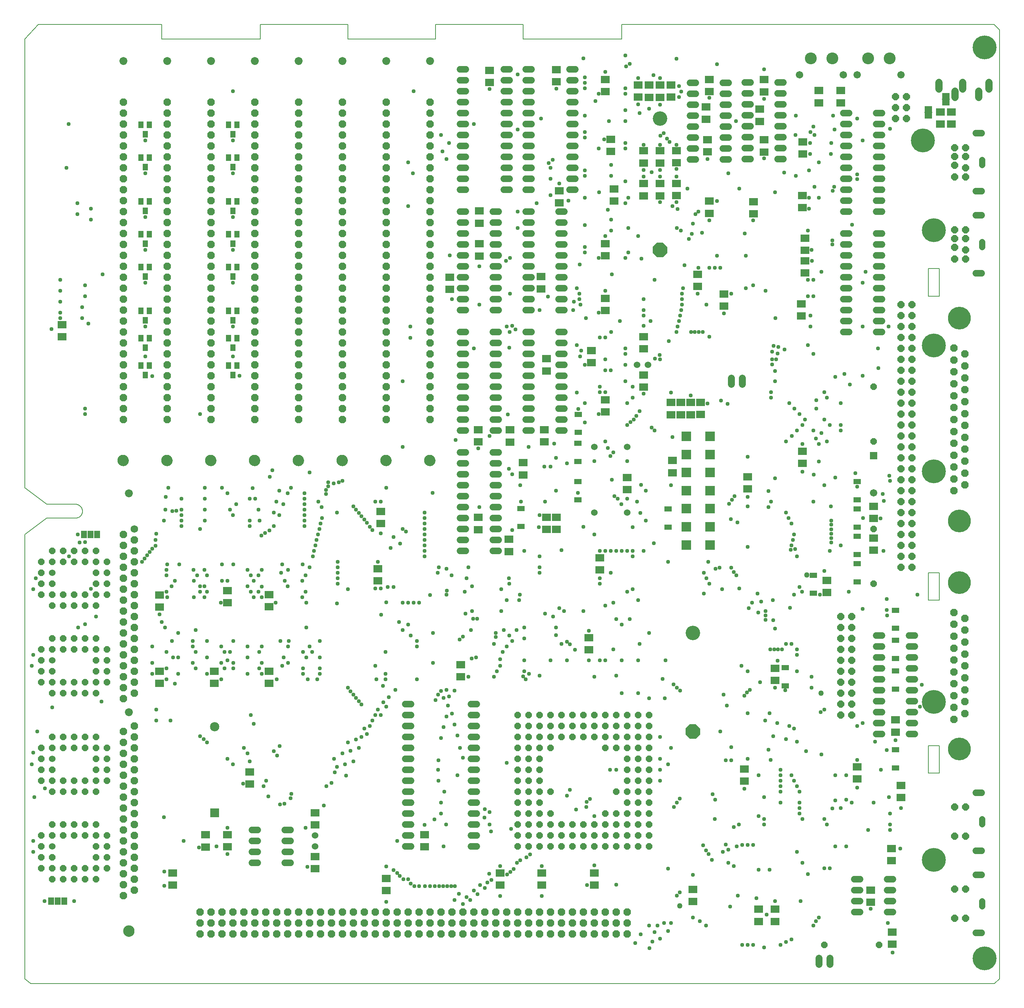
<source format=gbs>
G75*
%MOIN*%
%OFA0B0*%
%FSLAX25Y25*%
%IPPOS*%
%LPD*%
%AMOC8*
5,1,8,0,0,1.08239X$1,22.5*
%
%ADD10C,0.00600*%
%ADD11C,0.00000*%
%ADD12C,0.06706*%
%ADD13OC8,0.06800*%
%ADD14C,0.10300*%
%ADD15C,0.07200*%
%ADD16R,0.04737X0.06312*%
%ADD17R,0.07898X0.07099*%
%ADD18C,0.06800*%
%ADD19C,0.10400*%
%ADD20C,0.06000*%
%ADD21OC8,0.06000*%
%ADD22C,0.06000*%
%ADD23R,0.07887X0.07099*%
%ADD24OC8,0.06400*%
%ADD25R,0.07099X0.04737*%
%ADD26OC8,0.06343*%
%ADD27C,0.05556*%
%ADD28C,0.08477*%
%ADD29R,0.08477X0.08477*%
%ADD30C,0.20800*%
%ADD31R,0.06737X0.06737*%
%ADD32C,0.06737*%
%ADD33R,0.09068X0.09068*%
%ADD34C,0.13200*%
%ADD35OC8,0.13200*%
%ADD36C,0.10800*%
%ADD37C,0.06400*%
%ADD38C,0.21800*%
%ADD39R,0.07100X0.05400*%
%ADD40R,0.07200X0.00600*%
%ADD41C,0.06737*%
%ADD42R,0.05400X0.07100*%
%ADD43C,0.03778*%
%ADD44C,0.04959*%
D10*
X0004700Y0005800D02*
X0010200Y0001300D01*
X0890200Y0001300D01*
X0894700Y0005800D01*
X0894700Y0872800D01*
X0889700Y0877800D01*
X0549700Y0877800D01*
X0549700Y0864300D01*
X0459700Y0864300D01*
X0459700Y0877800D01*
X0379700Y0877800D01*
X0379700Y0864300D01*
X0299700Y0864300D01*
X0299700Y0877800D01*
X0219700Y0877800D01*
X0219700Y0864300D01*
X0129700Y0864300D01*
X0129700Y0877800D01*
X0017200Y0877800D01*
X0004700Y0864300D01*
X0004700Y0454300D01*
X0024700Y0439300D01*
X0051700Y0439300D01*
X0051856Y0439286D01*
X0052012Y0439267D01*
X0052168Y0439245D01*
X0052323Y0439219D01*
X0052477Y0439189D01*
X0052631Y0439155D01*
X0052783Y0439117D01*
X0052935Y0439075D01*
X0053085Y0439030D01*
X0053234Y0438981D01*
X0053382Y0438928D01*
X0053529Y0438871D01*
X0053674Y0438811D01*
X0053817Y0438748D01*
X0053959Y0438680D01*
X0054100Y0438609D01*
X0054238Y0438535D01*
X0054374Y0438457D01*
X0054509Y0438376D01*
X0054641Y0438291D01*
X0054772Y0438203D01*
X0054900Y0438112D01*
X0055025Y0438018D01*
X0055149Y0437921D01*
X0055269Y0437820D01*
X0055388Y0437717D01*
X0055503Y0437610D01*
X0055616Y0437501D01*
X0055726Y0437389D01*
X0055834Y0437274D01*
X0055938Y0437157D01*
X0056039Y0437037D01*
X0056138Y0436914D01*
X0056233Y0436789D01*
X0056325Y0436662D01*
X0056414Y0436532D01*
X0056500Y0436401D01*
X0056582Y0436267D01*
X0056661Y0436131D01*
X0056736Y0435993D01*
X0056808Y0435854D01*
X0056877Y0435712D01*
X0056942Y0435569D01*
X0057003Y0435425D01*
X0057061Y0435278D01*
X0057115Y0435131D01*
X0057165Y0434982D01*
X0057211Y0434832D01*
X0057254Y0434681D01*
X0057293Y0434529D01*
X0057328Y0434375D01*
X0057360Y0434221D01*
X0057387Y0434067D01*
X0057411Y0433911D01*
X0057430Y0433756D01*
X0057446Y0433599D01*
X0057458Y0433443D01*
X0057466Y0433286D01*
X0057470Y0433129D01*
X0057470Y0432971D01*
X0057466Y0432814D01*
X0057458Y0432657D01*
X0057446Y0432501D01*
X0057430Y0432344D01*
X0057411Y0432189D01*
X0057387Y0432033D01*
X0057360Y0431879D01*
X0057328Y0431725D01*
X0057293Y0431571D01*
X0057254Y0431419D01*
X0057211Y0431268D01*
X0057165Y0431118D01*
X0057115Y0430969D01*
X0057061Y0430822D01*
X0057003Y0430675D01*
X0056942Y0430531D01*
X0056877Y0430388D01*
X0056808Y0430246D01*
X0056736Y0430107D01*
X0056661Y0429969D01*
X0056582Y0429833D01*
X0056500Y0429699D01*
X0056414Y0429568D01*
X0056325Y0429438D01*
X0056233Y0429311D01*
X0056138Y0429186D01*
X0056039Y0429063D01*
X0055938Y0428943D01*
X0055834Y0428826D01*
X0055726Y0428711D01*
X0055616Y0428599D01*
X0055503Y0428490D01*
X0055388Y0428383D01*
X0055269Y0428280D01*
X0055149Y0428179D01*
X0055025Y0428082D01*
X0054900Y0427988D01*
X0054772Y0427897D01*
X0054641Y0427809D01*
X0054509Y0427724D01*
X0054374Y0427643D01*
X0054238Y0427565D01*
X0054100Y0427491D01*
X0053959Y0427420D01*
X0053817Y0427352D01*
X0053674Y0427289D01*
X0053529Y0427229D01*
X0053382Y0427172D01*
X0053234Y0427119D01*
X0053085Y0427070D01*
X0052935Y0427025D01*
X0052783Y0426983D01*
X0052631Y0426945D01*
X0052477Y0426911D01*
X0052323Y0426881D01*
X0052168Y0426855D01*
X0052012Y0426833D01*
X0051856Y0426814D01*
X0051700Y0426800D01*
X0024700Y0426800D01*
X0004700Y0411800D01*
X0004700Y0005800D01*
X0829700Y0193800D02*
X0829700Y0218800D01*
X0839700Y0218800D01*
X0839700Y0193800D01*
X0829700Y0193800D01*
X0829700Y0351800D02*
X0829700Y0376800D01*
X0839700Y0376800D01*
X0839700Y0351800D01*
X0829700Y0351800D01*
X0829700Y0629300D02*
X0829700Y0654800D01*
X0839700Y0654800D01*
X0839700Y0629300D01*
X0829700Y0629300D01*
D11*
X0801747Y0831800D02*
X0801749Y0831908D01*
X0801755Y0832017D01*
X0801765Y0832125D01*
X0801779Y0832232D01*
X0801797Y0832339D01*
X0801818Y0832446D01*
X0801844Y0832551D01*
X0801874Y0832656D01*
X0801907Y0832759D01*
X0801944Y0832861D01*
X0801985Y0832961D01*
X0802029Y0833060D01*
X0802078Y0833158D01*
X0802129Y0833253D01*
X0802184Y0833346D01*
X0802243Y0833438D01*
X0802305Y0833527D01*
X0802370Y0833614D01*
X0802438Y0833698D01*
X0802509Y0833780D01*
X0802583Y0833859D01*
X0802660Y0833935D01*
X0802740Y0834009D01*
X0802823Y0834079D01*
X0802908Y0834147D01*
X0802995Y0834211D01*
X0803085Y0834272D01*
X0803177Y0834330D01*
X0803271Y0834384D01*
X0803367Y0834435D01*
X0803464Y0834482D01*
X0803564Y0834526D01*
X0803665Y0834566D01*
X0803767Y0834602D01*
X0803870Y0834634D01*
X0803975Y0834663D01*
X0804081Y0834687D01*
X0804187Y0834708D01*
X0804294Y0834725D01*
X0804402Y0834738D01*
X0804510Y0834747D01*
X0804619Y0834752D01*
X0804727Y0834753D01*
X0804836Y0834750D01*
X0804944Y0834743D01*
X0805052Y0834732D01*
X0805159Y0834717D01*
X0805266Y0834698D01*
X0805372Y0834675D01*
X0805477Y0834649D01*
X0805582Y0834618D01*
X0805684Y0834584D01*
X0805786Y0834546D01*
X0805886Y0834504D01*
X0805985Y0834459D01*
X0806082Y0834410D01*
X0806176Y0834357D01*
X0806269Y0834301D01*
X0806360Y0834242D01*
X0806449Y0834179D01*
X0806535Y0834114D01*
X0806619Y0834045D01*
X0806700Y0833973D01*
X0806778Y0833898D01*
X0806854Y0833820D01*
X0806927Y0833739D01*
X0806997Y0833656D01*
X0807063Y0833571D01*
X0807127Y0833483D01*
X0807187Y0833392D01*
X0807244Y0833300D01*
X0807297Y0833205D01*
X0807347Y0833109D01*
X0807393Y0833011D01*
X0807436Y0832911D01*
X0807475Y0832810D01*
X0807510Y0832707D01*
X0807542Y0832604D01*
X0807569Y0832499D01*
X0807593Y0832393D01*
X0807613Y0832286D01*
X0807629Y0832179D01*
X0807641Y0832071D01*
X0807649Y0831963D01*
X0807653Y0831854D01*
X0807653Y0831746D01*
X0807649Y0831637D01*
X0807641Y0831529D01*
X0807629Y0831421D01*
X0807613Y0831314D01*
X0807593Y0831207D01*
X0807569Y0831101D01*
X0807542Y0830996D01*
X0807510Y0830893D01*
X0807475Y0830790D01*
X0807436Y0830689D01*
X0807393Y0830589D01*
X0807347Y0830491D01*
X0807297Y0830395D01*
X0807244Y0830300D01*
X0807187Y0830208D01*
X0807127Y0830117D01*
X0807063Y0830029D01*
X0806997Y0829944D01*
X0806927Y0829861D01*
X0806854Y0829780D01*
X0806778Y0829702D01*
X0806700Y0829627D01*
X0806619Y0829555D01*
X0806535Y0829486D01*
X0806449Y0829421D01*
X0806360Y0829358D01*
X0806269Y0829299D01*
X0806177Y0829243D01*
X0806082Y0829190D01*
X0805985Y0829141D01*
X0805886Y0829096D01*
X0805786Y0829054D01*
X0805684Y0829016D01*
X0805582Y0828982D01*
X0805477Y0828951D01*
X0805372Y0828925D01*
X0805266Y0828902D01*
X0805159Y0828883D01*
X0805052Y0828868D01*
X0804944Y0828857D01*
X0804836Y0828850D01*
X0804727Y0828847D01*
X0804619Y0828848D01*
X0804510Y0828853D01*
X0804402Y0828862D01*
X0804294Y0828875D01*
X0804187Y0828892D01*
X0804081Y0828913D01*
X0803975Y0828937D01*
X0803870Y0828966D01*
X0803767Y0828998D01*
X0803665Y0829034D01*
X0803564Y0829074D01*
X0803464Y0829118D01*
X0803367Y0829165D01*
X0803271Y0829216D01*
X0803177Y0829270D01*
X0803085Y0829328D01*
X0802995Y0829389D01*
X0802908Y0829453D01*
X0802823Y0829521D01*
X0802740Y0829591D01*
X0802660Y0829665D01*
X0802583Y0829741D01*
X0802509Y0829820D01*
X0802438Y0829902D01*
X0802370Y0829986D01*
X0802305Y0830073D01*
X0802243Y0830162D01*
X0802184Y0830254D01*
X0802129Y0830347D01*
X0802078Y0830442D01*
X0802029Y0830540D01*
X0801985Y0830639D01*
X0801944Y0830739D01*
X0801907Y0830841D01*
X0801874Y0830944D01*
X0801844Y0831049D01*
X0801818Y0831154D01*
X0801797Y0831261D01*
X0801779Y0831368D01*
X0801765Y0831475D01*
X0801755Y0831583D01*
X0801749Y0831692D01*
X0801747Y0831800D01*
X0761747Y0831800D02*
X0761749Y0831908D01*
X0761755Y0832017D01*
X0761765Y0832125D01*
X0761779Y0832232D01*
X0761797Y0832339D01*
X0761818Y0832446D01*
X0761844Y0832551D01*
X0761874Y0832656D01*
X0761907Y0832759D01*
X0761944Y0832861D01*
X0761985Y0832961D01*
X0762029Y0833060D01*
X0762078Y0833158D01*
X0762129Y0833253D01*
X0762184Y0833346D01*
X0762243Y0833438D01*
X0762305Y0833527D01*
X0762370Y0833614D01*
X0762438Y0833698D01*
X0762509Y0833780D01*
X0762583Y0833859D01*
X0762660Y0833935D01*
X0762740Y0834009D01*
X0762823Y0834079D01*
X0762908Y0834147D01*
X0762995Y0834211D01*
X0763085Y0834272D01*
X0763177Y0834330D01*
X0763271Y0834384D01*
X0763367Y0834435D01*
X0763464Y0834482D01*
X0763564Y0834526D01*
X0763665Y0834566D01*
X0763767Y0834602D01*
X0763870Y0834634D01*
X0763975Y0834663D01*
X0764081Y0834687D01*
X0764187Y0834708D01*
X0764294Y0834725D01*
X0764402Y0834738D01*
X0764510Y0834747D01*
X0764619Y0834752D01*
X0764727Y0834753D01*
X0764836Y0834750D01*
X0764944Y0834743D01*
X0765052Y0834732D01*
X0765159Y0834717D01*
X0765266Y0834698D01*
X0765372Y0834675D01*
X0765477Y0834649D01*
X0765582Y0834618D01*
X0765684Y0834584D01*
X0765786Y0834546D01*
X0765886Y0834504D01*
X0765985Y0834459D01*
X0766082Y0834410D01*
X0766176Y0834357D01*
X0766269Y0834301D01*
X0766360Y0834242D01*
X0766449Y0834179D01*
X0766535Y0834114D01*
X0766619Y0834045D01*
X0766700Y0833973D01*
X0766778Y0833898D01*
X0766854Y0833820D01*
X0766927Y0833739D01*
X0766997Y0833656D01*
X0767063Y0833571D01*
X0767127Y0833483D01*
X0767187Y0833392D01*
X0767244Y0833300D01*
X0767297Y0833205D01*
X0767347Y0833109D01*
X0767393Y0833011D01*
X0767436Y0832911D01*
X0767475Y0832810D01*
X0767510Y0832707D01*
X0767542Y0832604D01*
X0767569Y0832499D01*
X0767593Y0832393D01*
X0767613Y0832286D01*
X0767629Y0832179D01*
X0767641Y0832071D01*
X0767649Y0831963D01*
X0767653Y0831854D01*
X0767653Y0831746D01*
X0767649Y0831637D01*
X0767641Y0831529D01*
X0767629Y0831421D01*
X0767613Y0831314D01*
X0767593Y0831207D01*
X0767569Y0831101D01*
X0767542Y0830996D01*
X0767510Y0830893D01*
X0767475Y0830790D01*
X0767436Y0830689D01*
X0767393Y0830589D01*
X0767347Y0830491D01*
X0767297Y0830395D01*
X0767244Y0830300D01*
X0767187Y0830208D01*
X0767127Y0830117D01*
X0767063Y0830029D01*
X0766997Y0829944D01*
X0766927Y0829861D01*
X0766854Y0829780D01*
X0766778Y0829702D01*
X0766700Y0829627D01*
X0766619Y0829555D01*
X0766535Y0829486D01*
X0766449Y0829421D01*
X0766360Y0829358D01*
X0766269Y0829299D01*
X0766177Y0829243D01*
X0766082Y0829190D01*
X0765985Y0829141D01*
X0765886Y0829096D01*
X0765786Y0829054D01*
X0765684Y0829016D01*
X0765582Y0828982D01*
X0765477Y0828951D01*
X0765372Y0828925D01*
X0765266Y0828902D01*
X0765159Y0828883D01*
X0765052Y0828868D01*
X0764944Y0828857D01*
X0764836Y0828850D01*
X0764727Y0828847D01*
X0764619Y0828848D01*
X0764510Y0828853D01*
X0764402Y0828862D01*
X0764294Y0828875D01*
X0764187Y0828892D01*
X0764081Y0828913D01*
X0763975Y0828937D01*
X0763870Y0828966D01*
X0763767Y0828998D01*
X0763665Y0829034D01*
X0763564Y0829074D01*
X0763464Y0829118D01*
X0763367Y0829165D01*
X0763271Y0829216D01*
X0763177Y0829270D01*
X0763085Y0829328D01*
X0762995Y0829389D01*
X0762908Y0829453D01*
X0762823Y0829521D01*
X0762740Y0829591D01*
X0762660Y0829665D01*
X0762583Y0829741D01*
X0762509Y0829820D01*
X0762438Y0829902D01*
X0762370Y0829986D01*
X0762305Y0830073D01*
X0762243Y0830162D01*
X0762184Y0830254D01*
X0762129Y0830347D01*
X0762078Y0830442D01*
X0762029Y0830540D01*
X0761985Y0830639D01*
X0761944Y0830739D01*
X0761907Y0830841D01*
X0761874Y0830944D01*
X0761844Y0831049D01*
X0761818Y0831154D01*
X0761797Y0831261D01*
X0761779Y0831368D01*
X0761765Y0831475D01*
X0761755Y0831583D01*
X0761749Y0831692D01*
X0761747Y0831800D01*
X0749247Y0831800D02*
X0749249Y0831908D01*
X0749255Y0832017D01*
X0749265Y0832125D01*
X0749279Y0832232D01*
X0749297Y0832339D01*
X0749318Y0832446D01*
X0749344Y0832551D01*
X0749374Y0832656D01*
X0749407Y0832759D01*
X0749444Y0832861D01*
X0749485Y0832961D01*
X0749529Y0833060D01*
X0749578Y0833158D01*
X0749629Y0833253D01*
X0749684Y0833346D01*
X0749743Y0833438D01*
X0749805Y0833527D01*
X0749870Y0833614D01*
X0749938Y0833698D01*
X0750009Y0833780D01*
X0750083Y0833859D01*
X0750160Y0833935D01*
X0750240Y0834009D01*
X0750323Y0834079D01*
X0750408Y0834147D01*
X0750495Y0834211D01*
X0750585Y0834272D01*
X0750677Y0834330D01*
X0750771Y0834384D01*
X0750867Y0834435D01*
X0750964Y0834482D01*
X0751064Y0834526D01*
X0751165Y0834566D01*
X0751267Y0834602D01*
X0751370Y0834634D01*
X0751475Y0834663D01*
X0751581Y0834687D01*
X0751687Y0834708D01*
X0751794Y0834725D01*
X0751902Y0834738D01*
X0752010Y0834747D01*
X0752119Y0834752D01*
X0752227Y0834753D01*
X0752336Y0834750D01*
X0752444Y0834743D01*
X0752552Y0834732D01*
X0752659Y0834717D01*
X0752766Y0834698D01*
X0752872Y0834675D01*
X0752977Y0834649D01*
X0753082Y0834618D01*
X0753184Y0834584D01*
X0753286Y0834546D01*
X0753386Y0834504D01*
X0753485Y0834459D01*
X0753582Y0834410D01*
X0753676Y0834357D01*
X0753769Y0834301D01*
X0753860Y0834242D01*
X0753949Y0834179D01*
X0754035Y0834114D01*
X0754119Y0834045D01*
X0754200Y0833973D01*
X0754278Y0833898D01*
X0754354Y0833820D01*
X0754427Y0833739D01*
X0754497Y0833656D01*
X0754563Y0833571D01*
X0754627Y0833483D01*
X0754687Y0833392D01*
X0754744Y0833300D01*
X0754797Y0833205D01*
X0754847Y0833109D01*
X0754893Y0833011D01*
X0754936Y0832911D01*
X0754975Y0832810D01*
X0755010Y0832707D01*
X0755042Y0832604D01*
X0755069Y0832499D01*
X0755093Y0832393D01*
X0755113Y0832286D01*
X0755129Y0832179D01*
X0755141Y0832071D01*
X0755149Y0831963D01*
X0755153Y0831854D01*
X0755153Y0831746D01*
X0755149Y0831637D01*
X0755141Y0831529D01*
X0755129Y0831421D01*
X0755113Y0831314D01*
X0755093Y0831207D01*
X0755069Y0831101D01*
X0755042Y0830996D01*
X0755010Y0830893D01*
X0754975Y0830790D01*
X0754936Y0830689D01*
X0754893Y0830589D01*
X0754847Y0830491D01*
X0754797Y0830395D01*
X0754744Y0830300D01*
X0754687Y0830208D01*
X0754627Y0830117D01*
X0754563Y0830029D01*
X0754497Y0829944D01*
X0754427Y0829861D01*
X0754354Y0829780D01*
X0754278Y0829702D01*
X0754200Y0829627D01*
X0754119Y0829555D01*
X0754035Y0829486D01*
X0753949Y0829421D01*
X0753860Y0829358D01*
X0753769Y0829299D01*
X0753677Y0829243D01*
X0753582Y0829190D01*
X0753485Y0829141D01*
X0753386Y0829096D01*
X0753286Y0829054D01*
X0753184Y0829016D01*
X0753082Y0828982D01*
X0752977Y0828951D01*
X0752872Y0828925D01*
X0752766Y0828902D01*
X0752659Y0828883D01*
X0752552Y0828868D01*
X0752444Y0828857D01*
X0752336Y0828850D01*
X0752227Y0828847D01*
X0752119Y0828848D01*
X0752010Y0828853D01*
X0751902Y0828862D01*
X0751794Y0828875D01*
X0751687Y0828892D01*
X0751581Y0828913D01*
X0751475Y0828937D01*
X0751370Y0828966D01*
X0751267Y0828998D01*
X0751165Y0829034D01*
X0751064Y0829074D01*
X0750964Y0829118D01*
X0750867Y0829165D01*
X0750771Y0829216D01*
X0750677Y0829270D01*
X0750585Y0829328D01*
X0750495Y0829389D01*
X0750408Y0829453D01*
X0750323Y0829521D01*
X0750240Y0829591D01*
X0750160Y0829665D01*
X0750083Y0829741D01*
X0750009Y0829820D01*
X0749938Y0829902D01*
X0749870Y0829986D01*
X0749805Y0830073D01*
X0749743Y0830162D01*
X0749684Y0830254D01*
X0749629Y0830347D01*
X0749578Y0830442D01*
X0749529Y0830540D01*
X0749485Y0830639D01*
X0749444Y0830739D01*
X0749407Y0830841D01*
X0749374Y0830944D01*
X0749344Y0831049D01*
X0749318Y0831154D01*
X0749297Y0831261D01*
X0749279Y0831368D01*
X0749265Y0831475D01*
X0749255Y0831583D01*
X0749249Y0831692D01*
X0749247Y0831800D01*
X0709247Y0831800D02*
X0709249Y0831908D01*
X0709255Y0832017D01*
X0709265Y0832125D01*
X0709279Y0832232D01*
X0709297Y0832339D01*
X0709318Y0832446D01*
X0709344Y0832551D01*
X0709374Y0832656D01*
X0709407Y0832759D01*
X0709444Y0832861D01*
X0709485Y0832961D01*
X0709529Y0833060D01*
X0709578Y0833158D01*
X0709629Y0833253D01*
X0709684Y0833346D01*
X0709743Y0833438D01*
X0709805Y0833527D01*
X0709870Y0833614D01*
X0709938Y0833698D01*
X0710009Y0833780D01*
X0710083Y0833859D01*
X0710160Y0833935D01*
X0710240Y0834009D01*
X0710323Y0834079D01*
X0710408Y0834147D01*
X0710495Y0834211D01*
X0710585Y0834272D01*
X0710677Y0834330D01*
X0710771Y0834384D01*
X0710867Y0834435D01*
X0710964Y0834482D01*
X0711064Y0834526D01*
X0711165Y0834566D01*
X0711267Y0834602D01*
X0711370Y0834634D01*
X0711475Y0834663D01*
X0711581Y0834687D01*
X0711687Y0834708D01*
X0711794Y0834725D01*
X0711902Y0834738D01*
X0712010Y0834747D01*
X0712119Y0834752D01*
X0712227Y0834753D01*
X0712336Y0834750D01*
X0712444Y0834743D01*
X0712552Y0834732D01*
X0712659Y0834717D01*
X0712766Y0834698D01*
X0712872Y0834675D01*
X0712977Y0834649D01*
X0713082Y0834618D01*
X0713184Y0834584D01*
X0713286Y0834546D01*
X0713386Y0834504D01*
X0713485Y0834459D01*
X0713582Y0834410D01*
X0713676Y0834357D01*
X0713769Y0834301D01*
X0713860Y0834242D01*
X0713949Y0834179D01*
X0714035Y0834114D01*
X0714119Y0834045D01*
X0714200Y0833973D01*
X0714278Y0833898D01*
X0714354Y0833820D01*
X0714427Y0833739D01*
X0714497Y0833656D01*
X0714563Y0833571D01*
X0714627Y0833483D01*
X0714687Y0833392D01*
X0714744Y0833300D01*
X0714797Y0833205D01*
X0714847Y0833109D01*
X0714893Y0833011D01*
X0714936Y0832911D01*
X0714975Y0832810D01*
X0715010Y0832707D01*
X0715042Y0832604D01*
X0715069Y0832499D01*
X0715093Y0832393D01*
X0715113Y0832286D01*
X0715129Y0832179D01*
X0715141Y0832071D01*
X0715149Y0831963D01*
X0715153Y0831854D01*
X0715153Y0831746D01*
X0715149Y0831637D01*
X0715141Y0831529D01*
X0715129Y0831421D01*
X0715113Y0831314D01*
X0715093Y0831207D01*
X0715069Y0831101D01*
X0715042Y0830996D01*
X0715010Y0830893D01*
X0714975Y0830790D01*
X0714936Y0830689D01*
X0714893Y0830589D01*
X0714847Y0830491D01*
X0714797Y0830395D01*
X0714744Y0830300D01*
X0714687Y0830208D01*
X0714627Y0830117D01*
X0714563Y0830029D01*
X0714497Y0829944D01*
X0714427Y0829861D01*
X0714354Y0829780D01*
X0714278Y0829702D01*
X0714200Y0829627D01*
X0714119Y0829555D01*
X0714035Y0829486D01*
X0713949Y0829421D01*
X0713860Y0829358D01*
X0713769Y0829299D01*
X0713677Y0829243D01*
X0713582Y0829190D01*
X0713485Y0829141D01*
X0713386Y0829096D01*
X0713286Y0829054D01*
X0713184Y0829016D01*
X0713082Y0828982D01*
X0712977Y0828951D01*
X0712872Y0828925D01*
X0712766Y0828902D01*
X0712659Y0828883D01*
X0712552Y0828868D01*
X0712444Y0828857D01*
X0712336Y0828850D01*
X0712227Y0828847D01*
X0712119Y0828848D01*
X0712010Y0828853D01*
X0711902Y0828862D01*
X0711794Y0828875D01*
X0711687Y0828892D01*
X0711581Y0828913D01*
X0711475Y0828937D01*
X0711370Y0828966D01*
X0711267Y0828998D01*
X0711165Y0829034D01*
X0711064Y0829074D01*
X0710964Y0829118D01*
X0710867Y0829165D01*
X0710771Y0829216D01*
X0710677Y0829270D01*
X0710585Y0829328D01*
X0710495Y0829389D01*
X0710408Y0829453D01*
X0710323Y0829521D01*
X0710240Y0829591D01*
X0710160Y0829665D01*
X0710083Y0829741D01*
X0710009Y0829820D01*
X0709938Y0829902D01*
X0709870Y0829986D01*
X0709805Y0830073D01*
X0709743Y0830162D01*
X0709684Y0830254D01*
X0709629Y0830347D01*
X0709578Y0830442D01*
X0709529Y0830540D01*
X0709485Y0830639D01*
X0709444Y0830739D01*
X0709407Y0830841D01*
X0709374Y0830944D01*
X0709344Y0831049D01*
X0709318Y0831154D01*
X0709297Y0831261D01*
X0709279Y0831368D01*
X0709265Y0831475D01*
X0709255Y0831583D01*
X0709249Y0831692D01*
X0709247Y0831800D01*
X0371500Y0844300D02*
X0371502Y0844413D01*
X0371508Y0844526D01*
X0371518Y0844638D01*
X0371532Y0844750D01*
X0371550Y0844862D01*
X0371572Y0844973D01*
X0371597Y0845083D01*
X0371627Y0845192D01*
X0371660Y0845300D01*
X0371697Y0845406D01*
X0371738Y0845512D01*
X0371783Y0845615D01*
X0371831Y0845717D01*
X0371883Y0845818D01*
X0371938Y0845916D01*
X0371997Y0846013D01*
X0372059Y0846107D01*
X0372124Y0846199D01*
X0372193Y0846289D01*
X0372265Y0846376D01*
X0372340Y0846461D01*
X0372417Y0846543D01*
X0372498Y0846622D01*
X0372581Y0846698D01*
X0372667Y0846771D01*
X0372756Y0846842D01*
X0372847Y0846909D01*
X0372940Y0846972D01*
X0373035Y0847033D01*
X0373133Y0847090D01*
X0373232Y0847143D01*
X0373333Y0847194D01*
X0373436Y0847240D01*
X0373541Y0847283D01*
X0373647Y0847322D01*
X0373754Y0847357D01*
X0373863Y0847389D01*
X0373972Y0847416D01*
X0374083Y0847440D01*
X0374194Y0847460D01*
X0374306Y0847476D01*
X0374418Y0847488D01*
X0374531Y0847496D01*
X0374644Y0847500D01*
X0374756Y0847500D01*
X0374869Y0847496D01*
X0374982Y0847488D01*
X0375094Y0847476D01*
X0375206Y0847460D01*
X0375317Y0847440D01*
X0375428Y0847416D01*
X0375537Y0847389D01*
X0375646Y0847357D01*
X0375753Y0847322D01*
X0375859Y0847283D01*
X0375964Y0847240D01*
X0376067Y0847194D01*
X0376168Y0847143D01*
X0376267Y0847090D01*
X0376365Y0847033D01*
X0376460Y0846972D01*
X0376553Y0846909D01*
X0376644Y0846842D01*
X0376733Y0846771D01*
X0376819Y0846698D01*
X0376902Y0846622D01*
X0376983Y0846543D01*
X0377060Y0846461D01*
X0377135Y0846376D01*
X0377207Y0846289D01*
X0377276Y0846199D01*
X0377341Y0846107D01*
X0377403Y0846013D01*
X0377462Y0845916D01*
X0377517Y0845818D01*
X0377569Y0845717D01*
X0377617Y0845615D01*
X0377662Y0845512D01*
X0377703Y0845406D01*
X0377740Y0845300D01*
X0377773Y0845192D01*
X0377803Y0845083D01*
X0377828Y0844973D01*
X0377850Y0844862D01*
X0377868Y0844750D01*
X0377882Y0844638D01*
X0377892Y0844526D01*
X0377898Y0844413D01*
X0377900Y0844300D01*
X0377898Y0844187D01*
X0377892Y0844074D01*
X0377882Y0843962D01*
X0377868Y0843850D01*
X0377850Y0843738D01*
X0377828Y0843627D01*
X0377803Y0843517D01*
X0377773Y0843408D01*
X0377740Y0843300D01*
X0377703Y0843194D01*
X0377662Y0843088D01*
X0377617Y0842985D01*
X0377569Y0842883D01*
X0377517Y0842782D01*
X0377462Y0842684D01*
X0377403Y0842587D01*
X0377341Y0842493D01*
X0377276Y0842401D01*
X0377207Y0842311D01*
X0377135Y0842224D01*
X0377060Y0842139D01*
X0376983Y0842057D01*
X0376902Y0841978D01*
X0376819Y0841902D01*
X0376733Y0841829D01*
X0376644Y0841758D01*
X0376553Y0841691D01*
X0376460Y0841628D01*
X0376365Y0841567D01*
X0376267Y0841510D01*
X0376168Y0841457D01*
X0376067Y0841406D01*
X0375964Y0841360D01*
X0375859Y0841317D01*
X0375753Y0841278D01*
X0375646Y0841243D01*
X0375537Y0841211D01*
X0375428Y0841184D01*
X0375317Y0841160D01*
X0375206Y0841140D01*
X0375094Y0841124D01*
X0374982Y0841112D01*
X0374869Y0841104D01*
X0374756Y0841100D01*
X0374644Y0841100D01*
X0374531Y0841104D01*
X0374418Y0841112D01*
X0374306Y0841124D01*
X0374194Y0841140D01*
X0374083Y0841160D01*
X0373972Y0841184D01*
X0373863Y0841211D01*
X0373754Y0841243D01*
X0373647Y0841278D01*
X0373541Y0841317D01*
X0373436Y0841360D01*
X0373333Y0841406D01*
X0373232Y0841457D01*
X0373133Y0841510D01*
X0373035Y0841567D01*
X0372940Y0841628D01*
X0372847Y0841691D01*
X0372756Y0841758D01*
X0372667Y0841829D01*
X0372581Y0841902D01*
X0372498Y0841978D01*
X0372417Y0842057D01*
X0372340Y0842139D01*
X0372265Y0842224D01*
X0372193Y0842311D01*
X0372124Y0842401D01*
X0372059Y0842493D01*
X0371997Y0842587D01*
X0371938Y0842684D01*
X0371883Y0842782D01*
X0371831Y0842883D01*
X0371783Y0842985D01*
X0371738Y0843088D01*
X0371697Y0843194D01*
X0371660Y0843300D01*
X0371627Y0843408D01*
X0371597Y0843517D01*
X0371572Y0843627D01*
X0371550Y0843738D01*
X0371532Y0843850D01*
X0371518Y0843962D01*
X0371508Y0844074D01*
X0371502Y0844187D01*
X0371500Y0844300D01*
X0331500Y0844300D02*
X0331502Y0844413D01*
X0331508Y0844526D01*
X0331518Y0844638D01*
X0331532Y0844750D01*
X0331550Y0844862D01*
X0331572Y0844973D01*
X0331597Y0845083D01*
X0331627Y0845192D01*
X0331660Y0845300D01*
X0331697Y0845406D01*
X0331738Y0845512D01*
X0331783Y0845615D01*
X0331831Y0845717D01*
X0331883Y0845818D01*
X0331938Y0845916D01*
X0331997Y0846013D01*
X0332059Y0846107D01*
X0332124Y0846199D01*
X0332193Y0846289D01*
X0332265Y0846376D01*
X0332340Y0846461D01*
X0332417Y0846543D01*
X0332498Y0846622D01*
X0332581Y0846698D01*
X0332667Y0846771D01*
X0332756Y0846842D01*
X0332847Y0846909D01*
X0332940Y0846972D01*
X0333035Y0847033D01*
X0333133Y0847090D01*
X0333232Y0847143D01*
X0333333Y0847194D01*
X0333436Y0847240D01*
X0333541Y0847283D01*
X0333647Y0847322D01*
X0333754Y0847357D01*
X0333863Y0847389D01*
X0333972Y0847416D01*
X0334083Y0847440D01*
X0334194Y0847460D01*
X0334306Y0847476D01*
X0334418Y0847488D01*
X0334531Y0847496D01*
X0334644Y0847500D01*
X0334756Y0847500D01*
X0334869Y0847496D01*
X0334982Y0847488D01*
X0335094Y0847476D01*
X0335206Y0847460D01*
X0335317Y0847440D01*
X0335428Y0847416D01*
X0335537Y0847389D01*
X0335646Y0847357D01*
X0335753Y0847322D01*
X0335859Y0847283D01*
X0335964Y0847240D01*
X0336067Y0847194D01*
X0336168Y0847143D01*
X0336267Y0847090D01*
X0336365Y0847033D01*
X0336460Y0846972D01*
X0336553Y0846909D01*
X0336644Y0846842D01*
X0336733Y0846771D01*
X0336819Y0846698D01*
X0336902Y0846622D01*
X0336983Y0846543D01*
X0337060Y0846461D01*
X0337135Y0846376D01*
X0337207Y0846289D01*
X0337276Y0846199D01*
X0337341Y0846107D01*
X0337403Y0846013D01*
X0337462Y0845916D01*
X0337517Y0845818D01*
X0337569Y0845717D01*
X0337617Y0845615D01*
X0337662Y0845512D01*
X0337703Y0845406D01*
X0337740Y0845300D01*
X0337773Y0845192D01*
X0337803Y0845083D01*
X0337828Y0844973D01*
X0337850Y0844862D01*
X0337868Y0844750D01*
X0337882Y0844638D01*
X0337892Y0844526D01*
X0337898Y0844413D01*
X0337900Y0844300D01*
X0337898Y0844187D01*
X0337892Y0844074D01*
X0337882Y0843962D01*
X0337868Y0843850D01*
X0337850Y0843738D01*
X0337828Y0843627D01*
X0337803Y0843517D01*
X0337773Y0843408D01*
X0337740Y0843300D01*
X0337703Y0843194D01*
X0337662Y0843088D01*
X0337617Y0842985D01*
X0337569Y0842883D01*
X0337517Y0842782D01*
X0337462Y0842684D01*
X0337403Y0842587D01*
X0337341Y0842493D01*
X0337276Y0842401D01*
X0337207Y0842311D01*
X0337135Y0842224D01*
X0337060Y0842139D01*
X0336983Y0842057D01*
X0336902Y0841978D01*
X0336819Y0841902D01*
X0336733Y0841829D01*
X0336644Y0841758D01*
X0336553Y0841691D01*
X0336460Y0841628D01*
X0336365Y0841567D01*
X0336267Y0841510D01*
X0336168Y0841457D01*
X0336067Y0841406D01*
X0335964Y0841360D01*
X0335859Y0841317D01*
X0335753Y0841278D01*
X0335646Y0841243D01*
X0335537Y0841211D01*
X0335428Y0841184D01*
X0335317Y0841160D01*
X0335206Y0841140D01*
X0335094Y0841124D01*
X0334982Y0841112D01*
X0334869Y0841104D01*
X0334756Y0841100D01*
X0334644Y0841100D01*
X0334531Y0841104D01*
X0334418Y0841112D01*
X0334306Y0841124D01*
X0334194Y0841140D01*
X0334083Y0841160D01*
X0333972Y0841184D01*
X0333863Y0841211D01*
X0333754Y0841243D01*
X0333647Y0841278D01*
X0333541Y0841317D01*
X0333436Y0841360D01*
X0333333Y0841406D01*
X0333232Y0841457D01*
X0333133Y0841510D01*
X0333035Y0841567D01*
X0332940Y0841628D01*
X0332847Y0841691D01*
X0332756Y0841758D01*
X0332667Y0841829D01*
X0332581Y0841902D01*
X0332498Y0841978D01*
X0332417Y0842057D01*
X0332340Y0842139D01*
X0332265Y0842224D01*
X0332193Y0842311D01*
X0332124Y0842401D01*
X0332059Y0842493D01*
X0331997Y0842587D01*
X0331938Y0842684D01*
X0331883Y0842782D01*
X0331831Y0842883D01*
X0331783Y0842985D01*
X0331738Y0843088D01*
X0331697Y0843194D01*
X0331660Y0843300D01*
X0331627Y0843408D01*
X0331597Y0843517D01*
X0331572Y0843627D01*
X0331550Y0843738D01*
X0331532Y0843850D01*
X0331518Y0843962D01*
X0331508Y0844074D01*
X0331502Y0844187D01*
X0331500Y0844300D01*
X0291500Y0844300D02*
X0291502Y0844413D01*
X0291508Y0844526D01*
X0291518Y0844638D01*
X0291532Y0844750D01*
X0291550Y0844862D01*
X0291572Y0844973D01*
X0291597Y0845083D01*
X0291627Y0845192D01*
X0291660Y0845300D01*
X0291697Y0845406D01*
X0291738Y0845512D01*
X0291783Y0845615D01*
X0291831Y0845717D01*
X0291883Y0845818D01*
X0291938Y0845916D01*
X0291997Y0846013D01*
X0292059Y0846107D01*
X0292124Y0846199D01*
X0292193Y0846289D01*
X0292265Y0846376D01*
X0292340Y0846461D01*
X0292417Y0846543D01*
X0292498Y0846622D01*
X0292581Y0846698D01*
X0292667Y0846771D01*
X0292756Y0846842D01*
X0292847Y0846909D01*
X0292940Y0846972D01*
X0293035Y0847033D01*
X0293133Y0847090D01*
X0293232Y0847143D01*
X0293333Y0847194D01*
X0293436Y0847240D01*
X0293541Y0847283D01*
X0293647Y0847322D01*
X0293754Y0847357D01*
X0293863Y0847389D01*
X0293972Y0847416D01*
X0294083Y0847440D01*
X0294194Y0847460D01*
X0294306Y0847476D01*
X0294418Y0847488D01*
X0294531Y0847496D01*
X0294644Y0847500D01*
X0294756Y0847500D01*
X0294869Y0847496D01*
X0294982Y0847488D01*
X0295094Y0847476D01*
X0295206Y0847460D01*
X0295317Y0847440D01*
X0295428Y0847416D01*
X0295537Y0847389D01*
X0295646Y0847357D01*
X0295753Y0847322D01*
X0295859Y0847283D01*
X0295964Y0847240D01*
X0296067Y0847194D01*
X0296168Y0847143D01*
X0296267Y0847090D01*
X0296365Y0847033D01*
X0296460Y0846972D01*
X0296553Y0846909D01*
X0296644Y0846842D01*
X0296733Y0846771D01*
X0296819Y0846698D01*
X0296902Y0846622D01*
X0296983Y0846543D01*
X0297060Y0846461D01*
X0297135Y0846376D01*
X0297207Y0846289D01*
X0297276Y0846199D01*
X0297341Y0846107D01*
X0297403Y0846013D01*
X0297462Y0845916D01*
X0297517Y0845818D01*
X0297569Y0845717D01*
X0297617Y0845615D01*
X0297662Y0845512D01*
X0297703Y0845406D01*
X0297740Y0845300D01*
X0297773Y0845192D01*
X0297803Y0845083D01*
X0297828Y0844973D01*
X0297850Y0844862D01*
X0297868Y0844750D01*
X0297882Y0844638D01*
X0297892Y0844526D01*
X0297898Y0844413D01*
X0297900Y0844300D01*
X0297898Y0844187D01*
X0297892Y0844074D01*
X0297882Y0843962D01*
X0297868Y0843850D01*
X0297850Y0843738D01*
X0297828Y0843627D01*
X0297803Y0843517D01*
X0297773Y0843408D01*
X0297740Y0843300D01*
X0297703Y0843194D01*
X0297662Y0843088D01*
X0297617Y0842985D01*
X0297569Y0842883D01*
X0297517Y0842782D01*
X0297462Y0842684D01*
X0297403Y0842587D01*
X0297341Y0842493D01*
X0297276Y0842401D01*
X0297207Y0842311D01*
X0297135Y0842224D01*
X0297060Y0842139D01*
X0296983Y0842057D01*
X0296902Y0841978D01*
X0296819Y0841902D01*
X0296733Y0841829D01*
X0296644Y0841758D01*
X0296553Y0841691D01*
X0296460Y0841628D01*
X0296365Y0841567D01*
X0296267Y0841510D01*
X0296168Y0841457D01*
X0296067Y0841406D01*
X0295964Y0841360D01*
X0295859Y0841317D01*
X0295753Y0841278D01*
X0295646Y0841243D01*
X0295537Y0841211D01*
X0295428Y0841184D01*
X0295317Y0841160D01*
X0295206Y0841140D01*
X0295094Y0841124D01*
X0294982Y0841112D01*
X0294869Y0841104D01*
X0294756Y0841100D01*
X0294644Y0841100D01*
X0294531Y0841104D01*
X0294418Y0841112D01*
X0294306Y0841124D01*
X0294194Y0841140D01*
X0294083Y0841160D01*
X0293972Y0841184D01*
X0293863Y0841211D01*
X0293754Y0841243D01*
X0293647Y0841278D01*
X0293541Y0841317D01*
X0293436Y0841360D01*
X0293333Y0841406D01*
X0293232Y0841457D01*
X0293133Y0841510D01*
X0293035Y0841567D01*
X0292940Y0841628D01*
X0292847Y0841691D01*
X0292756Y0841758D01*
X0292667Y0841829D01*
X0292581Y0841902D01*
X0292498Y0841978D01*
X0292417Y0842057D01*
X0292340Y0842139D01*
X0292265Y0842224D01*
X0292193Y0842311D01*
X0292124Y0842401D01*
X0292059Y0842493D01*
X0291997Y0842587D01*
X0291938Y0842684D01*
X0291883Y0842782D01*
X0291831Y0842883D01*
X0291783Y0842985D01*
X0291738Y0843088D01*
X0291697Y0843194D01*
X0291660Y0843300D01*
X0291627Y0843408D01*
X0291597Y0843517D01*
X0291572Y0843627D01*
X0291550Y0843738D01*
X0291532Y0843850D01*
X0291518Y0843962D01*
X0291508Y0844074D01*
X0291502Y0844187D01*
X0291500Y0844300D01*
X0251500Y0844300D02*
X0251502Y0844413D01*
X0251508Y0844526D01*
X0251518Y0844638D01*
X0251532Y0844750D01*
X0251550Y0844862D01*
X0251572Y0844973D01*
X0251597Y0845083D01*
X0251627Y0845192D01*
X0251660Y0845300D01*
X0251697Y0845406D01*
X0251738Y0845512D01*
X0251783Y0845615D01*
X0251831Y0845717D01*
X0251883Y0845818D01*
X0251938Y0845916D01*
X0251997Y0846013D01*
X0252059Y0846107D01*
X0252124Y0846199D01*
X0252193Y0846289D01*
X0252265Y0846376D01*
X0252340Y0846461D01*
X0252417Y0846543D01*
X0252498Y0846622D01*
X0252581Y0846698D01*
X0252667Y0846771D01*
X0252756Y0846842D01*
X0252847Y0846909D01*
X0252940Y0846972D01*
X0253035Y0847033D01*
X0253133Y0847090D01*
X0253232Y0847143D01*
X0253333Y0847194D01*
X0253436Y0847240D01*
X0253541Y0847283D01*
X0253647Y0847322D01*
X0253754Y0847357D01*
X0253863Y0847389D01*
X0253972Y0847416D01*
X0254083Y0847440D01*
X0254194Y0847460D01*
X0254306Y0847476D01*
X0254418Y0847488D01*
X0254531Y0847496D01*
X0254644Y0847500D01*
X0254756Y0847500D01*
X0254869Y0847496D01*
X0254982Y0847488D01*
X0255094Y0847476D01*
X0255206Y0847460D01*
X0255317Y0847440D01*
X0255428Y0847416D01*
X0255537Y0847389D01*
X0255646Y0847357D01*
X0255753Y0847322D01*
X0255859Y0847283D01*
X0255964Y0847240D01*
X0256067Y0847194D01*
X0256168Y0847143D01*
X0256267Y0847090D01*
X0256365Y0847033D01*
X0256460Y0846972D01*
X0256553Y0846909D01*
X0256644Y0846842D01*
X0256733Y0846771D01*
X0256819Y0846698D01*
X0256902Y0846622D01*
X0256983Y0846543D01*
X0257060Y0846461D01*
X0257135Y0846376D01*
X0257207Y0846289D01*
X0257276Y0846199D01*
X0257341Y0846107D01*
X0257403Y0846013D01*
X0257462Y0845916D01*
X0257517Y0845818D01*
X0257569Y0845717D01*
X0257617Y0845615D01*
X0257662Y0845512D01*
X0257703Y0845406D01*
X0257740Y0845300D01*
X0257773Y0845192D01*
X0257803Y0845083D01*
X0257828Y0844973D01*
X0257850Y0844862D01*
X0257868Y0844750D01*
X0257882Y0844638D01*
X0257892Y0844526D01*
X0257898Y0844413D01*
X0257900Y0844300D01*
X0257898Y0844187D01*
X0257892Y0844074D01*
X0257882Y0843962D01*
X0257868Y0843850D01*
X0257850Y0843738D01*
X0257828Y0843627D01*
X0257803Y0843517D01*
X0257773Y0843408D01*
X0257740Y0843300D01*
X0257703Y0843194D01*
X0257662Y0843088D01*
X0257617Y0842985D01*
X0257569Y0842883D01*
X0257517Y0842782D01*
X0257462Y0842684D01*
X0257403Y0842587D01*
X0257341Y0842493D01*
X0257276Y0842401D01*
X0257207Y0842311D01*
X0257135Y0842224D01*
X0257060Y0842139D01*
X0256983Y0842057D01*
X0256902Y0841978D01*
X0256819Y0841902D01*
X0256733Y0841829D01*
X0256644Y0841758D01*
X0256553Y0841691D01*
X0256460Y0841628D01*
X0256365Y0841567D01*
X0256267Y0841510D01*
X0256168Y0841457D01*
X0256067Y0841406D01*
X0255964Y0841360D01*
X0255859Y0841317D01*
X0255753Y0841278D01*
X0255646Y0841243D01*
X0255537Y0841211D01*
X0255428Y0841184D01*
X0255317Y0841160D01*
X0255206Y0841140D01*
X0255094Y0841124D01*
X0254982Y0841112D01*
X0254869Y0841104D01*
X0254756Y0841100D01*
X0254644Y0841100D01*
X0254531Y0841104D01*
X0254418Y0841112D01*
X0254306Y0841124D01*
X0254194Y0841140D01*
X0254083Y0841160D01*
X0253972Y0841184D01*
X0253863Y0841211D01*
X0253754Y0841243D01*
X0253647Y0841278D01*
X0253541Y0841317D01*
X0253436Y0841360D01*
X0253333Y0841406D01*
X0253232Y0841457D01*
X0253133Y0841510D01*
X0253035Y0841567D01*
X0252940Y0841628D01*
X0252847Y0841691D01*
X0252756Y0841758D01*
X0252667Y0841829D01*
X0252581Y0841902D01*
X0252498Y0841978D01*
X0252417Y0842057D01*
X0252340Y0842139D01*
X0252265Y0842224D01*
X0252193Y0842311D01*
X0252124Y0842401D01*
X0252059Y0842493D01*
X0251997Y0842587D01*
X0251938Y0842684D01*
X0251883Y0842782D01*
X0251831Y0842883D01*
X0251783Y0842985D01*
X0251738Y0843088D01*
X0251697Y0843194D01*
X0251660Y0843300D01*
X0251627Y0843408D01*
X0251597Y0843517D01*
X0251572Y0843627D01*
X0251550Y0843738D01*
X0251532Y0843850D01*
X0251518Y0843962D01*
X0251508Y0844074D01*
X0251502Y0844187D01*
X0251500Y0844300D01*
X0211500Y0844300D02*
X0211502Y0844413D01*
X0211508Y0844526D01*
X0211518Y0844638D01*
X0211532Y0844750D01*
X0211550Y0844862D01*
X0211572Y0844973D01*
X0211597Y0845083D01*
X0211627Y0845192D01*
X0211660Y0845300D01*
X0211697Y0845406D01*
X0211738Y0845512D01*
X0211783Y0845615D01*
X0211831Y0845717D01*
X0211883Y0845818D01*
X0211938Y0845916D01*
X0211997Y0846013D01*
X0212059Y0846107D01*
X0212124Y0846199D01*
X0212193Y0846289D01*
X0212265Y0846376D01*
X0212340Y0846461D01*
X0212417Y0846543D01*
X0212498Y0846622D01*
X0212581Y0846698D01*
X0212667Y0846771D01*
X0212756Y0846842D01*
X0212847Y0846909D01*
X0212940Y0846972D01*
X0213035Y0847033D01*
X0213133Y0847090D01*
X0213232Y0847143D01*
X0213333Y0847194D01*
X0213436Y0847240D01*
X0213541Y0847283D01*
X0213647Y0847322D01*
X0213754Y0847357D01*
X0213863Y0847389D01*
X0213972Y0847416D01*
X0214083Y0847440D01*
X0214194Y0847460D01*
X0214306Y0847476D01*
X0214418Y0847488D01*
X0214531Y0847496D01*
X0214644Y0847500D01*
X0214756Y0847500D01*
X0214869Y0847496D01*
X0214982Y0847488D01*
X0215094Y0847476D01*
X0215206Y0847460D01*
X0215317Y0847440D01*
X0215428Y0847416D01*
X0215537Y0847389D01*
X0215646Y0847357D01*
X0215753Y0847322D01*
X0215859Y0847283D01*
X0215964Y0847240D01*
X0216067Y0847194D01*
X0216168Y0847143D01*
X0216267Y0847090D01*
X0216365Y0847033D01*
X0216460Y0846972D01*
X0216553Y0846909D01*
X0216644Y0846842D01*
X0216733Y0846771D01*
X0216819Y0846698D01*
X0216902Y0846622D01*
X0216983Y0846543D01*
X0217060Y0846461D01*
X0217135Y0846376D01*
X0217207Y0846289D01*
X0217276Y0846199D01*
X0217341Y0846107D01*
X0217403Y0846013D01*
X0217462Y0845916D01*
X0217517Y0845818D01*
X0217569Y0845717D01*
X0217617Y0845615D01*
X0217662Y0845512D01*
X0217703Y0845406D01*
X0217740Y0845300D01*
X0217773Y0845192D01*
X0217803Y0845083D01*
X0217828Y0844973D01*
X0217850Y0844862D01*
X0217868Y0844750D01*
X0217882Y0844638D01*
X0217892Y0844526D01*
X0217898Y0844413D01*
X0217900Y0844300D01*
X0217898Y0844187D01*
X0217892Y0844074D01*
X0217882Y0843962D01*
X0217868Y0843850D01*
X0217850Y0843738D01*
X0217828Y0843627D01*
X0217803Y0843517D01*
X0217773Y0843408D01*
X0217740Y0843300D01*
X0217703Y0843194D01*
X0217662Y0843088D01*
X0217617Y0842985D01*
X0217569Y0842883D01*
X0217517Y0842782D01*
X0217462Y0842684D01*
X0217403Y0842587D01*
X0217341Y0842493D01*
X0217276Y0842401D01*
X0217207Y0842311D01*
X0217135Y0842224D01*
X0217060Y0842139D01*
X0216983Y0842057D01*
X0216902Y0841978D01*
X0216819Y0841902D01*
X0216733Y0841829D01*
X0216644Y0841758D01*
X0216553Y0841691D01*
X0216460Y0841628D01*
X0216365Y0841567D01*
X0216267Y0841510D01*
X0216168Y0841457D01*
X0216067Y0841406D01*
X0215964Y0841360D01*
X0215859Y0841317D01*
X0215753Y0841278D01*
X0215646Y0841243D01*
X0215537Y0841211D01*
X0215428Y0841184D01*
X0215317Y0841160D01*
X0215206Y0841140D01*
X0215094Y0841124D01*
X0214982Y0841112D01*
X0214869Y0841104D01*
X0214756Y0841100D01*
X0214644Y0841100D01*
X0214531Y0841104D01*
X0214418Y0841112D01*
X0214306Y0841124D01*
X0214194Y0841140D01*
X0214083Y0841160D01*
X0213972Y0841184D01*
X0213863Y0841211D01*
X0213754Y0841243D01*
X0213647Y0841278D01*
X0213541Y0841317D01*
X0213436Y0841360D01*
X0213333Y0841406D01*
X0213232Y0841457D01*
X0213133Y0841510D01*
X0213035Y0841567D01*
X0212940Y0841628D01*
X0212847Y0841691D01*
X0212756Y0841758D01*
X0212667Y0841829D01*
X0212581Y0841902D01*
X0212498Y0841978D01*
X0212417Y0842057D01*
X0212340Y0842139D01*
X0212265Y0842224D01*
X0212193Y0842311D01*
X0212124Y0842401D01*
X0212059Y0842493D01*
X0211997Y0842587D01*
X0211938Y0842684D01*
X0211883Y0842782D01*
X0211831Y0842883D01*
X0211783Y0842985D01*
X0211738Y0843088D01*
X0211697Y0843194D01*
X0211660Y0843300D01*
X0211627Y0843408D01*
X0211597Y0843517D01*
X0211572Y0843627D01*
X0211550Y0843738D01*
X0211532Y0843850D01*
X0211518Y0843962D01*
X0211508Y0844074D01*
X0211502Y0844187D01*
X0211500Y0844300D01*
X0171500Y0844300D02*
X0171502Y0844413D01*
X0171508Y0844526D01*
X0171518Y0844638D01*
X0171532Y0844750D01*
X0171550Y0844862D01*
X0171572Y0844973D01*
X0171597Y0845083D01*
X0171627Y0845192D01*
X0171660Y0845300D01*
X0171697Y0845406D01*
X0171738Y0845512D01*
X0171783Y0845615D01*
X0171831Y0845717D01*
X0171883Y0845818D01*
X0171938Y0845916D01*
X0171997Y0846013D01*
X0172059Y0846107D01*
X0172124Y0846199D01*
X0172193Y0846289D01*
X0172265Y0846376D01*
X0172340Y0846461D01*
X0172417Y0846543D01*
X0172498Y0846622D01*
X0172581Y0846698D01*
X0172667Y0846771D01*
X0172756Y0846842D01*
X0172847Y0846909D01*
X0172940Y0846972D01*
X0173035Y0847033D01*
X0173133Y0847090D01*
X0173232Y0847143D01*
X0173333Y0847194D01*
X0173436Y0847240D01*
X0173541Y0847283D01*
X0173647Y0847322D01*
X0173754Y0847357D01*
X0173863Y0847389D01*
X0173972Y0847416D01*
X0174083Y0847440D01*
X0174194Y0847460D01*
X0174306Y0847476D01*
X0174418Y0847488D01*
X0174531Y0847496D01*
X0174644Y0847500D01*
X0174756Y0847500D01*
X0174869Y0847496D01*
X0174982Y0847488D01*
X0175094Y0847476D01*
X0175206Y0847460D01*
X0175317Y0847440D01*
X0175428Y0847416D01*
X0175537Y0847389D01*
X0175646Y0847357D01*
X0175753Y0847322D01*
X0175859Y0847283D01*
X0175964Y0847240D01*
X0176067Y0847194D01*
X0176168Y0847143D01*
X0176267Y0847090D01*
X0176365Y0847033D01*
X0176460Y0846972D01*
X0176553Y0846909D01*
X0176644Y0846842D01*
X0176733Y0846771D01*
X0176819Y0846698D01*
X0176902Y0846622D01*
X0176983Y0846543D01*
X0177060Y0846461D01*
X0177135Y0846376D01*
X0177207Y0846289D01*
X0177276Y0846199D01*
X0177341Y0846107D01*
X0177403Y0846013D01*
X0177462Y0845916D01*
X0177517Y0845818D01*
X0177569Y0845717D01*
X0177617Y0845615D01*
X0177662Y0845512D01*
X0177703Y0845406D01*
X0177740Y0845300D01*
X0177773Y0845192D01*
X0177803Y0845083D01*
X0177828Y0844973D01*
X0177850Y0844862D01*
X0177868Y0844750D01*
X0177882Y0844638D01*
X0177892Y0844526D01*
X0177898Y0844413D01*
X0177900Y0844300D01*
X0177898Y0844187D01*
X0177892Y0844074D01*
X0177882Y0843962D01*
X0177868Y0843850D01*
X0177850Y0843738D01*
X0177828Y0843627D01*
X0177803Y0843517D01*
X0177773Y0843408D01*
X0177740Y0843300D01*
X0177703Y0843194D01*
X0177662Y0843088D01*
X0177617Y0842985D01*
X0177569Y0842883D01*
X0177517Y0842782D01*
X0177462Y0842684D01*
X0177403Y0842587D01*
X0177341Y0842493D01*
X0177276Y0842401D01*
X0177207Y0842311D01*
X0177135Y0842224D01*
X0177060Y0842139D01*
X0176983Y0842057D01*
X0176902Y0841978D01*
X0176819Y0841902D01*
X0176733Y0841829D01*
X0176644Y0841758D01*
X0176553Y0841691D01*
X0176460Y0841628D01*
X0176365Y0841567D01*
X0176267Y0841510D01*
X0176168Y0841457D01*
X0176067Y0841406D01*
X0175964Y0841360D01*
X0175859Y0841317D01*
X0175753Y0841278D01*
X0175646Y0841243D01*
X0175537Y0841211D01*
X0175428Y0841184D01*
X0175317Y0841160D01*
X0175206Y0841140D01*
X0175094Y0841124D01*
X0174982Y0841112D01*
X0174869Y0841104D01*
X0174756Y0841100D01*
X0174644Y0841100D01*
X0174531Y0841104D01*
X0174418Y0841112D01*
X0174306Y0841124D01*
X0174194Y0841140D01*
X0174083Y0841160D01*
X0173972Y0841184D01*
X0173863Y0841211D01*
X0173754Y0841243D01*
X0173647Y0841278D01*
X0173541Y0841317D01*
X0173436Y0841360D01*
X0173333Y0841406D01*
X0173232Y0841457D01*
X0173133Y0841510D01*
X0173035Y0841567D01*
X0172940Y0841628D01*
X0172847Y0841691D01*
X0172756Y0841758D01*
X0172667Y0841829D01*
X0172581Y0841902D01*
X0172498Y0841978D01*
X0172417Y0842057D01*
X0172340Y0842139D01*
X0172265Y0842224D01*
X0172193Y0842311D01*
X0172124Y0842401D01*
X0172059Y0842493D01*
X0171997Y0842587D01*
X0171938Y0842684D01*
X0171883Y0842782D01*
X0171831Y0842883D01*
X0171783Y0842985D01*
X0171738Y0843088D01*
X0171697Y0843194D01*
X0171660Y0843300D01*
X0171627Y0843408D01*
X0171597Y0843517D01*
X0171572Y0843627D01*
X0171550Y0843738D01*
X0171532Y0843850D01*
X0171518Y0843962D01*
X0171508Y0844074D01*
X0171502Y0844187D01*
X0171500Y0844300D01*
X0131500Y0844300D02*
X0131502Y0844413D01*
X0131508Y0844526D01*
X0131518Y0844638D01*
X0131532Y0844750D01*
X0131550Y0844862D01*
X0131572Y0844973D01*
X0131597Y0845083D01*
X0131627Y0845192D01*
X0131660Y0845300D01*
X0131697Y0845406D01*
X0131738Y0845512D01*
X0131783Y0845615D01*
X0131831Y0845717D01*
X0131883Y0845818D01*
X0131938Y0845916D01*
X0131997Y0846013D01*
X0132059Y0846107D01*
X0132124Y0846199D01*
X0132193Y0846289D01*
X0132265Y0846376D01*
X0132340Y0846461D01*
X0132417Y0846543D01*
X0132498Y0846622D01*
X0132581Y0846698D01*
X0132667Y0846771D01*
X0132756Y0846842D01*
X0132847Y0846909D01*
X0132940Y0846972D01*
X0133035Y0847033D01*
X0133133Y0847090D01*
X0133232Y0847143D01*
X0133333Y0847194D01*
X0133436Y0847240D01*
X0133541Y0847283D01*
X0133647Y0847322D01*
X0133754Y0847357D01*
X0133863Y0847389D01*
X0133972Y0847416D01*
X0134083Y0847440D01*
X0134194Y0847460D01*
X0134306Y0847476D01*
X0134418Y0847488D01*
X0134531Y0847496D01*
X0134644Y0847500D01*
X0134756Y0847500D01*
X0134869Y0847496D01*
X0134982Y0847488D01*
X0135094Y0847476D01*
X0135206Y0847460D01*
X0135317Y0847440D01*
X0135428Y0847416D01*
X0135537Y0847389D01*
X0135646Y0847357D01*
X0135753Y0847322D01*
X0135859Y0847283D01*
X0135964Y0847240D01*
X0136067Y0847194D01*
X0136168Y0847143D01*
X0136267Y0847090D01*
X0136365Y0847033D01*
X0136460Y0846972D01*
X0136553Y0846909D01*
X0136644Y0846842D01*
X0136733Y0846771D01*
X0136819Y0846698D01*
X0136902Y0846622D01*
X0136983Y0846543D01*
X0137060Y0846461D01*
X0137135Y0846376D01*
X0137207Y0846289D01*
X0137276Y0846199D01*
X0137341Y0846107D01*
X0137403Y0846013D01*
X0137462Y0845916D01*
X0137517Y0845818D01*
X0137569Y0845717D01*
X0137617Y0845615D01*
X0137662Y0845512D01*
X0137703Y0845406D01*
X0137740Y0845300D01*
X0137773Y0845192D01*
X0137803Y0845083D01*
X0137828Y0844973D01*
X0137850Y0844862D01*
X0137868Y0844750D01*
X0137882Y0844638D01*
X0137892Y0844526D01*
X0137898Y0844413D01*
X0137900Y0844300D01*
X0137898Y0844187D01*
X0137892Y0844074D01*
X0137882Y0843962D01*
X0137868Y0843850D01*
X0137850Y0843738D01*
X0137828Y0843627D01*
X0137803Y0843517D01*
X0137773Y0843408D01*
X0137740Y0843300D01*
X0137703Y0843194D01*
X0137662Y0843088D01*
X0137617Y0842985D01*
X0137569Y0842883D01*
X0137517Y0842782D01*
X0137462Y0842684D01*
X0137403Y0842587D01*
X0137341Y0842493D01*
X0137276Y0842401D01*
X0137207Y0842311D01*
X0137135Y0842224D01*
X0137060Y0842139D01*
X0136983Y0842057D01*
X0136902Y0841978D01*
X0136819Y0841902D01*
X0136733Y0841829D01*
X0136644Y0841758D01*
X0136553Y0841691D01*
X0136460Y0841628D01*
X0136365Y0841567D01*
X0136267Y0841510D01*
X0136168Y0841457D01*
X0136067Y0841406D01*
X0135964Y0841360D01*
X0135859Y0841317D01*
X0135753Y0841278D01*
X0135646Y0841243D01*
X0135537Y0841211D01*
X0135428Y0841184D01*
X0135317Y0841160D01*
X0135206Y0841140D01*
X0135094Y0841124D01*
X0134982Y0841112D01*
X0134869Y0841104D01*
X0134756Y0841100D01*
X0134644Y0841100D01*
X0134531Y0841104D01*
X0134418Y0841112D01*
X0134306Y0841124D01*
X0134194Y0841140D01*
X0134083Y0841160D01*
X0133972Y0841184D01*
X0133863Y0841211D01*
X0133754Y0841243D01*
X0133647Y0841278D01*
X0133541Y0841317D01*
X0133436Y0841360D01*
X0133333Y0841406D01*
X0133232Y0841457D01*
X0133133Y0841510D01*
X0133035Y0841567D01*
X0132940Y0841628D01*
X0132847Y0841691D01*
X0132756Y0841758D01*
X0132667Y0841829D01*
X0132581Y0841902D01*
X0132498Y0841978D01*
X0132417Y0842057D01*
X0132340Y0842139D01*
X0132265Y0842224D01*
X0132193Y0842311D01*
X0132124Y0842401D01*
X0132059Y0842493D01*
X0131997Y0842587D01*
X0131938Y0842684D01*
X0131883Y0842782D01*
X0131831Y0842883D01*
X0131783Y0842985D01*
X0131738Y0843088D01*
X0131697Y0843194D01*
X0131660Y0843300D01*
X0131627Y0843408D01*
X0131597Y0843517D01*
X0131572Y0843627D01*
X0131550Y0843738D01*
X0131532Y0843850D01*
X0131518Y0843962D01*
X0131508Y0844074D01*
X0131502Y0844187D01*
X0131500Y0844300D01*
X0091500Y0844300D02*
X0091502Y0844413D01*
X0091508Y0844526D01*
X0091518Y0844638D01*
X0091532Y0844750D01*
X0091550Y0844862D01*
X0091572Y0844973D01*
X0091597Y0845083D01*
X0091627Y0845192D01*
X0091660Y0845300D01*
X0091697Y0845406D01*
X0091738Y0845512D01*
X0091783Y0845615D01*
X0091831Y0845717D01*
X0091883Y0845818D01*
X0091938Y0845916D01*
X0091997Y0846013D01*
X0092059Y0846107D01*
X0092124Y0846199D01*
X0092193Y0846289D01*
X0092265Y0846376D01*
X0092340Y0846461D01*
X0092417Y0846543D01*
X0092498Y0846622D01*
X0092581Y0846698D01*
X0092667Y0846771D01*
X0092756Y0846842D01*
X0092847Y0846909D01*
X0092940Y0846972D01*
X0093035Y0847033D01*
X0093133Y0847090D01*
X0093232Y0847143D01*
X0093333Y0847194D01*
X0093436Y0847240D01*
X0093541Y0847283D01*
X0093647Y0847322D01*
X0093754Y0847357D01*
X0093863Y0847389D01*
X0093972Y0847416D01*
X0094083Y0847440D01*
X0094194Y0847460D01*
X0094306Y0847476D01*
X0094418Y0847488D01*
X0094531Y0847496D01*
X0094644Y0847500D01*
X0094756Y0847500D01*
X0094869Y0847496D01*
X0094982Y0847488D01*
X0095094Y0847476D01*
X0095206Y0847460D01*
X0095317Y0847440D01*
X0095428Y0847416D01*
X0095537Y0847389D01*
X0095646Y0847357D01*
X0095753Y0847322D01*
X0095859Y0847283D01*
X0095964Y0847240D01*
X0096067Y0847194D01*
X0096168Y0847143D01*
X0096267Y0847090D01*
X0096365Y0847033D01*
X0096460Y0846972D01*
X0096553Y0846909D01*
X0096644Y0846842D01*
X0096733Y0846771D01*
X0096819Y0846698D01*
X0096902Y0846622D01*
X0096983Y0846543D01*
X0097060Y0846461D01*
X0097135Y0846376D01*
X0097207Y0846289D01*
X0097276Y0846199D01*
X0097341Y0846107D01*
X0097403Y0846013D01*
X0097462Y0845916D01*
X0097517Y0845818D01*
X0097569Y0845717D01*
X0097617Y0845615D01*
X0097662Y0845512D01*
X0097703Y0845406D01*
X0097740Y0845300D01*
X0097773Y0845192D01*
X0097803Y0845083D01*
X0097828Y0844973D01*
X0097850Y0844862D01*
X0097868Y0844750D01*
X0097882Y0844638D01*
X0097892Y0844526D01*
X0097898Y0844413D01*
X0097900Y0844300D01*
X0097898Y0844187D01*
X0097892Y0844074D01*
X0097882Y0843962D01*
X0097868Y0843850D01*
X0097850Y0843738D01*
X0097828Y0843627D01*
X0097803Y0843517D01*
X0097773Y0843408D01*
X0097740Y0843300D01*
X0097703Y0843194D01*
X0097662Y0843088D01*
X0097617Y0842985D01*
X0097569Y0842883D01*
X0097517Y0842782D01*
X0097462Y0842684D01*
X0097403Y0842587D01*
X0097341Y0842493D01*
X0097276Y0842401D01*
X0097207Y0842311D01*
X0097135Y0842224D01*
X0097060Y0842139D01*
X0096983Y0842057D01*
X0096902Y0841978D01*
X0096819Y0841902D01*
X0096733Y0841829D01*
X0096644Y0841758D01*
X0096553Y0841691D01*
X0096460Y0841628D01*
X0096365Y0841567D01*
X0096267Y0841510D01*
X0096168Y0841457D01*
X0096067Y0841406D01*
X0095964Y0841360D01*
X0095859Y0841317D01*
X0095753Y0841278D01*
X0095646Y0841243D01*
X0095537Y0841211D01*
X0095428Y0841184D01*
X0095317Y0841160D01*
X0095206Y0841140D01*
X0095094Y0841124D01*
X0094982Y0841112D01*
X0094869Y0841104D01*
X0094756Y0841100D01*
X0094644Y0841100D01*
X0094531Y0841104D01*
X0094418Y0841112D01*
X0094306Y0841124D01*
X0094194Y0841140D01*
X0094083Y0841160D01*
X0093972Y0841184D01*
X0093863Y0841211D01*
X0093754Y0841243D01*
X0093647Y0841278D01*
X0093541Y0841317D01*
X0093436Y0841360D01*
X0093333Y0841406D01*
X0093232Y0841457D01*
X0093133Y0841510D01*
X0093035Y0841567D01*
X0092940Y0841628D01*
X0092847Y0841691D01*
X0092756Y0841758D01*
X0092667Y0841829D01*
X0092581Y0841902D01*
X0092498Y0841978D01*
X0092417Y0842057D01*
X0092340Y0842139D01*
X0092265Y0842224D01*
X0092193Y0842311D01*
X0092124Y0842401D01*
X0092059Y0842493D01*
X0091997Y0842587D01*
X0091938Y0842684D01*
X0091883Y0842782D01*
X0091831Y0842883D01*
X0091783Y0842985D01*
X0091738Y0843088D01*
X0091697Y0843194D01*
X0091660Y0843300D01*
X0091627Y0843408D01*
X0091597Y0843517D01*
X0091572Y0843627D01*
X0091550Y0843738D01*
X0091532Y0843850D01*
X0091518Y0843962D01*
X0091508Y0844074D01*
X0091502Y0844187D01*
X0091500Y0844300D01*
X0089850Y0479300D02*
X0089852Y0479438D01*
X0089858Y0479575D01*
X0089868Y0479712D01*
X0089882Y0479849D01*
X0089900Y0479985D01*
X0089922Y0480121D01*
X0089947Y0480256D01*
X0089977Y0480390D01*
X0090010Y0480524D01*
X0090048Y0480656D01*
X0090089Y0480787D01*
X0090134Y0480917D01*
X0090183Y0481046D01*
X0090235Y0481173D01*
X0090291Y0481299D01*
X0090351Y0481423D01*
X0090414Y0481545D01*
X0090481Y0481665D01*
X0090551Y0481783D01*
X0090624Y0481900D01*
X0090701Y0482014D01*
X0090782Y0482125D01*
X0090865Y0482235D01*
X0090951Y0482342D01*
X0091041Y0482446D01*
X0091134Y0482548D01*
X0091229Y0482647D01*
X0091327Y0482743D01*
X0091428Y0482836D01*
X0091532Y0482926D01*
X0091638Y0483014D01*
X0091747Y0483098D01*
X0091858Y0483179D01*
X0091972Y0483257D01*
X0092087Y0483331D01*
X0092205Y0483402D01*
X0092325Y0483470D01*
X0092447Y0483534D01*
X0092570Y0483594D01*
X0092695Y0483651D01*
X0092822Y0483705D01*
X0092950Y0483754D01*
X0093080Y0483800D01*
X0093211Y0483842D01*
X0093343Y0483881D01*
X0093476Y0483915D01*
X0093610Y0483946D01*
X0093745Y0483972D01*
X0093881Y0483995D01*
X0094017Y0484014D01*
X0094154Y0484029D01*
X0094291Y0484040D01*
X0094428Y0484047D01*
X0094566Y0484050D01*
X0094703Y0484049D01*
X0094841Y0484044D01*
X0094978Y0484035D01*
X0095115Y0484022D01*
X0095251Y0484005D01*
X0095387Y0483984D01*
X0095522Y0483960D01*
X0095657Y0483931D01*
X0095791Y0483898D01*
X0095923Y0483862D01*
X0096055Y0483822D01*
X0096185Y0483778D01*
X0096314Y0483730D01*
X0096442Y0483678D01*
X0096568Y0483623D01*
X0096692Y0483565D01*
X0096814Y0483502D01*
X0096935Y0483436D01*
X0097054Y0483367D01*
X0097171Y0483294D01*
X0097285Y0483218D01*
X0097398Y0483139D01*
X0097508Y0483056D01*
X0097615Y0482970D01*
X0097720Y0482882D01*
X0097822Y0482790D01*
X0097922Y0482695D01*
X0098019Y0482597D01*
X0098113Y0482497D01*
X0098204Y0482394D01*
X0098292Y0482288D01*
X0098377Y0482180D01*
X0098459Y0482070D01*
X0098538Y0481957D01*
X0098613Y0481842D01*
X0098685Y0481724D01*
X0098753Y0481605D01*
X0098818Y0481484D01*
X0098880Y0481361D01*
X0098937Y0481236D01*
X0098992Y0481110D01*
X0099042Y0480982D01*
X0099089Y0480853D01*
X0099132Y0480722D01*
X0099171Y0480590D01*
X0099207Y0480457D01*
X0099238Y0480323D01*
X0099266Y0480189D01*
X0099290Y0480053D01*
X0099310Y0479917D01*
X0099326Y0479781D01*
X0099338Y0479644D01*
X0099346Y0479506D01*
X0099350Y0479369D01*
X0099350Y0479231D01*
X0099346Y0479094D01*
X0099338Y0478956D01*
X0099326Y0478819D01*
X0099310Y0478683D01*
X0099290Y0478547D01*
X0099266Y0478411D01*
X0099238Y0478277D01*
X0099207Y0478143D01*
X0099171Y0478010D01*
X0099132Y0477878D01*
X0099089Y0477747D01*
X0099042Y0477618D01*
X0098992Y0477490D01*
X0098937Y0477364D01*
X0098880Y0477239D01*
X0098818Y0477116D01*
X0098753Y0476995D01*
X0098685Y0476876D01*
X0098613Y0476758D01*
X0098538Y0476643D01*
X0098459Y0476530D01*
X0098377Y0476420D01*
X0098292Y0476312D01*
X0098204Y0476206D01*
X0098113Y0476103D01*
X0098019Y0476003D01*
X0097922Y0475905D01*
X0097822Y0475810D01*
X0097720Y0475718D01*
X0097615Y0475630D01*
X0097508Y0475544D01*
X0097398Y0475461D01*
X0097285Y0475382D01*
X0097171Y0475306D01*
X0097054Y0475233D01*
X0096935Y0475164D01*
X0096814Y0475098D01*
X0096692Y0475035D01*
X0096568Y0474977D01*
X0096442Y0474922D01*
X0096314Y0474870D01*
X0096185Y0474822D01*
X0096055Y0474778D01*
X0095923Y0474738D01*
X0095791Y0474702D01*
X0095657Y0474669D01*
X0095522Y0474640D01*
X0095387Y0474616D01*
X0095251Y0474595D01*
X0095115Y0474578D01*
X0094978Y0474565D01*
X0094841Y0474556D01*
X0094703Y0474551D01*
X0094566Y0474550D01*
X0094428Y0474553D01*
X0094291Y0474560D01*
X0094154Y0474571D01*
X0094017Y0474586D01*
X0093881Y0474605D01*
X0093745Y0474628D01*
X0093610Y0474654D01*
X0093476Y0474685D01*
X0093343Y0474719D01*
X0093211Y0474758D01*
X0093080Y0474800D01*
X0092950Y0474846D01*
X0092822Y0474895D01*
X0092695Y0474949D01*
X0092570Y0475006D01*
X0092447Y0475066D01*
X0092325Y0475130D01*
X0092205Y0475198D01*
X0092087Y0475269D01*
X0091972Y0475343D01*
X0091858Y0475421D01*
X0091747Y0475502D01*
X0091638Y0475586D01*
X0091532Y0475674D01*
X0091428Y0475764D01*
X0091327Y0475857D01*
X0091229Y0475953D01*
X0091134Y0476052D01*
X0091041Y0476154D01*
X0090951Y0476258D01*
X0090865Y0476365D01*
X0090782Y0476475D01*
X0090701Y0476586D01*
X0090624Y0476700D01*
X0090551Y0476817D01*
X0090481Y0476935D01*
X0090414Y0477055D01*
X0090351Y0477177D01*
X0090291Y0477301D01*
X0090235Y0477427D01*
X0090183Y0477554D01*
X0090134Y0477683D01*
X0090089Y0477813D01*
X0090048Y0477944D01*
X0090010Y0478076D01*
X0089977Y0478210D01*
X0089947Y0478344D01*
X0089922Y0478479D01*
X0089900Y0478615D01*
X0089882Y0478751D01*
X0089868Y0478888D01*
X0089858Y0479025D01*
X0089852Y0479162D01*
X0089850Y0479300D01*
X0096500Y0449300D02*
X0096502Y0449413D01*
X0096508Y0449526D01*
X0096518Y0449638D01*
X0096532Y0449750D01*
X0096550Y0449862D01*
X0096572Y0449973D01*
X0096597Y0450083D01*
X0096627Y0450192D01*
X0096660Y0450300D01*
X0096697Y0450406D01*
X0096738Y0450512D01*
X0096783Y0450615D01*
X0096831Y0450717D01*
X0096883Y0450818D01*
X0096938Y0450916D01*
X0096997Y0451013D01*
X0097059Y0451107D01*
X0097124Y0451199D01*
X0097193Y0451289D01*
X0097265Y0451376D01*
X0097340Y0451461D01*
X0097417Y0451543D01*
X0097498Y0451622D01*
X0097581Y0451698D01*
X0097667Y0451771D01*
X0097756Y0451842D01*
X0097847Y0451909D01*
X0097940Y0451972D01*
X0098035Y0452033D01*
X0098133Y0452090D01*
X0098232Y0452143D01*
X0098333Y0452194D01*
X0098436Y0452240D01*
X0098541Y0452283D01*
X0098647Y0452322D01*
X0098754Y0452357D01*
X0098863Y0452389D01*
X0098972Y0452416D01*
X0099083Y0452440D01*
X0099194Y0452460D01*
X0099306Y0452476D01*
X0099418Y0452488D01*
X0099531Y0452496D01*
X0099644Y0452500D01*
X0099756Y0452500D01*
X0099869Y0452496D01*
X0099982Y0452488D01*
X0100094Y0452476D01*
X0100206Y0452460D01*
X0100317Y0452440D01*
X0100428Y0452416D01*
X0100537Y0452389D01*
X0100646Y0452357D01*
X0100753Y0452322D01*
X0100859Y0452283D01*
X0100964Y0452240D01*
X0101067Y0452194D01*
X0101168Y0452143D01*
X0101267Y0452090D01*
X0101365Y0452033D01*
X0101460Y0451972D01*
X0101553Y0451909D01*
X0101644Y0451842D01*
X0101733Y0451771D01*
X0101819Y0451698D01*
X0101902Y0451622D01*
X0101983Y0451543D01*
X0102060Y0451461D01*
X0102135Y0451376D01*
X0102207Y0451289D01*
X0102276Y0451199D01*
X0102341Y0451107D01*
X0102403Y0451013D01*
X0102462Y0450916D01*
X0102517Y0450818D01*
X0102569Y0450717D01*
X0102617Y0450615D01*
X0102662Y0450512D01*
X0102703Y0450406D01*
X0102740Y0450300D01*
X0102773Y0450192D01*
X0102803Y0450083D01*
X0102828Y0449973D01*
X0102850Y0449862D01*
X0102868Y0449750D01*
X0102882Y0449638D01*
X0102892Y0449526D01*
X0102898Y0449413D01*
X0102900Y0449300D01*
X0102898Y0449187D01*
X0102892Y0449074D01*
X0102882Y0448962D01*
X0102868Y0448850D01*
X0102850Y0448738D01*
X0102828Y0448627D01*
X0102803Y0448517D01*
X0102773Y0448408D01*
X0102740Y0448300D01*
X0102703Y0448194D01*
X0102662Y0448088D01*
X0102617Y0447985D01*
X0102569Y0447883D01*
X0102517Y0447782D01*
X0102462Y0447684D01*
X0102403Y0447587D01*
X0102341Y0447493D01*
X0102276Y0447401D01*
X0102207Y0447311D01*
X0102135Y0447224D01*
X0102060Y0447139D01*
X0101983Y0447057D01*
X0101902Y0446978D01*
X0101819Y0446902D01*
X0101733Y0446829D01*
X0101644Y0446758D01*
X0101553Y0446691D01*
X0101460Y0446628D01*
X0101365Y0446567D01*
X0101267Y0446510D01*
X0101168Y0446457D01*
X0101067Y0446406D01*
X0100964Y0446360D01*
X0100859Y0446317D01*
X0100753Y0446278D01*
X0100646Y0446243D01*
X0100537Y0446211D01*
X0100428Y0446184D01*
X0100317Y0446160D01*
X0100206Y0446140D01*
X0100094Y0446124D01*
X0099982Y0446112D01*
X0099869Y0446104D01*
X0099756Y0446100D01*
X0099644Y0446100D01*
X0099531Y0446104D01*
X0099418Y0446112D01*
X0099306Y0446124D01*
X0099194Y0446140D01*
X0099083Y0446160D01*
X0098972Y0446184D01*
X0098863Y0446211D01*
X0098754Y0446243D01*
X0098647Y0446278D01*
X0098541Y0446317D01*
X0098436Y0446360D01*
X0098333Y0446406D01*
X0098232Y0446457D01*
X0098133Y0446510D01*
X0098035Y0446567D01*
X0097940Y0446628D01*
X0097847Y0446691D01*
X0097756Y0446758D01*
X0097667Y0446829D01*
X0097581Y0446902D01*
X0097498Y0446978D01*
X0097417Y0447057D01*
X0097340Y0447139D01*
X0097265Y0447224D01*
X0097193Y0447311D01*
X0097124Y0447401D01*
X0097059Y0447493D01*
X0096997Y0447587D01*
X0096938Y0447684D01*
X0096883Y0447782D01*
X0096831Y0447883D01*
X0096783Y0447985D01*
X0096738Y0448088D01*
X0096697Y0448194D01*
X0096660Y0448300D01*
X0096627Y0448408D01*
X0096597Y0448517D01*
X0096572Y0448627D01*
X0096550Y0448738D01*
X0096532Y0448850D01*
X0096518Y0448962D01*
X0096508Y0449074D01*
X0096502Y0449187D01*
X0096500Y0449300D01*
X0129850Y0479300D02*
X0129852Y0479438D01*
X0129858Y0479575D01*
X0129868Y0479712D01*
X0129882Y0479849D01*
X0129900Y0479985D01*
X0129922Y0480121D01*
X0129947Y0480256D01*
X0129977Y0480390D01*
X0130010Y0480524D01*
X0130048Y0480656D01*
X0130089Y0480787D01*
X0130134Y0480917D01*
X0130183Y0481046D01*
X0130235Y0481173D01*
X0130291Y0481299D01*
X0130351Y0481423D01*
X0130414Y0481545D01*
X0130481Y0481665D01*
X0130551Y0481783D01*
X0130624Y0481900D01*
X0130701Y0482014D01*
X0130782Y0482125D01*
X0130865Y0482235D01*
X0130951Y0482342D01*
X0131041Y0482446D01*
X0131134Y0482548D01*
X0131229Y0482647D01*
X0131327Y0482743D01*
X0131428Y0482836D01*
X0131532Y0482926D01*
X0131638Y0483014D01*
X0131747Y0483098D01*
X0131858Y0483179D01*
X0131972Y0483257D01*
X0132087Y0483331D01*
X0132205Y0483402D01*
X0132325Y0483470D01*
X0132447Y0483534D01*
X0132570Y0483594D01*
X0132695Y0483651D01*
X0132822Y0483705D01*
X0132950Y0483754D01*
X0133080Y0483800D01*
X0133211Y0483842D01*
X0133343Y0483881D01*
X0133476Y0483915D01*
X0133610Y0483946D01*
X0133745Y0483972D01*
X0133881Y0483995D01*
X0134017Y0484014D01*
X0134154Y0484029D01*
X0134291Y0484040D01*
X0134428Y0484047D01*
X0134566Y0484050D01*
X0134703Y0484049D01*
X0134841Y0484044D01*
X0134978Y0484035D01*
X0135115Y0484022D01*
X0135251Y0484005D01*
X0135387Y0483984D01*
X0135522Y0483960D01*
X0135657Y0483931D01*
X0135791Y0483898D01*
X0135923Y0483862D01*
X0136055Y0483822D01*
X0136185Y0483778D01*
X0136314Y0483730D01*
X0136442Y0483678D01*
X0136568Y0483623D01*
X0136692Y0483565D01*
X0136814Y0483502D01*
X0136935Y0483436D01*
X0137054Y0483367D01*
X0137171Y0483294D01*
X0137285Y0483218D01*
X0137398Y0483139D01*
X0137508Y0483056D01*
X0137615Y0482970D01*
X0137720Y0482882D01*
X0137822Y0482790D01*
X0137922Y0482695D01*
X0138019Y0482597D01*
X0138113Y0482497D01*
X0138204Y0482394D01*
X0138292Y0482288D01*
X0138377Y0482180D01*
X0138459Y0482070D01*
X0138538Y0481957D01*
X0138613Y0481842D01*
X0138685Y0481724D01*
X0138753Y0481605D01*
X0138818Y0481484D01*
X0138880Y0481361D01*
X0138937Y0481236D01*
X0138992Y0481110D01*
X0139042Y0480982D01*
X0139089Y0480853D01*
X0139132Y0480722D01*
X0139171Y0480590D01*
X0139207Y0480457D01*
X0139238Y0480323D01*
X0139266Y0480189D01*
X0139290Y0480053D01*
X0139310Y0479917D01*
X0139326Y0479781D01*
X0139338Y0479644D01*
X0139346Y0479506D01*
X0139350Y0479369D01*
X0139350Y0479231D01*
X0139346Y0479094D01*
X0139338Y0478956D01*
X0139326Y0478819D01*
X0139310Y0478683D01*
X0139290Y0478547D01*
X0139266Y0478411D01*
X0139238Y0478277D01*
X0139207Y0478143D01*
X0139171Y0478010D01*
X0139132Y0477878D01*
X0139089Y0477747D01*
X0139042Y0477618D01*
X0138992Y0477490D01*
X0138937Y0477364D01*
X0138880Y0477239D01*
X0138818Y0477116D01*
X0138753Y0476995D01*
X0138685Y0476876D01*
X0138613Y0476758D01*
X0138538Y0476643D01*
X0138459Y0476530D01*
X0138377Y0476420D01*
X0138292Y0476312D01*
X0138204Y0476206D01*
X0138113Y0476103D01*
X0138019Y0476003D01*
X0137922Y0475905D01*
X0137822Y0475810D01*
X0137720Y0475718D01*
X0137615Y0475630D01*
X0137508Y0475544D01*
X0137398Y0475461D01*
X0137285Y0475382D01*
X0137171Y0475306D01*
X0137054Y0475233D01*
X0136935Y0475164D01*
X0136814Y0475098D01*
X0136692Y0475035D01*
X0136568Y0474977D01*
X0136442Y0474922D01*
X0136314Y0474870D01*
X0136185Y0474822D01*
X0136055Y0474778D01*
X0135923Y0474738D01*
X0135791Y0474702D01*
X0135657Y0474669D01*
X0135522Y0474640D01*
X0135387Y0474616D01*
X0135251Y0474595D01*
X0135115Y0474578D01*
X0134978Y0474565D01*
X0134841Y0474556D01*
X0134703Y0474551D01*
X0134566Y0474550D01*
X0134428Y0474553D01*
X0134291Y0474560D01*
X0134154Y0474571D01*
X0134017Y0474586D01*
X0133881Y0474605D01*
X0133745Y0474628D01*
X0133610Y0474654D01*
X0133476Y0474685D01*
X0133343Y0474719D01*
X0133211Y0474758D01*
X0133080Y0474800D01*
X0132950Y0474846D01*
X0132822Y0474895D01*
X0132695Y0474949D01*
X0132570Y0475006D01*
X0132447Y0475066D01*
X0132325Y0475130D01*
X0132205Y0475198D01*
X0132087Y0475269D01*
X0131972Y0475343D01*
X0131858Y0475421D01*
X0131747Y0475502D01*
X0131638Y0475586D01*
X0131532Y0475674D01*
X0131428Y0475764D01*
X0131327Y0475857D01*
X0131229Y0475953D01*
X0131134Y0476052D01*
X0131041Y0476154D01*
X0130951Y0476258D01*
X0130865Y0476365D01*
X0130782Y0476475D01*
X0130701Y0476586D01*
X0130624Y0476700D01*
X0130551Y0476817D01*
X0130481Y0476935D01*
X0130414Y0477055D01*
X0130351Y0477177D01*
X0130291Y0477301D01*
X0130235Y0477427D01*
X0130183Y0477554D01*
X0130134Y0477683D01*
X0130089Y0477813D01*
X0130048Y0477944D01*
X0130010Y0478076D01*
X0129977Y0478210D01*
X0129947Y0478344D01*
X0129922Y0478479D01*
X0129900Y0478615D01*
X0129882Y0478751D01*
X0129868Y0478888D01*
X0129858Y0479025D01*
X0129852Y0479162D01*
X0129850Y0479300D01*
X0169850Y0479300D02*
X0169852Y0479438D01*
X0169858Y0479575D01*
X0169868Y0479712D01*
X0169882Y0479849D01*
X0169900Y0479985D01*
X0169922Y0480121D01*
X0169947Y0480256D01*
X0169977Y0480390D01*
X0170010Y0480524D01*
X0170048Y0480656D01*
X0170089Y0480787D01*
X0170134Y0480917D01*
X0170183Y0481046D01*
X0170235Y0481173D01*
X0170291Y0481299D01*
X0170351Y0481423D01*
X0170414Y0481545D01*
X0170481Y0481665D01*
X0170551Y0481783D01*
X0170624Y0481900D01*
X0170701Y0482014D01*
X0170782Y0482125D01*
X0170865Y0482235D01*
X0170951Y0482342D01*
X0171041Y0482446D01*
X0171134Y0482548D01*
X0171229Y0482647D01*
X0171327Y0482743D01*
X0171428Y0482836D01*
X0171532Y0482926D01*
X0171638Y0483014D01*
X0171747Y0483098D01*
X0171858Y0483179D01*
X0171972Y0483257D01*
X0172087Y0483331D01*
X0172205Y0483402D01*
X0172325Y0483470D01*
X0172447Y0483534D01*
X0172570Y0483594D01*
X0172695Y0483651D01*
X0172822Y0483705D01*
X0172950Y0483754D01*
X0173080Y0483800D01*
X0173211Y0483842D01*
X0173343Y0483881D01*
X0173476Y0483915D01*
X0173610Y0483946D01*
X0173745Y0483972D01*
X0173881Y0483995D01*
X0174017Y0484014D01*
X0174154Y0484029D01*
X0174291Y0484040D01*
X0174428Y0484047D01*
X0174566Y0484050D01*
X0174703Y0484049D01*
X0174841Y0484044D01*
X0174978Y0484035D01*
X0175115Y0484022D01*
X0175251Y0484005D01*
X0175387Y0483984D01*
X0175522Y0483960D01*
X0175657Y0483931D01*
X0175791Y0483898D01*
X0175923Y0483862D01*
X0176055Y0483822D01*
X0176185Y0483778D01*
X0176314Y0483730D01*
X0176442Y0483678D01*
X0176568Y0483623D01*
X0176692Y0483565D01*
X0176814Y0483502D01*
X0176935Y0483436D01*
X0177054Y0483367D01*
X0177171Y0483294D01*
X0177285Y0483218D01*
X0177398Y0483139D01*
X0177508Y0483056D01*
X0177615Y0482970D01*
X0177720Y0482882D01*
X0177822Y0482790D01*
X0177922Y0482695D01*
X0178019Y0482597D01*
X0178113Y0482497D01*
X0178204Y0482394D01*
X0178292Y0482288D01*
X0178377Y0482180D01*
X0178459Y0482070D01*
X0178538Y0481957D01*
X0178613Y0481842D01*
X0178685Y0481724D01*
X0178753Y0481605D01*
X0178818Y0481484D01*
X0178880Y0481361D01*
X0178937Y0481236D01*
X0178992Y0481110D01*
X0179042Y0480982D01*
X0179089Y0480853D01*
X0179132Y0480722D01*
X0179171Y0480590D01*
X0179207Y0480457D01*
X0179238Y0480323D01*
X0179266Y0480189D01*
X0179290Y0480053D01*
X0179310Y0479917D01*
X0179326Y0479781D01*
X0179338Y0479644D01*
X0179346Y0479506D01*
X0179350Y0479369D01*
X0179350Y0479231D01*
X0179346Y0479094D01*
X0179338Y0478956D01*
X0179326Y0478819D01*
X0179310Y0478683D01*
X0179290Y0478547D01*
X0179266Y0478411D01*
X0179238Y0478277D01*
X0179207Y0478143D01*
X0179171Y0478010D01*
X0179132Y0477878D01*
X0179089Y0477747D01*
X0179042Y0477618D01*
X0178992Y0477490D01*
X0178937Y0477364D01*
X0178880Y0477239D01*
X0178818Y0477116D01*
X0178753Y0476995D01*
X0178685Y0476876D01*
X0178613Y0476758D01*
X0178538Y0476643D01*
X0178459Y0476530D01*
X0178377Y0476420D01*
X0178292Y0476312D01*
X0178204Y0476206D01*
X0178113Y0476103D01*
X0178019Y0476003D01*
X0177922Y0475905D01*
X0177822Y0475810D01*
X0177720Y0475718D01*
X0177615Y0475630D01*
X0177508Y0475544D01*
X0177398Y0475461D01*
X0177285Y0475382D01*
X0177171Y0475306D01*
X0177054Y0475233D01*
X0176935Y0475164D01*
X0176814Y0475098D01*
X0176692Y0475035D01*
X0176568Y0474977D01*
X0176442Y0474922D01*
X0176314Y0474870D01*
X0176185Y0474822D01*
X0176055Y0474778D01*
X0175923Y0474738D01*
X0175791Y0474702D01*
X0175657Y0474669D01*
X0175522Y0474640D01*
X0175387Y0474616D01*
X0175251Y0474595D01*
X0175115Y0474578D01*
X0174978Y0474565D01*
X0174841Y0474556D01*
X0174703Y0474551D01*
X0174566Y0474550D01*
X0174428Y0474553D01*
X0174291Y0474560D01*
X0174154Y0474571D01*
X0174017Y0474586D01*
X0173881Y0474605D01*
X0173745Y0474628D01*
X0173610Y0474654D01*
X0173476Y0474685D01*
X0173343Y0474719D01*
X0173211Y0474758D01*
X0173080Y0474800D01*
X0172950Y0474846D01*
X0172822Y0474895D01*
X0172695Y0474949D01*
X0172570Y0475006D01*
X0172447Y0475066D01*
X0172325Y0475130D01*
X0172205Y0475198D01*
X0172087Y0475269D01*
X0171972Y0475343D01*
X0171858Y0475421D01*
X0171747Y0475502D01*
X0171638Y0475586D01*
X0171532Y0475674D01*
X0171428Y0475764D01*
X0171327Y0475857D01*
X0171229Y0475953D01*
X0171134Y0476052D01*
X0171041Y0476154D01*
X0170951Y0476258D01*
X0170865Y0476365D01*
X0170782Y0476475D01*
X0170701Y0476586D01*
X0170624Y0476700D01*
X0170551Y0476817D01*
X0170481Y0476935D01*
X0170414Y0477055D01*
X0170351Y0477177D01*
X0170291Y0477301D01*
X0170235Y0477427D01*
X0170183Y0477554D01*
X0170134Y0477683D01*
X0170089Y0477813D01*
X0170048Y0477944D01*
X0170010Y0478076D01*
X0169977Y0478210D01*
X0169947Y0478344D01*
X0169922Y0478479D01*
X0169900Y0478615D01*
X0169882Y0478751D01*
X0169868Y0478888D01*
X0169858Y0479025D01*
X0169852Y0479162D01*
X0169850Y0479300D01*
X0209850Y0479300D02*
X0209852Y0479438D01*
X0209858Y0479575D01*
X0209868Y0479712D01*
X0209882Y0479849D01*
X0209900Y0479985D01*
X0209922Y0480121D01*
X0209947Y0480256D01*
X0209977Y0480390D01*
X0210010Y0480524D01*
X0210048Y0480656D01*
X0210089Y0480787D01*
X0210134Y0480917D01*
X0210183Y0481046D01*
X0210235Y0481173D01*
X0210291Y0481299D01*
X0210351Y0481423D01*
X0210414Y0481545D01*
X0210481Y0481665D01*
X0210551Y0481783D01*
X0210624Y0481900D01*
X0210701Y0482014D01*
X0210782Y0482125D01*
X0210865Y0482235D01*
X0210951Y0482342D01*
X0211041Y0482446D01*
X0211134Y0482548D01*
X0211229Y0482647D01*
X0211327Y0482743D01*
X0211428Y0482836D01*
X0211532Y0482926D01*
X0211638Y0483014D01*
X0211747Y0483098D01*
X0211858Y0483179D01*
X0211972Y0483257D01*
X0212087Y0483331D01*
X0212205Y0483402D01*
X0212325Y0483470D01*
X0212447Y0483534D01*
X0212570Y0483594D01*
X0212695Y0483651D01*
X0212822Y0483705D01*
X0212950Y0483754D01*
X0213080Y0483800D01*
X0213211Y0483842D01*
X0213343Y0483881D01*
X0213476Y0483915D01*
X0213610Y0483946D01*
X0213745Y0483972D01*
X0213881Y0483995D01*
X0214017Y0484014D01*
X0214154Y0484029D01*
X0214291Y0484040D01*
X0214428Y0484047D01*
X0214566Y0484050D01*
X0214703Y0484049D01*
X0214841Y0484044D01*
X0214978Y0484035D01*
X0215115Y0484022D01*
X0215251Y0484005D01*
X0215387Y0483984D01*
X0215522Y0483960D01*
X0215657Y0483931D01*
X0215791Y0483898D01*
X0215923Y0483862D01*
X0216055Y0483822D01*
X0216185Y0483778D01*
X0216314Y0483730D01*
X0216442Y0483678D01*
X0216568Y0483623D01*
X0216692Y0483565D01*
X0216814Y0483502D01*
X0216935Y0483436D01*
X0217054Y0483367D01*
X0217171Y0483294D01*
X0217285Y0483218D01*
X0217398Y0483139D01*
X0217508Y0483056D01*
X0217615Y0482970D01*
X0217720Y0482882D01*
X0217822Y0482790D01*
X0217922Y0482695D01*
X0218019Y0482597D01*
X0218113Y0482497D01*
X0218204Y0482394D01*
X0218292Y0482288D01*
X0218377Y0482180D01*
X0218459Y0482070D01*
X0218538Y0481957D01*
X0218613Y0481842D01*
X0218685Y0481724D01*
X0218753Y0481605D01*
X0218818Y0481484D01*
X0218880Y0481361D01*
X0218937Y0481236D01*
X0218992Y0481110D01*
X0219042Y0480982D01*
X0219089Y0480853D01*
X0219132Y0480722D01*
X0219171Y0480590D01*
X0219207Y0480457D01*
X0219238Y0480323D01*
X0219266Y0480189D01*
X0219290Y0480053D01*
X0219310Y0479917D01*
X0219326Y0479781D01*
X0219338Y0479644D01*
X0219346Y0479506D01*
X0219350Y0479369D01*
X0219350Y0479231D01*
X0219346Y0479094D01*
X0219338Y0478956D01*
X0219326Y0478819D01*
X0219310Y0478683D01*
X0219290Y0478547D01*
X0219266Y0478411D01*
X0219238Y0478277D01*
X0219207Y0478143D01*
X0219171Y0478010D01*
X0219132Y0477878D01*
X0219089Y0477747D01*
X0219042Y0477618D01*
X0218992Y0477490D01*
X0218937Y0477364D01*
X0218880Y0477239D01*
X0218818Y0477116D01*
X0218753Y0476995D01*
X0218685Y0476876D01*
X0218613Y0476758D01*
X0218538Y0476643D01*
X0218459Y0476530D01*
X0218377Y0476420D01*
X0218292Y0476312D01*
X0218204Y0476206D01*
X0218113Y0476103D01*
X0218019Y0476003D01*
X0217922Y0475905D01*
X0217822Y0475810D01*
X0217720Y0475718D01*
X0217615Y0475630D01*
X0217508Y0475544D01*
X0217398Y0475461D01*
X0217285Y0475382D01*
X0217171Y0475306D01*
X0217054Y0475233D01*
X0216935Y0475164D01*
X0216814Y0475098D01*
X0216692Y0475035D01*
X0216568Y0474977D01*
X0216442Y0474922D01*
X0216314Y0474870D01*
X0216185Y0474822D01*
X0216055Y0474778D01*
X0215923Y0474738D01*
X0215791Y0474702D01*
X0215657Y0474669D01*
X0215522Y0474640D01*
X0215387Y0474616D01*
X0215251Y0474595D01*
X0215115Y0474578D01*
X0214978Y0474565D01*
X0214841Y0474556D01*
X0214703Y0474551D01*
X0214566Y0474550D01*
X0214428Y0474553D01*
X0214291Y0474560D01*
X0214154Y0474571D01*
X0214017Y0474586D01*
X0213881Y0474605D01*
X0213745Y0474628D01*
X0213610Y0474654D01*
X0213476Y0474685D01*
X0213343Y0474719D01*
X0213211Y0474758D01*
X0213080Y0474800D01*
X0212950Y0474846D01*
X0212822Y0474895D01*
X0212695Y0474949D01*
X0212570Y0475006D01*
X0212447Y0475066D01*
X0212325Y0475130D01*
X0212205Y0475198D01*
X0212087Y0475269D01*
X0211972Y0475343D01*
X0211858Y0475421D01*
X0211747Y0475502D01*
X0211638Y0475586D01*
X0211532Y0475674D01*
X0211428Y0475764D01*
X0211327Y0475857D01*
X0211229Y0475953D01*
X0211134Y0476052D01*
X0211041Y0476154D01*
X0210951Y0476258D01*
X0210865Y0476365D01*
X0210782Y0476475D01*
X0210701Y0476586D01*
X0210624Y0476700D01*
X0210551Y0476817D01*
X0210481Y0476935D01*
X0210414Y0477055D01*
X0210351Y0477177D01*
X0210291Y0477301D01*
X0210235Y0477427D01*
X0210183Y0477554D01*
X0210134Y0477683D01*
X0210089Y0477813D01*
X0210048Y0477944D01*
X0210010Y0478076D01*
X0209977Y0478210D01*
X0209947Y0478344D01*
X0209922Y0478479D01*
X0209900Y0478615D01*
X0209882Y0478751D01*
X0209868Y0478888D01*
X0209858Y0479025D01*
X0209852Y0479162D01*
X0209850Y0479300D01*
X0249850Y0479300D02*
X0249852Y0479438D01*
X0249858Y0479575D01*
X0249868Y0479712D01*
X0249882Y0479849D01*
X0249900Y0479985D01*
X0249922Y0480121D01*
X0249947Y0480256D01*
X0249977Y0480390D01*
X0250010Y0480524D01*
X0250048Y0480656D01*
X0250089Y0480787D01*
X0250134Y0480917D01*
X0250183Y0481046D01*
X0250235Y0481173D01*
X0250291Y0481299D01*
X0250351Y0481423D01*
X0250414Y0481545D01*
X0250481Y0481665D01*
X0250551Y0481783D01*
X0250624Y0481900D01*
X0250701Y0482014D01*
X0250782Y0482125D01*
X0250865Y0482235D01*
X0250951Y0482342D01*
X0251041Y0482446D01*
X0251134Y0482548D01*
X0251229Y0482647D01*
X0251327Y0482743D01*
X0251428Y0482836D01*
X0251532Y0482926D01*
X0251638Y0483014D01*
X0251747Y0483098D01*
X0251858Y0483179D01*
X0251972Y0483257D01*
X0252087Y0483331D01*
X0252205Y0483402D01*
X0252325Y0483470D01*
X0252447Y0483534D01*
X0252570Y0483594D01*
X0252695Y0483651D01*
X0252822Y0483705D01*
X0252950Y0483754D01*
X0253080Y0483800D01*
X0253211Y0483842D01*
X0253343Y0483881D01*
X0253476Y0483915D01*
X0253610Y0483946D01*
X0253745Y0483972D01*
X0253881Y0483995D01*
X0254017Y0484014D01*
X0254154Y0484029D01*
X0254291Y0484040D01*
X0254428Y0484047D01*
X0254566Y0484050D01*
X0254703Y0484049D01*
X0254841Y0484044D01*
X0254978Y0484035D01*
X0255115Y0484022D01*
X0255251Y0484005D01*
X0255387Y0483984D01*
X0255522Y0483960D01*
X0255657Y0483931D01*
X0255791Y0483898D01*
X0255923Y0483862D01*
X0256055Y0483822D01*
X0256185Y0483778D01*
X0256314Y0483730D01*
X0256442Y0483678D01*
X0256568Y0483623D01*
X0256692Y0483565D01*
X0256814Y0483502D01*
X0256935Y0483436D01*
X0257054Y0483367D01*
X0257171Y0483294D01*
X0257285Y0483218D01*
X0257398Y0483139D01*
X0257508Y0483056D01*
X0257615Y0482970D01*
X0257720Y0482882D01*
X0257822Y0482790D01*
X0257922Y0482695D01*
X0258019Y0482597D01*
X0258113Y0482497D01*
X0258204Y0482394D01*
X0258292Y0482288D01*
X0258377Y0482180D01*
X0258459Y0482070D01*
X0258538Y0481957D01*
X0258613Y0481842D01*
X0258685Y0481724D01*
X0258753Y0481605D01*
X0258818Y0481484D01*
X0258880Y0481361D01*
X0258937Y0481236D01*
X0258992Y0481110D01*
X0259042Y0480982D01*
X0259089Y0480853D01*
X0259132Y0480722D01*
X0259171Y0480590D01*
X0259207Y0480457D01*
X0259238Y0480323D01*
X0259266Y0480189D01*
X0259290Y0480053D01*
X0259310Y0479917D01*
X0259326Y0479781D01*
X0259338Y0479644D01*
X0259346Y0479506D01*
X0259350Y0479369D01*
X0259350Y0479231D01*
X0259346Y0479094D01*
X0259338Y0478956D01*
X0259326Y0478819D01*
X0259310Y0478683D01*
X0259290Y0478547D01*
X0259266Y0478411D01*
X0259238Y0478277D01*
X0259207Y0478143D01*
X0259171Y0478010D01*
X0259132Y0477878D01*
X0259089Y0477747D01*
X0259042Y0477618D01*
X0258992Y0477490D01*
X0258937Y0477364D01*
X0258880Y0477239D01*
X0258818Y0477116D01*
X0258753Y0476995D01*
X0258685Y0476876D01*
X0258613Y0476758D01*
X0258538Y0476643D01*
X0258459Y0476530D01*
X0258377Y0476420D01*
X0258292Y0476312D01*
X0258204Y0476206D01*
X0258113Y0476103D01*
X0258019Y0476003D01*
X0257922Y0475905D01*
X0257822Y0475810D01*
X0257720Y0475718D01*
X0257615Y0475630D01*
X0257508Y0475544D01*
X0257398Y0475461D01*
X0257285Y0475382D01*
X0257171Y0475306D01*
X0257054Y0475233D01*
X0256935Y0475164D01*
X0256814Y0475098D01*
X0256692Y0475035D01*
X0256568Y0474977D01*
X0256442Y0474922D01*
X0256314Y0474870D01*
X0256185Y0474822D01*
X0256055Y0474778D01*
X0255923Y0474738D01*
X0255791Y0474702D01*
X0255657Y0474669D01*
X0255522Y0474640D01*
X0255387Y0474616D01*
X0255251Y0474595D01*
X0255115Y0474578D01*
X0254978Y0474565D01*
X0254841Y0474556D01*
X0254703Y0474551D01*
X0254566Y0474550D01*
X0254428Y0474553D01*
X0254291Y0474560D01*
X0254154Y0474571D01*
X0254017Y0474586D01*
X0253881Y0474605D01*
X0253745Y0474628D01*
X0253610Y0474654D01*
X0253476Y0474685D01*
X0253343Y0474719D01*
X0253211Y0474758D01*
X0253080Y0474800D01*
X0252950Y0474846D01*
X0252822Y0474895D01*
X0252695Y0474949D01*
X0252570Y0475006D01*
X0252447Y0475066D01*
X0252325Y0475130D01*
X0252205Y0475198D01*
X0252087Y0475269D01*
X0251972Y0475343D01*
X0251858Y0475421D01*
X0251747Y0475502D01*
X0251638Y0475586D01*
X0251532Y0475674D01*
X0251428Y0475764D01*
X0251327Y0475857D01*
X0251229Y0475953D01*
X0251134Y0476052D01*
X0251041Y0476154D01*
X0250951Y0476258D01*
X0250865Y0476365D01*
X0250782Y0476475D01*
X0250701Y0476586D01*
X0250624Y0476700D01*
X0250551Y0476817D01*
X0250481Y0476935D01*
X0250414Y0477055D01*
X0250351Y0477177D01*
X0250291Y0477301D01*
X0250235Y0477427D01*
X0250183Y0477554D01*
X0250134Y0477683D01*
X0250089Y0477813D01*
X0250048Y0477944D01*
X0250010Y0478076D01*
X0249977Y0478210D01*
X0249947Y0478344D01*
X0249922Y0478479D01*
X0249900Y0478615D01*
X0249882Y0478751D01*
X0249868Y0478888D01*
X0249858Y0479025D01*
X0249852Y0479162D01*
X0249850Y0479300D01*
X0289850Y0479300D02*
X0289852Y0479438D01*
X0289858Y0479575D01*
X0289868Y0479712D01*
X0289882Y0479849D01*
X0289900Y0479985D01*
X0289922Y0480121D01*
X0289947Y0480256D01*
X0289977Y0480390D01*
X0290010Y0480524D01*
X0290048Y0480656D01*
X0290089Y0480787D01*
X0290134Y0480917D01*
X0290183Y0481046D01*
X0290235Y0481173D01*
X0290291Y0481299D01*
X0290351Y0481423D01*
X0290414Y0481545D01*
X0290481Y0481665D01*
X0290551Y0481783D01*
X0290624Y0481900D01*
X0290701Y0482014D01*
X0290782Y0482125D01*
X0290865Y0482235D01*
X0290951Y0482342D01*
X0291041Y0482446D01*
X0291134Y0482548D01*
X0291229Y0482647D01*
X0291327Y0482743D01*
X0291428Y0482836D01*
X0291532Y0482926D01*
X0291638Y0483014D01*
X0291747Y0483098D01*
X0291858Y0483179D01*
X0291972Y0483257D01*
X0292087Y0483331D01*
X0292205Y0483402D01*
X0292325Y0483470D01*
X0292447Y0483534D01*
X0292570Y0483594D01*
X0292695Y0483651D01*
X0292822Y0483705D01*
X0292950Y0483754D01*
X0293080Y0483800D01*
X0293211Y0483842D01*
X0293343Y0483881D01*
X0293476Y0483915D01*
X0293610Y0483946D01*
X0293745Y0483972D01*
X0293881Y0483995D01*
X0294017Y0484014D01*
X0294154Y0484029D01*
X0294291Y0484040D01*
X0294428Y0484047D01*
X0294566Y0484050D01*
X0294703Y0484049D01*
X0294841Y0484044D01*
X0294978Y0484035D01*
X0295115Y0484022D01*
X0295251Y0484005D01*
X0295387Y0483984D01*
X0295522Y0483960D01*
X0295657Y0483931D01*
X0295791Y0483898D01*
X0295923Y0483862D01*
X0296055Y0483822D01*
X0296185Y0483778D01*
X0296314Y0483730D01*
X0296442Y0483678D01*
X0296568Y0483623D01*
X0296692Y0483565D01*
X0296814Y0483502D01*
X0296935Y0483436D01*
X0297054Y0483367D01*
X0297171Y0483294D01*
X0297285Y0483218D01*
X0297398Y0483139D01*
X0297508Y0483056D01*
X0297615Y0482970D01*
X0297720Y0482882D01*
X0297822Y0482790D01*
X0297922Y0482695D01*
X0298019Y0482597D01*
X0298113Y0482497D01*
X0298204Y0482394D01*
X0298292Y0482288D01*
X0298377Y0482180D01*
X0298459Y0482070D01*
X0298538Y0481957D01*
X0298613Y0481842D01*
X0298685Y0481724D01*
X0298753Y0481605D01*
X0298818Y0481484D01*
X0298880Y0481361D01*
X0298937Y0481236D01*
X0298992Y0481110D01*
X0299042Y0480982D01*
X0299089Y0480853D01*
X0299132Y0480722D01*
X0299171Y0480590D01*
X0299207Y0480457D01*
X0299238Y0480323D01*
X0299266Y0480189D01*
X0299290Y0480053D01*
X0299310Y0479917D01*
X0299326Y0479781D01*
X0299338Y0479644D01*
X0299346Y0479506D01*
X0299350Y0479369D01*
X0299350Y0479231D01*
X0299346Y0479094D01*
X0299338Y0478956D01*
X0299326Y0478819D01*
X0299310Y0478683D01*
X0299290Y0478547D01*
X0299266Y0478411D01*
X0299238Y0478277D01*
X0299207Y0478143D01*
X0299171Y0478010D01*
X0299132Y0477878D01*
X0299089Y0477747D01*
X0299042Y0477618D01*
X0298992Y0477490D01*
X0298937Y0477364D01*
X0298880Y0477239D01*
X0298818Y0477116D01*
X0298753Y0476995D01*
X0298685Y0476876D01*
X0298613Y0476758D01*
X0298538Y0476643D01*
X0298459Y0476530D01*
X0298377Y0476420D01*
X0298292Y0476312D01*
X0298204Y0476206D01*
X0298113Y0476103D01*
X0298019Y0476003D01*
X0297922Y0475905D01*
X0297822Y0475810D01*
X0297720Y0475718D01*
X0297615Y0475630D01*
X0297508Y0475544D01*
X0297398Y0475461D01*
X0297285Y0475382D01*
X0297171Y0475306D01*
X0297054Y0475233D01*
X0296935Y0475164D01*
X0296814Y0475098D01*
X0296692Y0475035D01*
X0296568Y0474977D01*
X0296442Y0474922D01*
X0296314Y0474870D01*
X0296185Y0474822D01*
X0296055Y0474778D01*
X0295923Y0474738D01*
X0295791Y0474702D01*
X0295657Y0474669D01*
X0295522Y0474640D01*
X0295387Y0474616D01*
X0295251Y0474595D01*
X0295115Y0474578D01*
X0294978Y0474565D01*
X0294841Y0474556D01*
X0294703Y0474551D01*
X0294566Y0474550D01*
X0294428Y0474553D01*
X0294291Y0474560D01*
X0294154Y0474571D01*
X0294017Y0474586D01*
X0293881Y0474605D01*
X0293745Y0474628D01*
X0293610Y0474654D01*
X0293476Y0474685D01*
X0293343Y0474719D01*
X0293211Y0474758D01*
X0293080Y0474800D01*
X0292950Y0474846D01*
X0292822Y0474895D01*
X0292695Y0474949D01*
X0292570Y0475006D01*
X0292447Y0475066D01*
X0292325Y0475130D01*
X0292205Y0475198D01*
X0292087Y0475269D01*
X0291972Y0475343D01*
X0291858Y0475421D01*
X0291747Y0475502D01*
X0291638Y0475586D01*
X0291532Y0475674D01*
X0291428Y0475764D01*
X0291327Y0475857D01*
X0291229Y0475953D01*
X0291134Y0476052D01*
X0291041Y0476154D01*
X0290951Y0476258D01*
X0290865Y0476365D01*
X0290782Y0476475D01*
X0290701Y0476586D01*
X0290624Y0476700D01*
X0290551Y0476817D01*
X0290481Y0476935D01*
X0290414Y0477055D01*
X0290351Y0477177D01*
X0290291Y0477301D01*
X0290235Y0477427D01*
X0290183Y0477554D01*
X0290134Y0477683D01*
X0290089Y0477813D01*
X0290048Y0477944D01*
X0290010Y0478076D01*
X0289977Y0478210D01*
X0289947Y0478344D01*
X0289922Y0478479D01*
X0289900Y0478615D01*
X0289882Y0478751D01*
X0289868Y0478888D01*
X0289858Y0479025D01*
X0289852Y0479162D01*
X0289850Y0479300D01*
X0329850Y0479300D02*
X0329852Y0479438D01*
X0329858Y0479575D01*
X0329868Y0479712D01*
X0329882Y0479849D01*
X0329900Y0479985D01*
X0329922Y0480121D01*
X0329947Y0480256D01*
X0329977Y0480390D01*
X0330010Y0480524D01*
X0330048Y0480656D01*
X0330089Y0480787D01*
X0330134Y0480917D01*
X0330183Y0481046D01*
X0330235Y0481173D01*
X0330291Y0481299D01*
X0330351Y0481423D01*
X0330414Y0481545D01*
X0330481Y0481665D01*
X0330551Y0481783D01*
X0330624Y0481900D01*
X0330701Y0482014D01*
X0330782Y0482125D01*
X0330865Y0482235D01*
X0330951Y0482342D01*
X0331041Y0482446D01*
X0331134Y0482548D01*
X0331229Y0482647D01*
X0331327Y0482743D01*
X0331428Y0482836D01*
X0331532Y0482926D01*
X0331638Y0483014D01*
X0331747Y0483098D01*
X0331858Y0483179D01*
X0331972Y0483257D01*
X0332087Y0483331D01*
X0332205Y0483402D01*
X0332325Y0483470D01*
X0332447Y0483534D01*
X0332570Y0483594D01*
X0332695Y0483651D01*
X0332822Y0483705D01*
X0332950Y0483754D01*
X0333080Y0483800D01*
X0333211Y0483842D01*
X0333343Y0483881D01*
X0333476Y0483915D01*
X0333610Y0483946D01*
X0333745Y0483972D01*
X0333881Y0483995D01*
X0334017Y0484014D01*
X0334154Y0484029D01*
X0334291Y0484040D01*
X0334428Y0484047D01*
X0334566Y0484050D01*
X0334703Y0484049D01*
X0334841Y0484044D01*
X0334978Y0484035D01*
X0335115Y0484022D01*
X0335251Y0484005D01*
X0335387Y0483984D01*
X0335522Y0483960D01*
X0335657Y0483931D01*
X0335791Y0483898D01*
X0335923Y0483862D01*
X0336055Y0483822D01*
X0336185Y0483778D01*
X0336314Y0483730D01*
X0336442Y0483678D01*
X0336568Y0483623D01*
X0336692Y0483565D01*
X0336814Y0483502D01*
X0336935Y0483436D01*
X0337054Y0483367D01*
X0337171Y0483294D01*
X0337285Y0483218D01*
X0337398Y0483139D01*
X0337508Y0483056D01*
X0337615Y0482970D01*
X0337720Y0482882D01*
X0337822Y0482790D01*
X0337922Y0482695D01*
X0338019Y0482597D01*
X0338113Y0482497D01*
X0338204Y0482394D01*
X0338292Y0482288D01*
X0338377Y0482180D01*
X0338459Y0482070D01*
X0338538Y0481957D01*
X0338613Y0481842D01*
X0338685Y0481724D01*
X0338753Y0481605D01*
X0338818Y0481484D01*
X0338880Y0481361D01*
X0338937Y0481236D01*
X0338992Y0481110D01*
X0339042Y0480982D01*
X0339089Y0480853D01*
X0339132Y0480722D01*
X0339171Y0480590D01*
X0339207Y0480457D01*
X0339238Y0480323D01*
X0339266Y0480189D01*
X0339290Y0480053D01*
X0339310Y0479917D01*
X0339326Y0479781D01*
X0339338Y0479644D01*
X0339346Y0479506D01*
X0339350Y0479369D01*
X0339350Y0479231D01*
X0339346Y0479094D01*
X0339338Y0478956D01*
X0339326Y0478819D01*
X0339310Y0478683D01*
X0339290Y0478547D01*
X0339266Y0478411D01*
X0339238Y0478277D01*
X0339207Y0478143D01*
X0339171Y0478010D01*
X0339132Y0477878D01*
X0339089Y0477747D01*
X0339042Y0477618D01*
X0338992Y0477490D01*
X0338937Y0477364D01*
X0338880Y0477239D01*
X0338818Y0477116D01*
X0338753Y0476995D01*
X0338685Y0476876D01*
X0338613Y0476758D01*
X0338538Y0476643D01*
X0338459Y0476530D01*
X0338377Y0476420D01*
X0338292Y0476312D01*
X0338204Y0476206D01*
X0338113Y0476103D01*
X0338019Y0476003D01*
X0337922Y0475905D01*
X0337822Y0475810D01*
X0337720Y0475718D01*
X0337615Y0475630D01*
X0337508Y0475544D01*
X0337398Y0475461D01*
X0337285Y0475382D01*
X0337171Y0475306D01*
X0337054Y0475233D01*
X0336935Y0475164D01*
X0336814Y0475098D01*
X0336692Y0475035D01*
X0336568Y0474977D01*
X0336442Y0474922D01*
X0336314Y0474870D01*
X0336185Y0474822D01*
X0336055Y0474778D01*
X0335923Y0474738D01*
X0335791Y0474702D01*
X0335657Y0474669D01*
X0335522Y0474640D01*
X0335387Y0474616D01*
X0335251Y0474595D01*
X0335115Y0474578D01*
X0334978Y0474565D01*
X0334841Y0474556D01*
X0334703Y0474551D01*
X0334566Y0474550D01*
X0334428Y0474553D01*
X0334291Y0474560D01*
X0334154Y0474571D01*
X0334017Y0474586D01*
X0333881Y0474605D01*
X0333745Y0474628D01*
X0333610Y0474654D01*
X0333476Y0474685D01*
X0333343Y0474719D01*
X0333211Y0474758D01*
X0333080Y0474800D01*
X0332950Y0474846D01*
X0332822Y0474895D01*
X0332695Y0474949D01*
X0332570Y0475006D01*
X0332447Y0475066D01*
X0332325Y0475130D01*
X0332205Y0475198D01*
X0332087Y0475269D01*
X0331972Y0475343D01*
X0331858Y0475421D01*
X0331747Y0475502D01*
X0331638Y0475586D01*
X0331532Y0475674D01*
X0331428Y0475764D01*
X0331327Y0475857D01*
X0331229Y0475953D01*
X0331134Y0476052D01*
X0331041Y0476154D01*
X0330951Y0476258D01*
X0330865Y0476365D01*
X0330782Y0476475D01*
X0330701Y0476586D01*
X0330624Y0476700D01*
X0330551Y0476817D01*
X0330481Y0476935D01*
X0330414Y0477055D01*
X0330351Y0477177D01*
X0330291Y0477301D01*
X0330235Y0477427D01*
X0330183Y0477554D01*
X0330134Y0477683D01*
X0330089Y0477813D01*
X0330048Y0477944D01*
X0330010Y0478076D01*
X0329977Y0478210D01*
X0329947Y0478344D01*
X0329922Y0478479D01*
X0329900Y0478615D01*
X0329882Y0478751D01*
X0329868Y0478888D01*
X0329858Y0479025D01*
X0329852Y0479162D01*
X0329850Y0479300D01*
X0369850Y0479300D02*
X0369852Y0479438D01*
X0369858Y0479575D01*
X0369868Y0479712D01*
X0369882Y0479849D01*
X0369900Y0479985D01*
X0369922Y0480121D01*
X0369947Y0480256D01*
X0369977Y0480390D01*
X0370010Y0480524D01*
X0370048Y0480656D01*
X0370089Y0480787D01*
X0370134Y0480917D01*
X0370183Y0481046D01*
X0370235Y0481173D01*
X0370291Y0481299D01*
X0370351Y0481423D01*
X0370414Y0481545D01*
X0370481Y0481665D01*
X0370551Y0481783D01*
X0370624Y0481900D01*
X0370701Y0482014D01*
X0370782Y0482125D01*
X0370865Y0482235D01*
X0370951Y0482342D01*
X0371041Y0482446D01*
X0371134Y0482548D01*
X0371229Y0482647D01*
X0371327Y0482743D01*
X0371428Y0482836D01*
X0371532Y0482926D01*
X0371638Y0483014D01*
X0371747Y0483098D01*
X0371858Y0483179D01*
X0371972Y0483257D01*
X0372087Y0483331D01*
X0372205Y0483402D01*
X0372325Y0483470D01*
X0372447Y0483534D01*
X0372570Y0483594D01*
X0372695Y0483651D01*
X0372822Y0483705D01*
X0372950Y0483754D01*
X0373080Y0483800D01*
X0373211Y0483842D01*
X0373343Y0483881D01*
X0373476Y0483915D01*
X0373610Y0483946D01*
X0373745Y0483972D01*
X0373881Y0483995D01*
X0374017Y0484014D01*
X0374154Y0484029D01*
X0374291Y0484040D01*
X0374428Y0484047D01*
X0374566Y0484050D01*
X0374703Y0484049D01*
X0374841Y0484044D01*
X0374978Y0484035D01*
X0375115Y0484022D01*
X0375251Y0484005D01*
X0375387Y0483984D01*
X0375522Y0483960D01*
X0375657Y0483931D01*
X0375791Y0483898D01*
X0375923Y0483862D01*
X0376055Y0483822D01*
X0376185Y0483778D01*
X0376314Y0483730D01*
X0376442Y0483678D01*
X0376568Y0483623D01*
X0376692Y0483565D01*
X0376814Y0483502D01*
X0376935Y0483436D01*
X0377054Y0483367D01*
X0377171Y0483294D01*
X0377285Y0483218D01*
X0377398Y0483139D01*
X0377508Y0483056D01*
X0377615Y0482970D01*
X0377720Y0482882D01*
X0377822Y0482790D01*
X0377922Y0482695D01*
X0378019Y0482597D01*
X0378113Y0482497D01*
X0378204Y0482394D01*
X0378292Y0482288D01*
X0378377Y0482180D01*
X0378459Y0482070D01*
X0378538Y0481957D01*
X0378613Y0481842D01*
X0378685Y0481724D01*
X0378753Y0481605D01*
X0378818Y0481484D01*
X0378880Y0481361D01*
X0378937Y0481236D01*
X0378992Y0481110D01*
X0379042Y0480982D01*
X0379089Y0480853D01*
X0379132Y0480722D01*
X0379171Y0480590D01*
X0379207Y0480457D01*
X0379238Y0480323D01*
X0379266Y0480189D01*
X0379290Y0480053D01*
X0379310Y0479917D01*
X0379326Y0479781D01*
X0379338Y0479644D01*
X0379346Y0479506D01*
X0379350Y0479369D01*
X0379350Y0479231D01*
X0379346Y0479094D01*
X0379338Y0478956D01*
X0379326Y0478819D01*
X0379310Y0478683D01*
X0379290Y0478547D01*
X0379266Y0478411D01*
X0379238Y0478277D01*
X0379207Y0478143D01*
X0379171Y0478010D01*
X0379132Y0477878D01*
X0379089Y0477747D01*
X0379042Y0477618D01*
X0378992Y0477490D01*
X0378937Y0477364D01*
X0378880Y0477239D01*
X0378818Y0477116D01*
X0378753Y0476995D01*
X0378685Y0476876D01*
X0378613Y0476758D01*
X0378538Y0476643D01*
X0378459Y0476530D01*
X0378377Y0476420D01*
X0378292Y0476312D01*
X0378204Y0476206D01*
X0378113Y0476103D01*
X0378019Y0476003D01*
X0377922Y0475905D01*
X0377822Y0475810D01*
X0377720Y0475718D01*
X0377615Y0475630D01*
X0377508Y0475544D01*
X0377398Y0475461D01*
X0377285Y0475382D01*
X0377171Y0475306D01*
X0377054Y0475233D01*
X0376935Y0475164D01*
X0376814Y0475098D01*
X0376692Y0475035D01*
X0376568Y0474977D01*
X0376442Y0474922D01*
X0376314Y0474870D01*
X0376185Y0474822D01*
X0376055Y0474778D01*
X0375923Y0474738D01*
X0375791Y0474702D01*
X0375657Y0474669D01*
X0375522Y0474640D01*
X0375387Y0474616D01*
X0375251Y0474595D01*
X0375115Y0474578D01*
X0374978Y0474565D01*
X0374841Y0474556D01*
X0374703Y0474551D01*
X0374566Y0474550D01*
X0374428Y0474553D01*
X0374291Y0474560D01*
X0374154Y0474571D01*
X0374017Y0474586D01*
X0373881Y0474605D01*
X0373745Y0474628D01*
X0373610Y0474654D01*
X0373476Y0474685D01*
X0373343Y0474719D01*
X0373211Y0474758D01*
X0373080Y0474800D01*
X0372950Y0474846D01*
X0372822Y0474895D01*
X0372695Y0474949D01*
X0372570Y0475006D01*
X0372447Y0475066D01*
X0372325Y0475130D01*
X0372205Y0475198D01*
X0372087Y0475269D01*
X0371972Y0475343D01*
X0371858Y0475421D01*
X0371747Y0475502D01*
X0371638Y0475586D01*
X0371532Y0475674D01*
X0371428Y0475764D01*
X0371327Y0475857D01*
X0371229Y0475953D01*
X0371134Y0476052D01*
X0371041Y0476154D01*
X0370951Y0476258D01*
X0370865Y0476365D01*
X0370782Y0476475D01*
X0370701Y0476586D01*
X0370624Y0476700D01*
X0370551Y0476817D01*
X0370481Y0476935D01*
X0370414Y0477055D01*
X0370351Y0477177D01*
X0370291Y0477301D01*
X0370235Y0477427D01*
X0370183Y0477554D01*
X0370134Y0477683D01*
X0370089Y0477813D01*
X0370048Y0477944D01*
X0370010Y0478076D01*
X0369977Y0478210D01*
X0369947Y0478344D01*
X0369922Y0478479D01*
X0369900Y0478615D01*
X0369882Y0478751D01*
X0369868Y0478888D01*
X0369858Y0479025D01*
X0369852Y0479162D01*
X0369850Y0479300D01*
X0096500Y0249300D02*
X0096502Y0249413D01*
X0096508Y0249526D01*
X0096518Y0249638D01*
X0096532Y0249750D01*
X0096550Y0249862D01*
X0096572Y0249973D01*
X0096597Y0250083D01*
X0096627Y0250192D01*
X0096660Y0250300D01*
X0096697Y0250406D01*
X0096738Y0250512D01*
X0096783Y0250615D01*
X0096831Y0250717D01*
X0096883Y0250818D01*
X0096938Y0250916D01*
X0096997Y0251013D01*
X0097059Y0251107D01*
X0097124Y0251199D01*
X0097193Y0251289D01*
X0097265Y0251376D01*
X0097340Y0251461D01*
X0097417Y0251543D01*
X0097498Y0251622D01*
X0097581Y0251698D01*
X0097667Y0251771D01*
X0097756Y0251842D01*
X0097847Y0251909D01*
X0097940Y0251972D01*
X0098035Y0252033D01*
X0098133Y0252090D01*
X0098232Y0252143D01*
X0098333Y0252194D01*
X0098436Y0252240D01*
X0098541Y0252283D01*
X0098647Y0252322D01*
X0098754Y0252357D01*
X0098863Y0252389D01*
X0098972Y0252416D01*
X0099083Y0252440D01*
X0099194Y0252460D01*
X0099306Y0252476D01*
X0099418Y0252488D01*
X0099531Y0252496D01*
X0099644Y0252500D01*
X0099756Y0252500D01*
X0099869Y0252496D01*
X0099982Y0252488D01*
X0100094Y0252476D01*
X0100206Y0252460D01*
X0100317Y0252440D01*
X0100428Y0252416D01*
X0100537Y0252389D01*
X0100646Y0252357D01*
X0100753Y0252322D01*
X0100859Y0252283D01*
X0100964Y0252240D01*
X0101067Y0252194D01*
X0101168Y0252143D01*
X0101267Y0252090D01*
X0101365Y0252033D01*
X0101460Y0251972D01*
X0101553Y0251909D01*
X0101644Y0251842D01*
X0101733Y0251771D01*
X0101819Y0251698D01*
X0101902Y0251622D01*
X0101983Y0251543D01*
X0102060Y0251461D01*
X0102135Y0251376D01*
X0102207Y0251289D01*
X0102276Y0251199D01*
X0102341Y0251107D01*
X0102403Y0251013D01*
X0102462Y0250916D01*
X0102517Y0250818D01*
X0102569Y0250717D01*
X0102617Y0250615D01*
X0102662Y0250512D01*
X0102703Y0250406D01*
X0102740Y0250300D01*
X0102773Y0250192D01*
X0102803Y0250083D01*
X0102828Y0249973D01*
X0102850Y0249862D01*
X0102868Y0249750D01*
X0102882Y0249638D01*
X0102892Y0249526D01*
X0102898Y0249413D01*
X0102900Y0249300D01*
X0102898Y0249187D01*
X0102892Y0249074D01*
X0102882Y0248962D01*
X0102868Y0248850D01*
X0102850Y0248738D01*
X0102828Y0248627D01*
X0102803Y0248517D01*
X0102773Y0248408D01*
X0102740Y0248300D01*
X0102703Y0248194D01*
X0102662Y0248088D01*
X0102617Y0247985D01*
X0102569Y0247883D01*
X0102517Y0247782D01*
X0102462Y0247684D01*
X0102403Y0247587D01*
X0102341Y0247493D01*
X0102276Y0247401D01*
X0102207Y0247311D01*
X0102135Y0247224D01*
X0102060Y0247139D01*
X0101983Y0247057D01*
X0101902Y0246978D01*
X0101819Y0246902D01*
X0101733Y0246829D01*
X0101644Y0246758D01*
X0101553Y0246691D01*
X0101460Y0246628D01*
X0101365Y0246567D01*
X0101267Y0246510D01*
X0101168Y0246457D01*
X0101067Y0246406D01*
X0100964Y0246360D01*
X0100859Y0246317D01*
X0100753Y0246278D01*
X0100646Y0246243D01*
X0100537Y0246211D01*
X0100428Y0246184D01*
X0100317Y0246160D01*
X0100206Y0246140D01*
X0100094Y0246124D01*
X0099982Y0246112D01*
X0099869Y0246104D01*
X0099756Y0246100D01*
X0099644Y0246100D01*
X0099531Y0246104D01*
X0099418Y0246112D01*
X0099306Y0246124D01*
X0099194Y0246140D01*
X0099083Y0246160D01*
X0098972Y0246184D01*
X0098863Y0246211D01*
X0098754Y0246243D01*
X0098647Y0246278D01*
X0098541Y0246317D01*
X0098436Y0246360D01*
X0098333Y0246406D01*
X0098232Y0246457D01*
X0098133Y0246510D01*
X0098035Y0246567D01*
X0097940Y0246628D01*
X0097847Y0246691D01*
X0097756Y0246758D01*
X0097667Y0246829D01*
X0097581Y0246902D01*
X0097498Y0246978D01*
X0097417Y0247057D01*
X0097340Y0247139D01*
X0097265Y0247224D01*
X0097193Y0247311D01*
X0097124Y0247401D01*
X0097059Y0247493D01*
X0096997Y0247587D01*
X0096938Y0247684D01*
X0096883Y0247782D01*
X0096831Y0247883D01*
X0096783Y0247985D01*
X0096738Y0248088D01*
X0096697Y0248194D01*
X0096660Y0248300D01*
X0096627Y0248408D01*
X0096597Y0248517D01*
X0096572Y0248627D01*
X0096550Y0248738D01*
X0096532Y0248850D01*
X0096518Y0248962D01*
X0096508Y0249074D01*
X0096502Y0249187D01*
X0096500Y0249300D01*
X0094900Y0049300D02*
X0094902Y0049438D01*
X0094908Y0049577D01*
X0094918Y0049715D01*
X0094932Y0049852D01*
X0094950Y0049989D01*
X0094972Y0050126D01*
X0094997Y0050262D01*
X0095027Y0050397D01*
X0095061Y0050531D01*
X0095098Y0050664D01*
X0095139Y0050796D01*
X0095184Y0050927D01*
X0095233Y0051057D01*
X0095285Y0051185D01*
X0095342Y0051311D01*
X0095401Y0051436D01*
X0095465Y0051559D01*
X0095532Y0051680D01*
X0095602Y0051799D01*
X0095676Y0051916D01*
X0095753Y0052031D01*
X0095833Y0052144D01*
X0095917Y0052254D01*
X0096003Y0052362D01*
X0096093Y0052467D01*
X0096186Y0052570D01*
X0096282Y0052670D01*
X0096380Y0052767D01*
X0096481Y0052861D01*
X0096585Y0052952D01*
X0096692Y0053040D01*
X0096801Y0053126D01*
X0096912Y0053208D01*
X0097026Y0053286D01*
X0097142Y0053362D01*
X0097260Y0053434D01*
X0097380Y0053502D01*
X0097502Y0053567D01*
X0097626Y0053629D01*
X0097752Y0053687D01*
X0097879Y0053741D01*
X0098008Y0053792D01*
X0098138Y0053839D01*
X0098269Y0053882D01*
X0098402Y0053921D01*
X0098536Y0053957D01*
X0098670Y0053988D01*
X0098806Y0054016D01*
X0098942Y0054040D01*
X0099079Y0054060D01*
X0099217Y0054076D01*
X0099354Y0054088D01*
X0099493Y0054096D01*
X0099631Y0054100D01*
X0099769Y0054100D01*
X0099907Y0054096D01*
X0100046Y0054088D01*
X0100183Y0054076D01*
X0100321Y0054060D01*
X0100458Y0054040D01*
X0100594Y0054016D01*
X0100730Y0053988D01*
X0100864Y0053957D01*
X0100998Y0053921D01*
X0101131Y0053882D01*
X0101262Y0053839D01*
X0101392Y0053792D01*
X0101521Y0053741D01*
X0101648Y0053687D01*
X0101774Y0053629D01*
X0101898Y0053567D01*
X0102020Y0053502D01*
X0102140Y0053434D01*
X0102258Y0053362D01*
X0102374Y0053286D01*
X0102488Y0053208D01*
X0102599Y0053126D01*
X0102708Y0053040D01*
X0102815Y0052952D01*
X0102919Y0052861D01*
X0103020Y0052767D01*
X0103118Y0052670D01*
X0103214Y0052570D01*
X0103307Y0052467D01*
X0103397Y0052362D01*
X0103483Y0052254D01*
X0103567Y0052144D01*
X0103647Y0052031D01*
X0103724Y0051916D01*
X0103798Y0051799D01*
X0103868Y0051680D01*
X0103935Y0051559D01*
X0103999Y0051436D01*
X0104058Y0051311D01*
X0104115Y0051185D01*
X0104167Y0051057D01*
X0104216Y0050927D01*
X0104261Y0050796D01*
X0104302Y0050664D01*
X0104339Y0050531D01*
X0104373Y0050397D01*
X0104403Y0050262D01*
X0104428Y0050126D01*
X0104450Y0049989D01*
X0104468Y0049852D01*
X0104482Y0049715D01*
X0104492Y0049577D01*
X0104498Y0049438D01*
X0104500Y0049300D01*
X0104498Y0049162D01*
X0104492Y0049023D01*
X0104482Y0048885D01*
X0104468Y0048748D01*
X0104450Y0048611D01*
X0104428Y0048474D01*
X0104403Y0048338D01*
X0104373Y0048203D01*
X0104339Y0048069D01*
X0104302Y0047936D01*
X0104261Y0047804D01*
X0104216Y0047673D01*
X0104167Y0047543D01*
X0104115Y0047415D01*
X0104058Y0047289D01*
X0103999Y0047164D01*
X0103935Y0047041D01*
X0103868Y0046920D01*
X0103798Y0046801D01*
X0103724Y0046684D01*
X0103647Y0046569D01*
X0103567Y0046456D01*
X0103483Y0046346D01*
X0103397Y0046238D01*
X0103307Y0046133D01*
X0103214Y0046030D01*
X0103118Y0045930D01*
X0103020Y0045833D01*
X0102919Y0045739D01*
X0102815Y0045648D01*
X0102708Y0045560D01*
X0102599Y0045474D01*
X0102488Y0045392D01*
X0102374Y0045314D01*
X0102258Y0045238D01*
X0102140Y0045166D01*
X0102020Y0045098D01*
X0101898Y0045033D01*
X0101774Y0044971D01*
X0101648Y0044913D01*
X0101521Y0044859D01*
X0101392Y0044808D01*
X0101262Y0044761D01*
X0101131Y0044718D01*
X0100998Y0044679D01*
X0100864Y0044643D01*
X0100730Y0044612D01*
X0100594Y0044584D01*
X0100458Y0044560D01*
X0100321Y0044540D01*
X0100183Y0044524D01*
X0100046Y0044512D01*
X0099907Y0044504D01*
X0099769Y0044500D01*
X0099631Y0044500D01*
X0099493Y0044504D01*
X0099354Y0044512D01*
X0099217Y0044524D01*
X0099079Y0044540D01*
X0098942Y0044560D01*
X0098806Y0044584D01*
X0098670Y0044612D01*
X0098536Y0044643D01*
X0098402Y0044679D01*
X0098269Y0044718D01*
X0098138Y0044761D01*
X0098008Y0044808D01*
X0097879Y0044859D01*
X0097752Y0044913D01*
X0097626Y0044971D01*
X0097502Y0045033D01*
X0097380Y0045098D01*
X0097260Y0045166D01*
X0097142Y0045238D01*
X0097026Y0045314D01*
X0096912Y0045392D01*
X0096801Y0045474D01*
X0096692Y0045560D01*
X0096585Y0045648D01*
X0096481Y0045739D01*
X0096380Y0045833D01*
X0096282Y0045930D01*
X0096186Y0046030D01*
X0096093Y0046133D01*
X0096003Y0046238D01*
X0095917Y0046346D01*
X0095833Y0046456D01*
X0095753Y0046569D01*
X0095676Y0046684D01*
X0095602Y0046801D01*
X0095532Y0046920D01*
X0095465Y0047041D01*
X0095401Y0047164D01*
X0095342Y0047289D01*
X0095285Y0047415D01*
X0095233Y0047543D01*
X0095184Y0047673D01*
X0095139Y0047804D01*
X0095098Y0047936D01*
X0095061Y0048069D01*
X0095027Y0048203D01*
X0094997Y0048338D01*
X0094972Y0048474D01*
X0094950Y0048611D01*
X0094932Y0048748D01*
X0094918Y0048885D01*
X0094908Y0049023D01*
X0094902Y0049162D01*
X0094900Y0049300D01*
D12*
X0712200Y0831800D03*
X0752200Y0831800D03*
X0764700Y0831800D03*
X0804700Y0831800D03*
D13*
X0853200Y0582000D03*
X0863200Y0576600D03*
X0863200Y0565700D03*
X0863200Y0554800D03*
X0853200Y0549400D03*
X0853200Y0538500D03*
X0853200Y0527700D03*
X0863200Y0533100D03*
X0863200Y0522200D03*
X0863200Y0511400D03*
X0853200Y0516800D03*
X0853200Y0505900D03*
X0853200Y0495100D03*
X0853200Y0484200D03*
X0863200Y0478800D03*
X0863200Y0489600D03*
X0863200Y0500500D03*
X0853200Y0473300D03*
X0853200Y0462500D03*
X0853200Y0451600D03*
X0863200Y0457000D03*
X0863200Y0467900D03*
X0863200Y0544000D03*
X0853200Y0560300D03*
X0853200Y0571100D03*
X0853200Y0340500D03*
X0853200Y0329600D03*
X0853200Y0318800D03*
X0853200Y0307900D03*
X0863200Y0302500D03*
X0863200Y0313300D03*
X0863200Y0324300D03*
X0863200Y0335100D03*
X0853200Y0297000D03*
X0853200Y0286200D03*
X0853200Y0275300D03*
X0853200Y0264400D03*
X0863200Y0259000D03*
X0863200Y0248100D03*
X0853200Y0242700D03*
X0853200Y0253600D03*
X0863200Y0269900D03*
X0863200Y0280800D03*
X0863200Y0291600D03*
X0554700Y0066800D03*
X0554700Y0056800D03*
X0554700Y0046800D03*
X0544700Y0046800D03*
X0544700Y0056800D03*
X0544700Y0066800D03*
X0534700Y0066800D03*
X0534700Y0056800D03*
X0534700Y0046800D03*
X0524700Y0046800D03*
X0524700Y0056800D03*
X0524700Y0066800D03*
X0514700Y0066800D03*
X0514700Y0056800D03*
X0514700Y0046800D03*
X0504700Y0046800D03*
X0504700Y0056800D03*
X0504700Y0066800D03*
X0494700Y0066800D03*
X0494700Y0056800D03*
X0494700Y0046800D03*
X0484700Y0046800D03*
X0484700Y0056800D03*
X0484700Y0066800D03*
X0474700Y0066800D03*
X0474700Y0056800D03*
X0474700Y0046800D03*
X0464700Y0046800D03*
X0464700Y0056800D03*
X0464700Y0066800D03*
X0454700Y0066800D03*
X0454700Y0056800D03*
X0454700Y0046800D03*
X0444700Y0046800D03*
X0444700Y0056800D03*
X0444700Y0066800D03*
X0434700Y0066800D03*
X0434700Y0056800D03*
X0434700Y0046800D03*
X0424700Y0046800D03*
X0424700Y0056800D03*
X0424700Y0066800D03*
X0414700Y0066800D03*
X0414700Y0056800D03*
X0414700Y0046800D03*
X0404700Y0046800D03*
X0404700Y0056800D03*
X0404700Y0066800D03*
X0394700Y0066800D03*
X0394700Y0056800D03*
X0394700Y0046800D03*
X0384700Y0046800D03*
X0384700Y0056800D03*
X0384700Y0066800D03*
X0374700Y0066800D03*
X0374700Y0056800D03*
X0374700Y0046800D03*
X0364700Y0046800D03*
X0364700Y0056800D03*
X0364700Y0066800D03*
X0354700Y0066800D03*
X0354700Y0056800D03*
X0354700Y0046800D03*
X0344700Y0046800D03*
X0344700Y0056800D03*
X0344700Y0066800D03*
X0334700Y0066800D03*
X0334700Y0056800D03*
X0334700Y0046800D03*
X0324700Y0046800D03*
X0324700Y0056800D03*
X0324700Y0066800D03*
X0314700Y0066800D03*
X0314700Y0056800D03*
X0314700Y0046800D03*
X0304700Y0046800D03*
X0304700Y0056800D03*
X0304700Y0066800D03*
X0294700Y0066800D03*
X0294700Y0056800D03*
X0294700Y0046800D03*
X0284700Y0046800D03*
X0284700Y0056800D03*
X0284700Y0066800D03*
X0274700Y0066800D03*
X0274700Y0056800D03*
X0274700Y0046800D03*
X0264700Y0046800D03*
X0264700Y0056800D03*
X0264700Y0066800D03*
X0254700Y0066800D03*
X0254700Y0056800D03*
X0254700Y0046800D03*
X0244700Y0046800D03*
X0244700Y0056800D03*
X0244700Y0066800D03*
X0234700Y0066800D03*
X0234700Y0056800D03*
X0234700Y0046800D03*
X0224700Y0046800D03*
X0224700Y0056800D03*
X0224700Y0066800D03*
X0214700Y0066800D03*
X0214700Y0056800D03*
X0214700Y0046800D03*
X0204700Y0046800D03*
X0204700Y0056800D03*
X0204700Y0066800D03*
X0194700Y0066800D03*
X0194700Y0056800D03*
X0194700Y0046800D03*
X0184700Y0046800D03*
X0184700Y0056800D03*
X0184700Y0066800D03*
X0174700Y0066800D03*
X0174700Y0056800D03*
X0174700Y0046800D03*
X0164700Y0046800D03*
X0164700Y0056800D03*
X0164700Y0066800D03*
X0104700Y0086800D03*
X0094700Y0091800D03*
X0094700Y0081800D03*
X0104700Y0096800D03*
X0104700Y0106800D03*
X0104700Y0116800D03*
X0104700Y0126800D03*
X0104700Y0136800D03*
X0104700Y0146800D03*
X0104700Y0156800D03*
X0104700Y0166800D03*
X0094700Y0171800D03*
X0094700Y0161800D03*
X0094700Y0151800D03*
X0094700Y0141800D03*
X0094700Y0131800D03*
X0094700Y0121800D03*
X0094700Y0111800D03*
X0094700Y0101800D03*
X0104700Y0176800D03*
X0104700Y0186800D03*
X0104700Y0196800D03*
X0104700Y0206800D03*
X0104700Y0216800D03*
X0104700Y0226800D03*
X0104700Y0236800D03*
X0094700Y0231800D03*
X0094700Y0221800D03*
X0094700Y0211800D03*
X0094700Y0201800D03*
X0094700Y0191800D03*
X0094700Y0181800D03*
X0094700Y0261800D03*
X0094700Y0271800D03*
X0104700Y0276800D03*
X0104700Y0266800D03*
X0094700Y0281800D03*
X0094700Y0291800D03*
X0094700Y0301800D03*
X0094700Y0311800D03*
X0094700Y0321800D03*
X0094700Y0331800D03*
X0094700Y0341800D03*
X0104700Y0346800D03*
X0104700Y0336800D03*
X0104700Y0326800D03*
X0104700Y0316800D03*
X0104700Y0306800D03*
X0104700Y0296800D03*
X0104700Y0286800D03*
X0094700Y0351800D03*
X0094700Y0361800D03*
X0094700Y0371800D03*
X0094700Y0381800D03*
X0094700Y0391800D03*
X0094700Y0401800D03*
X0094700Y0411800D03*
X0104700Y0406800D03*
X0104700Y0396800D03*
X0104700Y0386800D03*
X0104700Y0376800D03*
X0104700Y0366800D03*
X0104700Y0356800D03*
X0094700Y0516800D03*
X0094700Y0526800D03*
X0094700Y0536800D03*
X0094700Y0546800D03*
X0094700Y0556800D03*
X0094700Y0566800D03*
X0094700Y0576800D03*
X0094700Y0586800D03*
X0094700Y0596800D03*
X0094700Y0606800D03*
X0094700Y0616800D03*
X0094700Y0626800D03*
X0094700Y0636800D03*
X0094700Y0646800D03*
X0094700Y0656800D03*
X0094700Y0666800D03*
X0094700Y0676800D03*
X0094700Y0686800D03*
X0094700Y0696800D03*
X0094700Y0706800D03*
X0094700Y0716800D03*
X0094700Y0726800D03*
X0094700Y0736800D03*
X0094700Y0746800D03*
X0094700Y0756800D03*
X0094700Y0766800D03*
X0094700Y0776800D03*
X0094700Y0786800D03*
X0094700Y0796800D03*
X0094700Y0806800D03*
X0134700Y0806800D03*
X0134700Y0796800D03*
X0134700Y0786800D03*
X0134700Y0776800D03*
X0134700Y0766800D03*
X0134700Y0756800D03*
X0134700Y0746800D03*
X0134700Y0736800D03*
X0134700Y0726800D03*
X0134700Y0716800D03*
X0134700Y0706800D03*
X0134700Y0696800D03*
X0134700Y0686800D03*
X0134700Y0676800D03*
X0134700Y0666800D03*
X0134700Y0656800D03*
X0134700Y0646800D03*
X0134700Y0636800D03*
X0134700Y0626800D03*
X0134700Y0616800D03*
X0134700Y0606800D03*
X0134700Y0596800D03*
X0134700Y0586800D03*
X0134700Y0576800D03*
X0134700Y0566800D03*
X0134700Y0556800D03*
X0134700Y0546800D03*
X0134700Y0536800D03*
X0134700Y0526800D03*
X0134700Y0516800D03*
X0174700Y0516800D03*
X0174700Y0526800D03*
X0174700Y0536800D03*
X0174700Y0546800D03*
X0174700Y0556800D03*
X0174700Y0566800D03*
X0174700Y0576800D03*
X0174700Y0586800D03*
X0174700Y0596800D03*
X0174700Y0606800D03*
X0174700Y0616800D03*
X0174700Y0626800D03*
X0174700Y0636800D03*
X0174700Y0646800D03*
X0174700Y0656800D03*
X0174700Y0666800D03*
X0174700Y0676800D03*
X0174700Y0686800D03*
X0174700Y0696800D03*
X0174700Y0706800D03*
X0174700Y0716800D03*
X0174700Y0726800D03*
X0174700Y0736800D03*
X0174700Y0746800D03*
X0174700Y0756800D03*
X0174700Y0766800D03*
X0174700Y0776800D03*
X0174700Y0786800D03*
X0174700Y0796800D03*
X0174700Y0806800D03*
X0214700Y0806800D03*
X0214700Y0796800D03*
X0214700Y0786800D03*
X0214700Y0776800D03*
X0214700Y0766800D03*
X0214700Y0756800D03*
X0214700Y0746800D03*
X0214700Y0736800D03*
X0214700Y0726800D03*
X0214700Y0716800D03*
X0214700Y0706800D03*
X0214700Y0696800D03*
X0214700Y0686800D03*
X0214700Y0676800D03*
X0214700Y0666800D03*
X0214700Y0656800D03*
X0214700Y0646800D03*
X0214700Y0636800D03*
X0214700Y0626800D03*
X0214700Y0616800D03*
X0214700Y0606800D03*
X0214700Y0596800D03*
X0214700Y0586800D03*
X0214700Y0576800D03*
X0214700Y0566800D03*
X0214700Y0556800D03*
X0214700Y0546800D03*
X0214700Y0536800D03*
X0214700Y0526800D03*
X0214700Y0516800D03*
X0254700Y0516800D03*
X0254700Y0526800D03*
X0254700Y0536800D03*
X0254700Y0546800D03*
X0254700Y0556800D03*
X0254700Y0566800D03*
X0254700Y0576800D03*
X0254700Y0586800D03*
X0254700Y0596800D03*
X0254700Y0606800D03*
X0254700Y0616800D03*
X0254700Y0626800D03*
X0254700Y0636800D03*
X0254700Y0646800D03*
X0254700Y0656800D03*
X0254700Y0666800D03*
X0254700Y0676800D03*
X0254700Y0686800D03*
X0254700Y0696800D03*
X0254700Y0706800D03*
X0254700Y0716800D03*
X0254700Y0726800D03*
X0254700Y0736800D03*
X0254700Y0746800D03*
X0254700Y0756800D03*
X0254700Y0766800D03*
X0254700Y0776800D03*
X0254700Y0786800D03*
X0254700Y0796800D03*
X0254700Y0806800D03*
X0294700Y0806800D03*
X0294700Y0796800D03*
X0294700Y0786800D03*
X0294700Y0776800D03*
X0294700Y0766800D03*
X0294700Y0756800D03*
X0294700Y0746800D03*
X0294700Y0736800D03*
X0294700Y0726800D03*
X0294700Y0716800D03*
X0294700Y0706800D03*
X0294700Y0696800D03*
X0294700Y0686800D03*
X0294700Y0676800D03*
X0294700Y0666800D03*
X0294700Y0656800D03*
X0294700Y0646800D03*
X0294700Y0636800D03*
X0294700Y0626800D03*
X0294700Y0616800D03*
X0294700Y0606800D03*
X0294700Y0596800D03*
X0294700Y0586800D03*
X0294700Y0576800D03*
X0294700Y0566800D03*
X0294700Y0556800D03*
X0294700Y0546800D03*
X0294700Y0536800D03*
X0294700Y0526800D03*
X0294700Y0516800D03*
X0334700Y0516800D03*
X0334700Y0526800D03*
X0334700Y0536800D03*
X0334700Y0546800D03*
X0334700Y0556800D03*
X0334700Y0566800D03*
X0334700Y0576800D03*
X0334700Y0586800D03*
X0334700Y0596800D03*
X0334700Y0606800D03*
X0334700Y0616800D03*
X0334700Y0626800D03*
X0334700Y0636800D03*
X0334700Y0646800D03*
X0334700Y0656800D03*
X0334700Y0666800D03*
X0334700Y0676800D03*
X0334700Y0686800D03*
X0334700Y0696800D03*
X0334700Y0706800D03*
X0334700Y0716800D03*
X0334700Y0726800D03*
X0334700Y0736800D03*
X0334700Y0746800D03*
X0334700Y0756800D03*
X0334700Y0766800D03*
X0334700Y0776800D03*
X0334700Y0786800D03*
X0334700Y0796800D03*
X0334700Y0806800D03*
X0374700Y0806800D03*
X0374700Y0796800D03*
X0374700Y0786800D03*
X0374700Y0776800D03*
X0374700Y0766800D03*
X0374700Y0756800D03*
X0374700Y0746800D03*
X0374700Y0736800D03*
X0374700Y0726800D03*
X0374700Y0716800D03*
X0374700Y0706800D03*
X0374700Y0696800D03*
X0374700Y0686800D03*
X0374700Y0676800D03*
X0374700Y0666800D03*
X0374700Y0656800D03*
X0374700Y0646800D03*
X0374700Y0636800D03*
X0374700Y0626800D03*
X0374700Y0616800D03*
X0374700Y0606800D03*
X0374700Y0596800D03*
X0374700Y0586800D03*
X0374700Y0576800D03*
X0374700Y0566800D03*
X0374700Y0556800D03*
X0374700Y0546800D03*
X0374700Y0536800D03*
X0374700Y0526800D03*
X0374700Y0516800D03*
D14*
X0374600Y0479300D03*
X0334600Y0479300D03*
X0294600Y0479300D03*
X0254600Y0479300D03*
X0214600Y0479300D03*
X0174600Y0479300D03*
X0134600Y0479300D03*
X0094600Y0479300D03*
D15*
X0099700Y0449300D03*
X0099700Y0249300D03*
X0094700Y0844300D03*
X0134700Y0844300D03*
X0174700Y0844300D03*
X0214700Y0844300D03*
X0254700Y0844300D03*
X0294700Y0844300D03*
X0334700Y0844300D03*
X0374700Y0844300D03*
D16*
X0198440Y0786131D03*
X0190960Y0786131D03*
X0194700Y0777469D03*
X0190960Y0756131D03*
X0198440Y0756131D03*
X0194700Y0747469D03*
X0190960Y0716131D03*
X0198440Y0716131D03*
X0194700Y0707469D03*
X0190960Y0686131D03*
X0198440Y0686131D03*
X0194700Y0677469D03*
X0190960Y0656131D03*
X0198440Y0656131D03*
X0194700Y0647469D03*
X0190960Y0616131D03*
X0198440Y0616131D03*
X0194700Y0607469D03*
X0190960Y0591131D03*
X0198440Y0591131D03*
X0194700Y0582469D03*
X0190960Y0566131D03*
X0198440Y0566131D03*
X0194700Y0557469D03*
X0118440Y0566131D03*
X0110960Y0566131D03*
X0114700Y0557469D03*
X0114700Y0582469D03*
X0110960Y0591131D03*
X0118440Y0591131D03*
X0114700Y0607469D03*
X0110960Y0616131D03*
X0118440Y0616131D03*
X0114700Y0647469D03*
X0110960Y0656131D03*
X0118440Y0656131D03*
X0114700Y0677469D03*
X0110960Y0686131D03*
X0118440Y0686131D03*
X0114700Y0707469D03*
X0110960Y0716131D03*
X0118440Y0716131D03*
X0114700Y0747469D03*
X0110960Y0756131D03*
X0118440Y0756131D03*
X0114700Y0777469D03*
X0110960Y0786131D03*
X0118440Y0786131D03*
D17*
X0392700Y0646898D03*
X0392700Y0635702D03*
X0419700Y0666202D03*
X0419700Y0677398D03*
X0419700Y0696202D03*
X0419700Y0707398D03*
X0476200Y0647398D03*
X0476200Y0636202D03*
X0481200Y0572398D03*
X0481200Y0561202D03*
X0447700Y0507398D03*
X0447700Y0496202D03*
X0459700Y0477398D03*
X0459700Y0466202D03*
X0418700Y0427398D03*
X0418700Y0416202D03*
X0446700Y0407398D03*
X0446700Y0396202D03*
X0594700Y0521202D03*
X0603700Y0521202D03*
X0612700Y0521202D03*
X0612700Y0532398D03*
X0603700Y0532398D03*
X0594700Y0532398D03*
X0596200Y0479398D03*
X0596200Y0468202D03*
X0799700Y0242398D03*
X0799700Y0231202D03*
X0777200Y0086898D03*
X0777200Y0075702D03*
X0689700Y0069398D03*
X0689700Y0058202D03*
X0674700Y0058202D03*
X0674700Y0069398D03*
X0169700Y0126202D03*
X0169700Y0137398D03*
X0629700Y0705202D03*
X0629700Y0716398D03*
X0670200Y0715898D03*
X0670200Y0704702D03*
X0679700Y0761202D03*
X0679700Y0772398D03*
X0675700Y0789202D03*
X0675700Y0800398D03*
X0679700Y0816202D03*
X0679700Y0827398D03*
X0729700Y0817398D03*
X0729700Y0806202D03*
X0749700Y0806202D03*
X0749700Y0817398D03*
X0840700Y0797898D03*
X0850700Y0797898D03*
X0850700Y0786702D03*
X0840700Y0786702D03*
X0626700Y0791202D03*
X0626700Y0802398D03*
X0584700Y0811202D03*
X0574700Y0811202D03*
X0574700Y0822398D03*
X0584700Y0822398D03*
X0584700Y0762398D03*
X0584700Y0751202D03*
X0569700Y0751202D03*
X0569700Y0762398D03*
X0569700Y0732398D03*
X0569700Y0721202D03*
X0584700Y0721202D03*
X0584700Y0732398D03*
D18*
X0104700Y0416800D03*
D19*
X0099700Y0049300D03*
D20*
X0212100Y0111800D02*
X0217300Y0111800D01*
X0217300Y0121800D02*
X0212100Y0121800D01*
X0212100Y0131800D02*
X0217300Y0131800D01*
X0217300Y0141800D02*
X0212100Y0141800D01*
X0242100Y0141800D02*
X0247300Y0141800D01*
X0247300Y0131800D02*
X0242100Y0131800D01*
X0242100Y0121800D02*
X0247300Y0121800D01*
X0247300Y0111800D02*
X0242100Y0111800D01*
X0352100Y0126800D02*
X0357300Y0126800D01*
X0357300Y0136800D02*
X0352100Y0136800D01*
X0352100Y0146800D02*
X0357300Y0146800D01*
X0357300Y0156800D02*
X0352100Y0156800D01*
X0352100Y0166800D02*
X0357300Y0166800D01*
X0357300Y0176800D02*
X0352100Y0176800D01*
X0352100Y0186800D02*
X0357300Y0186800D01*
X0357300Y0196800D02*
X0352100Y0196800D01*
X0352100Y0206800D02*
X0357300Y0206800D01*
X0357300Y0216800D02*
X0352100Y0216800D01*
X0352100Y0226800D02*
X0357300Y0226800D01*
X0357300Y0236800D02*
X0352100Y0236800D01*
X0352100Y0246800D02*
X0357300Y0246800D01*
X0357300Y0256800D02*
X0352100Y0256800D01*
X0412100Y0256800D02*
X0417300Y0256800D01*
X0417300Y0246800D02*
X0412100Y0246800D01*
X0412100Y0236800D02*
X0417300Y0236800D01*
X0417300Y0226800D02*
X0412100Y0226800D01*
X0412100Y0216800D02*
X0417300Y0216800D01*
X0417300Y0206800D02*
X0412100Y0206800D01*
X0412100Y0196800D02*
X0417300Y0196800D01*
X0417300Y0186800D02*
X0412100Y0186800D01*
X0412100Y0176800D02*
X0417300Y0176800D01*
X0417300Y0166800D02*
X0412100Y0166800D01*
X0412100Y0156800D02*
X0417300Y0156800D01*
X0417300Y0146800D02*
X0412100Y0146800D01*
X0412100Y0136800D02*
X0417300Y0136800D01*
X0417300Y0126800D02*
X0412100Y0126800D01*
X0407300Y0396800D02*
X0402100Y0396800D01*
X0402100Y0406800D02*
X0407300Y0406800D01*
X0407300Y0416800D02*
X0402100Y0416800D01*
X0402100Y0426800D02*
X0407300Y0426800D01*
X0407300Y0436800D02*
X0402100Y0436800D01*
X0402100Y0446800D02*
X0407300Y0446800D01*
X0407300Y0456800D02*
X0402100Y0456800D01*
X0402100Y0466800D02*
X0407300Y0466800D01*
X0407300Y0476800D02*
X0402100Y0476800D01*
X0402100Y0486800D02*
X0407300Y0486800D01*
X0407300Y0506800D02*
X0402100Y0506800D01*
X0402100Y0516800D02*
X0407300Y0516800D01*
X0407300Y0526800D02*
X0402100Y0526800D01*
X0402100Y0536800D02*
X0407300Y0536800D01*
X0407300Y0546800D02*
X0402100Y0546800D01*
X0402100Y0556800D02*
X0407300Y0556800D01*
X0407300Y0566800D02*
X0402100Y0566800D01*
X0402100Y0576800D02*
X0407300Y0576800D01*
X0407300Y0586800D02*
X0402100Y0586800D01*
X0402100Y0596800D02*
X0407300Y0596800D01*
X0407300Y0616800D02*
X0402100Y0616800D01*
X0402100Y0626800D02*
X0407300Y0626800D01*
X0407300Y0636800D02*
X0402100Y0636800D01*
X0402100Y0646800D02*
X0407300Y0646800D01*
X0407300Y0656800D02*
X0402100Y0656800D01*
X0402100Y0666800D02*
X0407300Y0666800D01*
X0407300Y0676800D02*
X0402100Y0676800D01*
X0402100Y0686800D02*
X0407300Y0686800D01*
X0407300Y0696800D02*
X0402100Y0696800D01*
X0402100Y0706800D02*
X0407300Y0706800D01*
X0407300Y0726800D02*
X0402100Y0726800D01*
X0402100Y0736800D02*
X0407300Y0736800D01*
X0407300Y0746800D02*
X0402100Y0746800D01*
X0402100Y0756800D02*
X0407300Y0756800D01*
X0407300Y0766800D02*
X0402100Y0766800D01*
X0402100Y0776800D02*
X0407300Y0776800D01*
X0407300Y0786800D02*
X0402100Y0786800D01*
X0402100Y0796800D02*
X0407300Y0796800D01*
X0407300Y0806800D02*
X0402100Y0806800D01*
X0402100Y0816800D02*
X0407300Y0816800D01*
X0407300Y0826800D02*
X0402100Y0826800D01*
X0402100Y0836800D02*
X0407300Y0836800D01*
X0442100Y0836800D02*
X0447300Y0836800D01*
X0447300Y0826800D02*
X0442100Y0826800D01*
X0442100Y0816800D02*
X0447300Y0816800D01*
X0447300Y0806800D02*
X0442100Y0806800D01*
X0442100Y0796800D02*
X0447300Y0796800D01*
X0447300Y0786800D02*
X0442100Y0786800D01*
X0442100Y0776800D02*
X0447300Y0776800D01*
X0447300Y0766800D02*
X0442100Y0766800D01*
X0442100Y0756800D02*
X0447300Y0756800D01*
X0462100Y0756800D02*
X0467300Y0756800D01*
X0467300Y0766800D02*
X0462100Y0766800D01*
X0462100Y0776800D02*
X0467300Y0776800D01*
X0467300Y0786800D02*
X0462100Y0786800D01*
X0462100Y0796800D02*
X0467300Y0796800D01*
X0467300Y0806800D02*
X0462100Y0806800D01*
X0462100Y0816800D02*
X0467300Y0816800D01*
X0467300Y0826800D02*
X0462100Y0826800D01*
X0462100Y0836800D02*
X0467300Y0836800D01*
X0502100Y0836800D02*
X0507300Y0836800D01*
X0507300Y0826800D02*
X0502100Y0826800D01*
X0502100Y0816800D02*
X0507300Y0816800D01*
X0507300Y0806800D02*
X0502100Y0806800D01*
X0502100Y0796800D02*
X0507300Y0796800D01*
X0507300Y0786800D02*
X0502100Y0786800D01*
X0502100Y0776800D02*
X0507300Y0776800D01*
X0507300Y0766800D02*
X0502100Y0766800D01*
X0502100Y0756800D02*
X0507300Y0756800D01*
X0507300Y0746800D02*
X0502100Y0746800D01*
X0502100Y0736800D02*
X0507300Y0736800D01*
X0507300Y0726800D02*
X0502100Y0726800D01*
X0497300Y0706800D02*
X0492100Y0706800D01*
X0492100Y0696800D02*
X0497300Y0696800D01*
X0497300Y0686800D02*
X0492100Y0686800D01*
X0492100Y0676800D02*
X0497300Y0676800D01*
X0497300Y0666800D02*
X0492100Y0666800D01*
X0492100Y0656800D02*
X0497300Y0656800D01*
X0497300Y0646800D02*
X0492100Y0646800D01*
X0492100Y0636800D02*
X0497300Y0636800D01*
X0497300Y0626800D02*
X0492100Y0626800D01*
X0492100Y0616800D02*
X0497300Y0616800D01*
X0497300Y0596800D02*
X0492100Y0596800D01*
X0492100Y0586800D02*
X0497300Y0586800D01*
X0497300Y0576800D02*
X0492100Y0576800D01*
X0492100Y0566800D02*
X0497300Y0566800D01*
X0497300Y0556800D02*
X0492100Y0556800D01*
X0492100Y0546800D02*
X0497300Y0546800D01*
X0497300Y0536800D02*
X0492100Y0536800D01*
X0492100Y0526800D02*
X0497300Y0526800D01*
X0497300Y0516800D02*
X0492100Y0516800D01*
X0492100Y0506800D02*
X0497300Y0506800D01*
X0467300Y0506800D02*
X0462100Y0506800D01*
X0462100Y0516800D02*
X0467300Y0516800D01*
X0467300Y0526800D02*
X0462100Y0526800D01*
X0462100Y0536800D02*
X0467300Y0536800D01*
X0467300Y0546800D02*
X0462100Y0546800D01*
X0462100Y0556800D02*
X0467300Y0556800D01*
X0467300Y0566800D02*
X0462100Y0566800D01*
X0462100Y0576800D02*
X0467300Y0576800D01*
X0467300Y0586800D02*
X0462100Y0586800D01*
X0462100Y0596800D02*
X0467300Y0596800D01*
X0467300Y0616800D02*
X0462100Y0616800D01*
X0462100Y0626800D02*
X0467300Y0626800D01*
X0467300Y0636800D02*
X0462100Y0636800D01*
X0462100Y0646800D02*
X0467300Y0646800D01*
X0467300Y0656800D02*
X0462100Y0656800D01*
X0462100Y0666800D02*
X0467300Y0666800D01*
X0467300Y0676800D02*
X0462100Y0676800D01*
X0462100Y0686800D02*
X0467300Y0686800D01*
X0467300Y0696800D02*
X0462100Y0696800D01*
X0462100Y0706800D02*
X0467300Y0706800D01*
X0467300Y0726800D02*
X0462100Y0726800D01*
X0462100Y0736800D02*
X0467300Y0736800D01*
X0467300Y0746800D02*
X0462100Y0746800D01*
X0447300Y0746800D02*
X0442100Y0746800D01*
X0442100Y0736800D02*
X0447300Y0736800D01*
X0447300Y0726800D02*
X0442100Y0726800D01*
X0437300Y0706800D02*
X0432100Y0706800D01*
X0432100Y0696800D02*
X0437300Y0696800D01*
X0437300Y0686800D02*
X0432100Y0686800D01*
X0432100Y0676800D02*
X0437300Y0676800D01*
X0437300Y0666800D02*
X0432100Y0666800D01*
X0432100Y0656800D02*
X0437300Y0656800D01*
X0437300Y0646800D02*
X0432100Y0646800D01*
X0432100Y0636800D02*
X0437300Y0636800D01*
X0437300Y0626800D02*
X0432100Y0626800D01*
X0432100Y0616800D02*
X0437300Y0616800D01*
X0437300Y0596800D02*
X0432100Y0596800D01*
X0432100Y0586800D02*
X0437300Y0586800D01*
X0437300Y0576800D02*
X0432100Y0576800D01*
X0432100Y0566800D02*
X0437300Y0566800D01*
X0437300Y0556800D02*
X0432100Y0556800D01*
X0432100Y0546800D02*
X0437300Y0546800D01*
X0437300Y0536800D02*
X0432100Y0536800D01*
X0432100Y0526800D02*
X0437300Y0526800D01*
X0437300Y0516800D02*
X0432100Y0516800D01*
X0432100Y0506800D02*
X0437300Y0506800D01*
X0437300Y0486800D02*
X0432100Y0486800D01*
X0432100Y0476800D02*
X0437300Y0476800D01*
X0437300Y0466800D02*
X0432100Y0466800D01*
X0432100Y0456800D02*
X0437300Y0456800D01*
X0437300Y0446800D02*
X0432100Y0446800D01*
X0432100Y0436800D02*
X0437300Y0436800D01*
X0437300Y0426800D02*
X0432100Y0426800D01*
X0432100Y0416800D02*
X0437300Y0416800D01*
X0437300Y0406800D02*
X0432100Y0406800D01*
X0432100Y0396800D02*
X0437300Y0396800D01*
X0752100Y0596800D02*
X0757300Y0596800D01*
X0757300Y0606800D02*
X0752100Y0606800D01*
X0752100Y0616800D02*
X0757300Y0616800D01*
X0757300Y0626800D02*
X0752100Y0626800D01*
X0752100Y0636800D02*
X0757300Y0636800D01*
X0757300Y0646800D02*
X0752100Y0646800D01*
X0752100Y0656800D02*
X0757300Y0656800D01*
X0757300Y0666800D02*
X0752100Y0666800D01*
X0752100Y0676800D02*
X0757300Y0676800D01*
X0757300Y0686800D02*
X0752100Y0686800D01*
X0752100Y0706800D02*
X0757300Y0706800D01*
X0757300Y0716800D02*
X0752100Y0716800D01*
X0752100Y0726800D02*
X0757300Y0726800D01*
X0757300Y0736800D02*
X0752100Y0736800D01*
X0752100Y0746800D02*
X0757300Y0746800D01*
X0757300Y0756800D02*
X0752100Y0756800D01*
X0752100Y0766800D02*
X0757300Y0766800D01*
X0757300Y0776800D02*
X0752100Y0776800D01*
X0752100Y0786800D02*
X0757300Y0786800D01*
X0757300Y0796800D02*
X0752100Y0796800D01*
X0782100Y0796800D02*
X0787300Y0796800D01*
X0787300Y0786800D02*
X0782100Y0786800D01*
X0782100Y0776800D02*
X0787300Y0776800D01*
X0787300Y0766800D02*
X0782100Y0766800D01*
X0782100Y0756800D02*
X0787300Y0756800D01*
X0787300Y0746800D02*
X0782100Y0746800D01*
X0782100Y0736800D02*
X0787300Y0736800D01*
X0787300Y0726800D02*
X0782100Y0726800D01*
X0782100Y0716800D02*
X0787300Y0716800D01*
X0787300Y0706800D02*
X0782100Y0706800D01*
X0782100Y0686800D02*
X0787300Y0686800D01*
X0787300Y0676800D02*
X0782100Y0676800D01*
X0782100Y0666800D02*
X0787300Y0666800D01*
X0787300Y0656800D02*
X0782100Y0656800D01*
X0782100Y0646800D02*
X0787300Y0646800D01*
X0787300Y0636800D02*
X0782100Y0636800D01*
X0782100Y0626800D02*
X0787300Y0626800D01*
X0787300Y0616800D02*
X0782100Y0616800D01*
X0782100Y0606800D02*
X0787300Y0606800D01*
X0787300Y0596800D02*
X0782100Y0596800D01*
X0873100Y0650300D02*
X0878300Y0650300D01*
X0878300Y0703300D02*
X0873100Y0703300D01*
X0873100Y0725300D02*
X0878300Y0725300D01*
X0878300Y0778300D02*
X0873100Y0778300D01*
X0697300Y0774800D02*
X0692100Y0774800D01*
X0692100Y0784800D02*
X0697300Y0784800D01*
X0697300Y0794800D02*
X0692100Y0794800D01*
X0692100Y0804800D02*
X0697300Y0804800D01*
X0697300Y0814800D02*
X0692100Y0814800D01*
X0692100Y0824800D02*
X0697300Y0824800D01*
X0667300Y0824800D02*
X0662100Y0824800D01*
X0662100Y0814800D02*
X0667300Y0814800D01*
X0667300Y0804800D02*
X0662100Y0804800D01*
X0662100Y0794800D02*
X0667300Y0794800D01*
X0667300Y0784800D02*
X0662100Y0784800D01*
X0662100Y0774800D02*
X0667300Y0774800D01*
X0667300Y0764800D02*
X0662100Y0764800D01*
X0662100Y0754800D02*
X0667300Y0754800D01*
X0647300Y0754300D02*
X0642100Y0754300D01*
X0642100Y0764300D02*
X0647300Y0764300D01*
X0647300Y0774300D02*
X0642100Y0774300D01*
X0642100Y0784300D02*
X0647300Y0784300D01*
X0647300Y0794300D02*
X0642100Y0794300D01*
X0642100Y0804300D02*
X0647300Y0804300D01*
X0647300Y0814300D02*
X0642100Y0814300D01*
X0642100Y0824300D02*
X0647300Y0824300D01*
X0617300Y0824300D02*
X0612100Y0824300D01*
X0612100Y0814300D02*
X0617300Y0814300D01*
X0617300Y0804300D02*
X0612100Y0804300D01*
X0612100Y0794300D02*
X0617300Y0794300D01*
X0617300Y0784300D02*
X0612100Y0784300D01*
X0612100Y0774300D02*
X0617300Y0774300D01*
X0617300Y0764300D02*
X0612100Y0764300D01*
X0612100Y0754300D02*
X0617300Y0754300D01*
X0692100Y0754800D02*
X0697300Y0754800D01*
X0697300Y0764800D02*
X0692100Y0764800D01*
X0782100Y0319300D02*
X0787300Y0319300D01*
X0787300Y0309300D02*
X0782100Y0309300D01*
X0782100Y0299300D02*
X0787300Y0299300D01*
X0787300Y0289300D02*
X0782100Y0289300D01*
X0782100Y0279300D02*
X0787300Y0279300D01*
X0787300Y0269300D02*
X0782100Y0269300D01*
X0782100Y0259300D02*
X0787300Y0259300D01*
X0787300Y0249300D02*
X0782100Y0249300D01*
X0782100Y0239300D02*
X0787300Y0239300D01*
X0787300Y0229300D02*
X0782100Y0229300D01*
X0812100Y0229300D02*
X0817300Y0229300D01*
X0817300Y0239300D02*
X0812100Y0239300D01*
X0812100Y0249300D02*
X0817300Y0249300D01*
X0817300Y0259300D02*
X0812100Y0259300D01*
X0812100Y0269300D02*
X0817300Y0269300D01*
X0817300Y0279300D02*
X0812100Y0279300D01*
X0812100Y0289300D02*
X0817300Y0289300D01*
X0817300Y0299300D02*
X0812100Y0299300D01*
X0812100Y0309300D02*
X0817300Y0309300D01*
X0817300Y0319300D02*
X0812100Y0319300D01*
X0873100Y0175800D02*
X0878300Y0175800D01*
X0878300Y0122800D02*
X0873100Y0122800D01*
X0873100Y0100800D02*
X0878300Y0100800D01*
X0878300Y0047800D02*
X0873100Y0047800D01*
X0797300Y0066800D02*
X0792100Y0066800D01*
X0792100Y0076800D02*
X0797300Y0076800D01*
X0797300Y0086800D02*
X0792100Y0086800D01*
X0792100Y0096800D02*
X0797300Y0096800D01*
X0767300Y0096800D02*
X0762100Y0096800D01*
X0762100Y0086800D02*
X0767300Y0086800D01*
X0767300Y0076800D02*
X0762100Y0076800D01*
X0762100Y0066800D02*
X0767300Y0066800D01*
D21*
X0784700Y0036800D03*
X0734700Y0036800D03*
X0574700Y0126800D03*
X0574700Y0136800D03*
X0574700Y0146800D03*
X0574700Y0156800D03*
X0574700Y0166800D03*
X0564700Y0166800D03*
X0564700Y0156800D03*
X0564700Y0146800D03*
X0564700Y0136800D03*
X0564700Y0126800D03*
X0554700Y0126800D03*
X0554700Y0136800D03*
X0554700Y0146800D03*
X0554700Y0156800D03*
X0554700Y0166800D03*
X0544700Y0156800D03*
X0544700Y0146800D03*
X0544700Y0136800D03*
X0544700Y0126800D03*
X0534700Y0126800D03*
X0534700Y0136800D03*
X0534700Y0146800D03*
X0534700Y0156800D03*
X0524700Y0146800D03*
X0524700Y0136800D03*
X0524700Y0126800D03*
X0514700Y0126800D03*
X0514700Y0136800D03*
X0514700Y0146800D03*
X0504700Y0146800D03*
X0504700Y0136800D03*
X0504700Y0126800D03*
X0494700Y0126800D03*
X0494700Y0136800D03*
X0494700Y0146800D03*
X0484700Y0146800D03*
X0484700Y0136800D03*
X0484700Y0126800D03*
X0474700Y0126800D03*
X0474700Y0136800D03*
X0474700Y0146800D03*
X0474700Y0156800D03*
X0474700Y0166800D03*
X0484700Y0156800D03*
X0484700Y0176800D03*
X0474700Y0176800D03*
X0474700Y0186800D03*
X0474700Y0196800D03*
X0474700Y0206800D03*
X0474700Y0216800D03*
X0474700Y0226800D03*
X0474700Y0236800D03*
X0484700Y0236800D03*
X0484700Y0226800D03*
X0484700Y0216800D03*
X0494700Y0226800D03*
X0494700Y0236800D03*
X0504700Y0236800D03*
X0504700Y0226800D03*
X0514700Y0226800D03*
X0514700Y0236800D03*
X0524700Y0236800D03*
X0524700Y0226800D03*
X0534700Y0226800D03*
X0534700Y0216800D03*
X0544700Y0216800D03*
X0544700Y0226800D03*
X0544700Y0236800D03*
X0534700Y0236800D03*
X0534700Y0246800D03*
X0524700Y0246800D03*
X0514700Y0246800D03*
X0504700Y0246800D03*
X0494700Y0246800D03*
X0484700Y0246800D03*
X0474700Y0246800D03*
X0464700Y0246800D03*
X0454700Y0246800D03*
X0454700Y0236800D03*
X0454700Y0226800D03*
X0454700Y0216800D03*
X0454700Y0206800D03*
X0454700Y0196800D03*
X0454700Y0186800D03*
X0454700Y0176800D03*
X0464700Y0176800D03*
X0464700Y0186800D03*
X0464700Y0196800D03*
X0464700Y0206800D03*
X0464700Y0216800D03*
X0464700Y0226800D03*
X0464700Y0236800D03*
X0464700Y0166800D03*
X0464700Y0156800D03*
X0464700Y0146800D03*
X0464700Y0136800D03*
X0464700Y0126800D03*
X0454700Y0126800D03*
X0454700Y0136800D03*
X0454700Y0146800D03*
X0454700Y0156800D03*
X0454700Y0166800D03*
X0544700Y0176800D03*
X0554700Y0176800D03*
X0554700Y0186800D03*
X0554700Y0196800D03*
X0554700Y0206800D03*
X0554700Y0216800D03*
X0554700Y0226800D03*
X0554700Y0236800D03*
X0564700Y0236800D03*
X0564700Y0226800D03*
X0564700Y0216800D03*
X0564700Y0206800D03*
X0564700Y0196800D03*
X0564700Y0186800D03*
X0564700Y0176800D03*
X0574700Y0176800D03*
X0574700Y0186800D03*
X0574700Y0196800D03*
X0574700Y0206800D03*
X0574700Y0216800D03*
X0574700Y0226800D03*
X0574700Y0236800D03*
X0574700Y0246800D03*
X0564700Y0246800D03*
X0554700Y0246800D03*
X0544700Y0246800D03*
X0779700Y0366800D03*
X0779700Y0416800D03*
X0779700Y0496800D03*
X0779700Y0546800D03*
X0079700Y0386800D03*
X0079700Y0376800D03*
X0079700Y0366800D03*
X0079700Y0356800D03*
X0069700Y0356800D03*
X0069700Y0346800D03*
X0059700Y0346800D03*
X0059700Y0356800D03*
X0049700Y0356800D03*
X0049700Y0346800D03*
X0039700Y0346800D03*
X0039700Y0356800D03*
X0029700Y0356800D03*
X0029700Y0346800D03*
X0019700Y0356800D03*
X0019700Y0366800D03*
X0019700Y0376800D03*
X0019700Y0386800D03*
X0029700Y0386800D03*
X0039700Y0386800D03*
X0049700Y0386800D03*
X0059700Y0386800D03*
X0069700Y0386800D03*
X0069700Y0376800D03*
X0069700Y0366800D03*
X0069700Y0396800D03*
X0059700Y0396800D03*
X0049700Y0396800D03*
X0039700Y0396800D03*
X0029700Y0396800D03*
X0029700Y0366800D03*
X0029700Y0316800D03*
X0039700Y0316800D03*
X0049700Y0316800D03*
X0059700Y0316800D03*
X0069700Y0316800D03*
X0069700Y0306800D03*
X0069700Y0296800D03*
X0069700Y0286800D03*
X0069700Y0276800D03*
X0069700Y0266800D03*
X0059700Y0266800D03*
X0059700Y0276800D03*
X0049700Y0276800D03*
X0049700Y0266800D03*
X0039700Y0266800D03*
X0039700Y0276800D03*
X0029700Y0276800D03*
X0029700Y0266800D03*
X0019700Y0276800D03*
X0019700Y0286800D03*
X0019700Y0296800D03*
X0019700Y0306800D03*
X0029700Y0306800D03*
X0039700Y0306800D03*
X0049700Y0306800D03*
X0059700Y0306800D03*
X0079700Y0306800D03*
X0079700Y0296800D03*
X0079700Y0286800D03*
X0079700Y0276800D03*
X0029700Y0286800D03*
X0029700Y0226800D03*
X0029700Y0216800D03*
X0019700Y0216800D03*
X0019700Y0206800D03*
X0019700Y0196800D03*
X0019700Y0186800D03*
X0029700Y0186800D03*
X0029700Y0176800D03*
X0039700Y0176800D03*
X0039700Y0186800D03*
X0049700Y0186800D03*
X0049700Y0176800D03*
X0059700Y0176800D03*
X0059700Y0186800D03*
X0069700Y0186800D03*
X0069700Y0176800D03*
X0079700Y0186800D03*
X0079700Y0196800D03*
X0079700Y0206800D03*
X0079700Y0216800D03*
X0069700Y0216800D03*
X0069700Y0206800D03*
X0069700Y0196800D03*
X0059700Y0216800D03*
X0059700Y0226800D03*
X0049700Y0226800D03*
X0049700Y0216800D03*
X0039700Y0216800D03*
X0039700Y0226800D03*
X0069700Y0226800D03*
X0029700Y0196800D03*
X0029700Y0146800D03*
X0029700Y0136800D03*
X0019700Y0136800D03*
X0019700Y0126800D03*
X0019700Y0116800D03*
X0019700Y0106800D03*
X0029700Y0106800D03*
X0029700Y0096800D03*
X0039700Y0096800D03*
X0039700Y0106800D03*
X0049700Y0106800D03*
X0049700Y0096800D03*
X0059700Y0096800D03*
X0059700Y0106800D03*
X0069700Y0106800D03*
X0069700Y0096800D03*
X0079700Y0106800D03*
X0079700Y0116800D03*
X0079700Y0126800D03*
X0079700Y0136800D03*
X0069700Y0136800D03*
X0069700Y0126800D03*
X0069700Y0116800D03*
X0059700Y0136800D03*
X0059700Y0146800D03*
X0049700Y0146800D03*
X0049700Y0136800D03*
X0039700Y0136800D03*
X0039700Y0146800D03*
X0069700Y0146800D03*
X0029700Y0116800D03*
D22*
X0029700Y0126800D03*
X0029700Y0206800D03*
X0029700Y0296800D03*
X0029700Y0376800D03*
X0269700Y0136800D03*
X0269700Y0126800D03*
X0524700Y0431800D03*
X0554700Y0431800D03*
X0554700Y0491800D03*
X0524700Y0491800D03*
X0563700Y0566800D03*
X0573700Y0566800D03*
D23*
X0569700Y0557312D03*
X0569700Y0546288D03*
X0569700Y0581288D03*
X0569700Y0592312D03*
X0534700Y0616288D03*
X0534700Y0627312D03*
X0534700Y0666288D03*
X0534700Y0677312D03*
X0542700Y0716288D03*
X0542700Y0727312D03*
X0539700Y0761788D03*
X0539700Y0772812D03*
X0534700Y0816288D03*
X0534700Y0827312D03*
X0564700Y0822312D03*
X0564700Y0811288D03*
X0594700Y0811288D03*
X0594700Y0822312D03*
X0629700Y0827312D03*
X0629700Y0816288D03*
X0628200Y0772312D03*
X0628200Y0761288D03*
X0599700Y0762312D03*
X0599700Y0751288D03*
X0599700Y0732312D03*
X0599700Y0721288D03*
X0619200Y0649312D03*
X0619200Y0638288D03*
X0643200Y0631312D03*
X0643200Y0620288D03*
X0713700Y0622312D03*
X0713700Y0611288D03*
X0717200Y0650788D03*
X0717200Y0661812D03*
X0717200Y0671288D03*
X0717200Y0682312D03*
X0714700Y0710288D03*
X0714700Y0721312D03*
X0715200Y0759288D03*
X0715200Y0770312D03*
X0522200Y0579812D03*
X0522200Y0568788D03*
X0534700Y0534812D03*
X0534700Y0523788D03*
X0479200Y0507312D03*
X0479200Y0496288D03*
X0418700Y0496288D03*
X0418700Y0507312D03*
X0481200Y0427312D03*
X0490200Y0427312D03*
X0490200Y0416288D03*
X0481200Y0416288D03*
X0529700Y0390312D03*
X0529700Y0379288D03*
X0519700Y0317312D03*
X0519700Y0306288D03*
X0402700Y0292812D03*
X0402700Y0281788D03*
X0327200Y0369288D03*
X0327200Y0380312D03*
X0329700Y0421788D03*
X0329700Y0432812D03*
X0227700Y0356812D03*
X0227700Y0345788D03*
X0189700Y0349288D03*
X0189700Y0360312D03*
X0127700Y0356312D03*
X0127700Y0345288D03*
X0127700Y0286812D03*
X0127700Y0275788D03*
X0177700Y0275788D03*
X0177700Y0286812D03*
X0227700Y0286812D03*
X0227700Y0275788D03*
X0210200Y0194812D03*
X0210200Y0183788D03*
X0189700Y0137312D03*
X0189700Y0126288D03*
X0139700Y0102312D03*
X0139700Y0091288D03*
X0269700Y0106288D03*
X0269700Y0117312D03*
X0269700Y0146288D03*
X0269700Y0157312D03*
X0334700Y0097312D03*
X0334700Y0086288D03*
X0369700Y0126288D03*
X0369700Y0137312D03*
X0438700Y0102312D03*
X0438700Y0091288D03*
X0476700Y0091288D03*
X0476700Y0102312D03*
X0524700Y0102312D03*
X0524700Y0091288D03*
X0614700Y0087312D03*
X0614700Y0076288D03*
X0661700Y0186288D03*
X0661700Y0197312D03*
X0689700Y0278288D03*
X0689700Y0289312D03*
X0737200Y0358788D03*
X0737200Y0369812D03*
X0779700Y0397288D03*
X0779700Y0408312D03*
X0779700Y0426288D03*
X0779700Y0437312D03*
X0714700Y0476788D03*
X0714700Y0487812D03*
X0664700Y0464312D03*
X0664700Y0453288D03*
X0621700Y0521288D03*
X0621700Y0532312D03*
X0554700Y0463812D03*
X0554700Y0452788D03*
X0764700Y0199312D03*
X0764700Y0188288D03*
X0804700Y0182312D03*
X0804700Y0171288D03*
X0796200Y0124812D03*
X0796200Y0113788D03*
X0796700Y0048312D03*
X0796700Y0037288D03*
X0492700Y0714788D03*
X0492700Y0725812D03*
X0490200Y0825288D03*
X0490200Y0836312D03*
X0429200Y0835812D03*
X0429200Y0824788D03*
X0038700Y0603312D03*
X0038700Y0592288D03*
D24*
X0749700Y0336800D03*
X0749700Y0326800D03*
X0749700Y0316800D03*
X0759700Y0316800D03*
X0759700Y0326800D03*
X0759700Y0336800D03*
X0759700Y0306800D03*
X0759700Y0296800D03*
X0759700Y0286800D03*
X0759700Y0276800D03*
X0759700Y0266800D03*
X0759700Y0256800D03*
X0759700Y0246800D03*
X0749700Y0246800D03*
X0749700Y0256800D03*
X0749700Y0266800D03*
X0749700Y0276800D03*
X0749700Y0286800D03*
X0749700Y0296800D03*
X0749700Y0306800D03*
X0804700Y0381800D03*
X0804700Y0391800D03*
X0804700Y0401800D03*
X0804700Y0411800D03*
X0804700Y0421800D03*
X0814700Y0421800D03*
X0814700Y0411800D03*
X0814700Y0401800D03*
X0814700Y0391800D03*
X0814700Y0381800D03*
X0814700Y0431800D03*
X0814700Y0441800D03*
X0814700Y0451800D03*
X0814700Y0461800D03*
X0814700Y0471800D03*
X0814700Y0481800D03*
X0814700Y0491800D03*
X0804700Y0491800D03*
X0804700Y0481800D03*
X0804700Y0471800D03*
X0804700Y0461800D03*
X0804700Y0451800D03*
X0804700Y0441800D03*
X0804700Y0431800D03*
X0804700Y0501800D03*
X0804700Y0511800D03*
X0804700Y0521800D03*
X0804700Y0531800D03*
X0804700Y0541800D03*
X0804700Y0551800D03*
X0804700Y0561800D03*
X0814700Y0561800D03*
X0814700Y0551800D03*
X0814700Y0541800D03*
X0814700Y0531800D03*
X0814700Y0521800D03*
X0814700Y0511800D03*
X0814700Y0501800D03*
X0814700Y0571800D03*
X0814700Y0581800D03*
X0814700Y0591800D03*
X0814700Y0601800D03*
X0814700Y0611800D03*
X0814700Y0621800D03*
X0804700Y0621800D03*
X0804700Y0611800D03*
X0804700Y0601800D03*
X0804700Y0591800D03*
X0804700Y0581800D03*
X0804700Y0571800D03*
X0799700Y0791800D03*
X0799700Y0801800D03*
X0799700Y0811800D03*
X0809700Y0811800D03*
X0809700Y0801800D03*
X0809700Y0791800D03*
D25*
X0510200Y0521568D03*
X0510200Y0505032D03*
X0509700Y0495068D03*
X0509700Y0478532D03*
X0509700Y0460068D03*
X0509700Y0443532D03*
X0457700Y0435568D03*
X0457700Y0419032D03*
X0592200Y0418532D03*
X0592200Y0435068D03*
X0724700Y0374568D03*
X0724700Y0358032D03*
X0764700Y0368532D03*
X0764700Y0385068D03*
X0764700Y0393532D03*
X0764700Y0410068D03*
X0764700Y0418532D03*
X0764700Y0435068D03*
X0764700Y0443532D03*
X0764700Y0460068D03*
X0799700Y0342568D03*
X0799700Y0326032D03*
X0799700Y0315068D03*
X0799700Y0298532D03*
X0799700Y0287068D03*
X0799700Y0270532D03*
X0799700Y0215068D03*
X0799700Y0198532D03*
X0699200Y0273532D03*
X0699200Y0290068D03*
D26*
X0853893Y0162686D03*
X0863735Y0162686D03*
X0863735Y0135914D03*
X0853893Y0135914D03*
X0853893Y0087686D03*
X0863735Y0087686D03*
X0863735Y0060914D03*
X0853893Y0060914D03*
X0853893Y0663414D03*
X0863735Y0663414D03*
X0863735Y0671682D03*
X0853893Y0674044D03*
X0853893Y0681918D03*
X0853893Y0690186D03*
X0863735Y0690186D03*
X0863735Y0681918D03*
X0863735Y0738414D03*
X0863735Y0746682D03*
X0853893Y0749044D03*
X0853893Y0756918D03*
X0853893Y0765186D03*
X0863735Y0765186D03*
X0863735Y0756918D03*
X0853893Y0738414D03*
D27*
X0878696Y0749422D02*
X0878696Y0754178D01*
X0878696Y0679178D02*
X0878696Y0674422D01*
X0878696Y0151678D02*
X0878696Y0146922D01*
X0878696Y0076678D02*
X0878696Y0071922D01*
D28*
X0178200Y0236040D03*
D29*
X0178200Y0157300D03*
D30*
X0858200Y0215600D03*
X0858200Y0367900D03*
X0858200Y0424200D03*
X0858200Y0609400D03*
D31*
X0779700Y0483828D03*
D32*
X0779700Y0449772D03*
D33*
X0630527Y0451800D03*
X0630527Y0435265D03*
X0630527Y0418729D03*
X0630527Y0402194D03*
X0608873Y0402194D03*
X0608873Y0418729D03*
X0608873Y0435265D03*
X0608873Y0451800D03*
X0608873Y0468335D03*
X0608873Y0484871D03*
X0608873Y0501406D03*
X0630527Y0501406D03*
X0630527Y0484871D03*
X0630527Y0468335D03*
D34*
X0614700Y0321800D03*
X0584700Y0791800D03*
D35*
X0584700Y0671800D03*
X0614700Y0231800D03*
D36*
X0722405Y0846800D03*
X0741995Y0846800D03*
X0774905Y0846800D03*
X0794495Y0846800D03*
D37*
X0659700Y0554600D02*
X0659700Y0549000D01*
X0649700Y0549000D02*
X0649700Y0554600D01*
X0729700Y0024600D02*
X0729700Y0019000D01*
X0739700Y0019000D02*
X0739700Y0024600D01*
D38*
X0834700Y0114300D03*
X0881200Y0024300D03*
X0834700Y0258800D03*
X0834700Y0469300D03*
X0834700Y0584300D03*
X0834700Y0689800D03*
X0824700Y0771800D03*
X0881200Y0856800D03*
D39*
X0845700Y0812300D03*
X0845700Y0806300D03*
X0829700Y0800300D03*
X0829700Y0794300D03*
D40*
X0829700Y0797300D03*
X0845700Y0809300D03*
D41*
X0854098Y0810957D02*
X0854098Y0816894D01*
X0861184Y0818831D02*
X0861184Y0824769D01*
X0875751Y0816894D02*
X0875751Y0810957D01*
X0885200Y0818831D02*
X0885200Y0824769D01*
X0839531Y0824769D02*
X0839531Y0818831D01*
D42*
X0070700Y0411800D03*
X0064700Y0411800D03*
X0058700Y0411800D03*
X0040700Y0076800D03*
X0034700Y0076800D03*
X0028700Y0076800D03*
D43*
X0022700Y0076800D03*
X0049700Y0076800D03*
X0012311Y0121800D03*
X0012311Y0131800D03*
X0013500Y0171800D03*
X0023289Y0179800D03*
X0011111Y0201800D03*
X0012311Y0212300D03*
X0016111Y0231800D03*
X0029700Y0253800D03*
X0011111Y0291800D03*
X0012311Y0301800D03*
X0053500Y0326800D03*
X0059700Y0329800D03*
X0069700Y0336889D03*
X0065089Y0361987D03*
X0045200Y0391800D03*
X0054700Y0404300D03*
X0059700Y0404800D03*
X0053200Y0411800D03*
X0014700Y0371800D03*
X0012311Y0361800D03*
X0111700Y0386800D03*
X0114089Y0389800D03*
X0116478Y0392800D03*
X0118867Y0395800D03*
X0121256Y0398800D03*
X0124200Y0401300D03*
X0124200Y0406800D03*
X0124856Y0412300D03*
X0131700Y0424300D03*
X0133200Y0434300D03*
X0139622Y0433101D03*
X0143200Y0433300D03*
X0147700Y0434300D03*
X0147700Y0429300D03*
X0147700Y0424300D03*
X0147700Y0419300D03*
X0164700Y0416800D03*
X0169200Y0424300D03*
X0169200Y0434300D03*
X0169200Y0444300D03*
X0169200Y0454300D03*
X0184700Y0454300D03*
X0189700Y0449300D03*
X0197700Y0439300D03*
X0192200Y0434300D03*
X0194700Y0429300D03*
X0210200Y0424300D03*
X0210200Y0419300D03*
X0219200Y0424300D03*
X0218200Y0434300D03*
X0215200Y0444300D03*
X0210200Y0444300D03*
X0212700Y0454189D03*
X0228439Y0464300D03*
X0230828Y0470300D03*
X0236978Y0451800D03*
X0244700Y0449300D03*
X0247700Y0454300D03*
X0260200Y0449300D03*
X0260200Y0444300D03*
X0260200Y0439300D03*
X0260200Y0434300D03*
X0260200Y0429300D03*
X0260200Y0424300D03*
X0260200Y0419300D03*
X0273711Y0416800D03*
X0274700Y0421800D03*
X0276111Y0426800D03*
X0275700Y0436800D03*
X0272700Y0441800D03*
X0279700Y0448800D03*
X0279889Y0452489D03*
X0281700Y0455878D03*
X0281689Y0459456D03*
X0286803Y0458403D03*
X0291381Y0459478D03*
X0294958Y0460678D03*
X0304700Y0437300D03*
X0307200Y0434300D03*
X0309700Y0431300D03*
X0312200Y0428300D03*
X0314700Y0425300D03*
X0317200Y0422300D03*
X0319700Y0418800D03*
X0322200Y0415800D03*
X0329700Y0412800D03*
X0341589Y0409300D03*
X0347567Y0403300D03*
X0338700Y0399300D03*
X0327200Y0386800D03*
X0324700Y0362300D03*
X0329700Y0362300D03*
X0336200Y0363800D03*
X0341589Y0363800D03*
X0334700Y0349800D03*
X0330200Y0338300D03*
X0346378Y0331800D03*
X0349700Y0324300D03*
X0354700Y0329300D03*
X0357200Y0319300D03*
X0362700Y0314300D03*
X0362700Y0309300D03*
X0377311Y0321822D03*
X0401700Y0315800D03*
X0404700Y0318300D03*
X0412200Y0324322D03*
X0414200Y0334800D03*
X0417851Y0334649D03*
X0413200Y0341800D03*
X0407089Y0339300D03*
X0406622Y0359300D03*
X0413011Y0364300D03*
X0408233Y0371800D03*
X0409700Y0381800D03*
X0394311Y0374300D03*
X0389700Y0380300D03*
X0382700Y0381800D03*
X0381811Y0376800D03*
X0390089Y0360378D03*
X0389700Y0356800D03*
X0374700Y0356300D03*
X0364700Y0349300D03*
X0359700Y0349300D03*
X0354700Y0349300D03*
X0349700Y0349300D03*
X0369700Y0391800D03*
X0369700Y0396800D03*
X0369700Y0401800D03*
X0369700Y0406800D03*
X0369700Y0411800D03*
X0369700Y0416800D03*
X0369700Y0421800D03*
X0369700Y0426800D03*
X0369700Y0431800D03*
X0377200Y0449800D03*
X0349700Y0416800D03*
X0352700Y0414300D03*
X0329700Y0441800D03*
X0324700Y0441800D03*
X0334700Y0454300D03*
X0349889Y0491800D03*
X0398200Y0498089D03*
X0418700Y0490300D03*
X0429200Y0501800D03*
X0445950Y0521550D03*
X0464700Y0491800D03*
X0479200Y0473800D03*
X0484700Y0473800D03*
X0489700Y0481800D03*
X0499700Y0476800D03*
X0488200Y0494800D03*
X0516200Y0514189D03*
X0510200Y0526300D03*
X0516200Y0531800D03*
X0508700Y0541300D03*
X0529700Y0541800D03*
X0529700Y0546800D03*
X0534700Y0541800D03*
X0534700Y0561800D03*
X0539700Y0561800D03*
X0553200Y0566800D03*
X0553200Y0576800D03*
X0553200Y0581800D03*
X0540200Y0596800D03*
X0534700Y0591800D03*
X0529700Y0591800D03*
X0534700Y0571800D03*
X0516200Y0566800D03*
X0511700Y0574300D03*
X0512700Y0579800D03*
X0508700Y0584800D03*
X0517200Y0609300D03*
X0528700Y0614300D03*
X0512200Y0621800D03*
X0511200Y0626800D03*
X0511200Y0631800D03*
X0508700Y0636800D03*
X0506200Y0624300D03*
X0505389Y0616800D03*
X0482311Y0629189D03*
X0474700Y0616800D03*
X0452700Y0599189D03*
X0449700Y0602300D03*
X0444700Y0601800D03*
X0447311Y0596800D03*
X0447089Y0582300D03*
X0414700Y0581800D03*
X0419700Y0621800D03*
X0394700Y0626800D03*
X0419700Y0656800D03*
X0444200Y0661800D03*
X0447700Y0664411D03*
X0454700Y0691800D03*
X0454700Y0706800D03*
X0472200Y0714411D03*
X0484700Y0721800D03*
X0492700Y0732300D03*
X0484700Y0736800D03*
X0484700Y0746800D03*
X0483200Y0751100D03*
X0486700Y0753989D03*
X0516200Y0744300D03*
X0516200Y0739300D03*
X0529200Y0724300D03*
X0516200Y0719300D03*
X0501200Y0716800D03*
X0516200Y0694300D03*
X0516200Y0674300D03*
X0516200Y0669300D03*
X0528700Y0664300D03*
X0511389Y0658356D03*
X0534700Y0634300D03*
X0540700Y0649300D03*
X0553200Y0664300D03*
X0555700Y0669300D03*
X0564700Y0684300D03*
X0555700Y0691800D03*
X0540200Y0689300D03*
X0534700Y0684300D03*
X0540200Y0699300D03*
X0537200Y0708300D03*
X0553200Y0714300D03*
X0555700Y0719300D03*
X0553200Y0734300D03*
X0540200Y0739300D03*
X0540200Y0749300D03*
X0553200Y0764300D03*
X0553200Y0769300D03*
X0569700Y0767800D03*
X0584700Y0767800D03*
X0585200Y0775989D03*
X0588200Y0778567D03*
X0590972Y0773300D03*
X0593538Y0770489D03*
X0599700Y0767800D03*
X0599700Y0745800D03*
X0599700Y0738800D03*
X0609700Y0727800D03*
X0599700Y0715300D03*
X0596189Y0711800D03*
X0600700Y0709189D03*
X0584700Y0715300D03*
X0584700Y0738800D03*
X0584700Y0744800D03*
X0577200Y0742800D03*
X0569700Y0744800D03*
X0569700Y0738800D03*
X0533700Y0772800D03*
X0528700Y0764300D03*
X0516200Y0774300D03*
X0516200Y0779300D03*
X0516200Y0794300D03*
X0525700Y0807800D03*
X0528700Y0814300D03*
X0516200Y0819300D03*
X0516200Y0824300D03*
X0516200Y0829300D03*
X0514700Y0846800D03*
X0534700Y0834300D03*
X0553700Y0839300D03*
X0557200Y0841800D03*
X0553200Y0849300D03*
X0564700Y0828800D03*
X0553200Y0819300D03*
X0553200Y0814300D03*
X0564700Y0804800D03*
X0566200Y0796800D03*
X0574700Y0800800D03*
X0584700Y0804300D03*
X0602200Y0811300D03*
X0604200Y0816300D03*
X0602200Y0821300D03*
X0584700Y0828800D03*
X0578700Y0831300D03*
X0599700Y0846300D03*
X0636700Y0841300D03*
X0629700Y0810800D03*
X0654200Y0789300D03*
X0679700Y0809800D03*
X0679700Y0836800D03*
X0708700Y0794300D03*
X0724700Y0784300D03*
X0722200Y0779300D03*
X0725700Y0776689D03*
X0721700Y0769300D03*
X0721700Y0759300D03*
X0729700Y0751800D03*
X0720700Y0744300D03*
X0708700Y0739300D03*
X0698200Y0742300D03*
X0689700Y0724300D03*
X0720700Y0719300D03*
X0729700Y0719300D03*
X0725700Y0729300D03*
X0742311Y0725800D03*
X0743700Y0729300D03*
X0720700Y0709300D03*
X0719700Y0689300D03*
X0723200Y0671800D03*
X0723511Y0661800D03*
X0732200Y0651800D03*
X0724700Y0644300D03*
X0719700Y0644300D03*
X0719700Y0629300D03*
X0724700Y0629300D03*
X0722017Y0611800D03*
X0722017Y0601800D03*
X0719700Y0584800D03*
X0724700Y0576800D03*
X0698630Y0580730D03*
X0692941Y0583041D03*
X0688501Y0584101D03*
X0687089Y0578756D03*
X0692062Y0577162D03*
X0690667Y0571800D03*
X0687089Y0571800D03*
X0687089Y0567101D03*
X0689700Y0561111D03*
X0689700Y0551800D03*
X0686200Y0541800D03*
X0686200Y0536800D03*
X0702644Y0531800D03*
X0707422Y0526800D03*
X0712200Y0521800D03*
X0717200Y0516800D03*
X0714700Y0511800D03*
X0709811Y0506800D03*
X0705033Y0501800D03*
X0699700Y0496800D03*
X0714700Y0494300D03*
X0724700Y0506800D03*
X0727200Y0499300D03*
X0729700Y0494411D03*
X0737200Y0496800D03*
X0732200Y0504300D03*
X0739700Y0511800D03*
X0734700Y0516800D03*
X0727411Y0526800D03*
X0727411Y0534300D03*
X0737200Y0536800D03*
X0734700Y0541800D03*
X0749700Y0531800D03*
X0758200Y0548800D03*
X0753200Y0558300D03*
X0744700Y0555800D03*
X0769700Y0556800D03*
X0784200Y0563800D03*
X0783700Y0581800D03*
X0793311Y0601800D03*
X0769700Y0601800D03*
X0769700Y0641800D03*
X0772311Y0651800D03*
X0742089Y0676800D03*
X0742089Y0680378D03*
X0760200Y0694800D03*
X0764700Y0736300D03*
X0764700Y0740800D03*
X0740700Y0759300D03*
X0741200Y0769300D03*
X0744200Y0781800D03*
X0742700Y0794300D03*
X0764700Y0791800D03*
X0769700Y0771800D03*
X0794700Y0782300D03*
X0708389Y0776800D03*
X0679700Y0755300D03*
X0657200Y0727800D03*
X0647200Y0741800D03*
X0628200Y0754800D03*
X0636700Y0716300D03*
X0629700Y0698800D03*
X0619700Y0706800D03*
X0617170Y0704270D03*
X0614700Y0695800D03*
X0613700Y0686300D03*
X0611200Y0681800D03*
X0603700Y0689300D03*
X0600200Y0691800D03*
X0623200Y0687300D03*
X0636700Y0666300D03*
X0634700Y0655300D03*
X0639700Y0655300D03*
X0629700Y0655300D03*
X0619700Y0655300D03*
X0607211Y0657800D03*
X0605700Y0636800D03*
X0604700Y0631800D03*
X0604700Y0626800D03*
X0604700Y0621800D03*
X0604200Y0616800D03*
X0603200Y0611800D03*
X0602200Y0606800D03*
X0600700Y0601800D03*
X0599700Y0596800D03*
X0592700Y0588300D03*
X0584601Y0575701D03*
X0584700Y0571800D03*
X0580299Y0572399D03*
X0569700Y0602300D03*
X0576200Y0606800D03*
X0569700Y0611800D03*
X0569700Y0616800D03*
X0569700Y0626800D03*
X0579700Y0644300D03*
X0567700Y0663800D03*
X0619200Y0631800D03*
X0627100Y0621800D03*
X0643200Y0613800D03*
X0649700Y0631800D03*
X0663200Y0636800D03*
X0669700Y0639300D03*
X0681200Y0634300D03*
X0690200Y0609300D03*
X0663200Y0666300D03*
X0662200Y0686800D03*
X0669700Y0698800D03*
X0623723Y0596800D03*
X0620145Y0596800D03*
X0616567Y0596800D03*
X0612989Y0596800D03*
X0629700Y0592300D03*
X0612700Y0538800D03*
X0628200Y0531300D03*
X0640427Y0534027D03*
X0646617Y0531217D03*
X0596200Y0500800D03*
X0579700Y0506800D03*
X0577011Y0509489D03*
X0563200Y0519911D03*
X0560700Y0516800D03*
X0557700Y0514300D03*
X0554700Y0511800D03*
X0566200Y0524300D03*
X0554700Y0531800D03*
X0559700Y0536800D03*
X0559700Y0546800D03*
X0553200Y0551800D03*
X0569700Y0540300D03*
X0594700Y0541300D03*
X0534700Y0496800D03*
X0537089Y0490800D03*
X0542200Y0486800D03*
X0539478Y0483300D03*
X0554700Y0478800D03*
X0540700Y0461800D03*
X0543089Y0446800D03*
X0546200Y0444300D03*
X0549589Y0439411D03*
X0554700Y0444300D03*
X0563700Y0441800D03*
X0566700Y0431300D03*
X0571700Y0424300D03*
X0559700Y0418322D03*
X0559700Y0396800D03*
X0559700Y0391800D03*
X0554700Y0396800D03*
X0549700Y0396800D03*
X0544700Y0396800D03*
X0539700Y0396800D03*
X0534700Y0396800D03*
X0529700Y0396800D03*
X0524700Y0411800D03*
X0514700Y0418800D03*
X0494700Y0397300D03*
X0474700Y0391800D03*
X0474700Y0381800D03*
X0474700Y0376800D03*
X0456789Y0356800D03*
X0456089Y0351800D03*
X0447200Y0366800D03*
X0446700Y0371800D03*
X0439700Y0361800D03*
X0444700Y0351800D03*
X0439700Y0341800D03*
X0442200Y0324300D03*
X0447200Y0319300D03*
X0449700Y0314300D03*
X0444700Y0309300D03*
X0441200Y0304300D03*
X0438811Y0297800D03*
X0438700Y0291800D03*
X0435700Y0286800D03*
X0433200Y0281800D03*
X0409700Y0281800D03*
X0412700Y0298300D03*
X0416700Y0299300D03*
X0433200Y0311800D03*
X0434700Y0318222D03*
X0434700Y0321800D03*
X0453700Y0324300D03*
X0460700Y0326800D03*
X0460700Y0316800D03*
X0479700Y0339300D03*
X0487200Y0336800D03*
X0492700Y0344300D03*
X0497200Y0341800D03*
X0489700Y0326800D03*
X0489700Y0319778D03*
X0494700Y0311800D03*
X0499700Y0313800D03*
X0502371Y0311411D03*
X0507200Y0306300D03*
X0499700Y0296800D03*
X0484700Y0296800D03*
X0474700Y0282800D03*
X0465200Y0284411D03*
X0460700Y0286800D03*
X0459700Y0282022D03*
X0462261Y0279239D03*
X0460700Y0296800D03*
X0519700Y0296800D03*
X0529700Y0296800D03*
X0534700Y0296800D03*
X0542200Y0306800D03*
X0549700Y0296800D03*
X0544700Y0282800D03*
X0549700Y0266800D03*
X0564700Y0266800D03*
X0574700Y0262189D03*
X0589289Y0262189D03*
X0600200Y0271800D03*
X0603192Y0269111D03*
X0597011Y0274800D03*
X0587289Y0279800D03*
X0589700Y0296800D03*
X0564700Y0296800D03*
X0566200Y0311800D03*
X0574700Y0321800D03*
X0557200Y0334300D03*
X0549700Y0329300D03*
X0544700Y0334300D03*
X0542200Y0349300D03*
X0534700Y0346800D03*
X0529700Y0366800D03*
X0529700Y0371800D03*
X0539700Y0376800D03*
X0554700Y0359300D03*
X0559700Y0361800D03*
X0564700Y0351800D03*
X0592200Y0386800D03*
X0579200Y0403800D03*
X0569700Y0396800D03*
X0571700Y0451800D03*
X0567450Y0457050D03*
X0594700Y0456800D03*
X0647922Y0439800D03*
X0650311Y0443300D03*
X0652700Y0446800D03*
X0664700Y0446078D03*
X0664700Y0437300D03*
X0655500Y0422889D03*
X0649611Y0425689D03*
X0664700Y0400300D03*
X0649834Y0381300D03*
X0652223Y0377464D03*
X0654612Y0374300D03*
X0657001Y0362300D03*
X0641456Y0361800D03*
X0629700Y0366800D03*
X0627089Y0371800D03*
X0624700Y0376800D03*
X0628700Y0386800D03*
X0635489Y0380513D03*
X0639067Y0381300D03*
X0624700Y0357889D03*
X0665700Y0344300D03*
X0668700Y0349300D03*
X0677200Y0350389D03*
X0673661Y0357839D03*
X0687700Y0351800D03*
X0681089Y0341800D03*
X0681122Y0337800D03*
X0681200Y0333722D03*
X0688200Y0333300D03*
X0689700Y0325800D03*
X0699700Y0311800D03*
X0704700Y0311800D03*
X0709700Y0306800D03*
X0709700Y0301800D03*
X0696200Y0306689D03*
X0692622Y0306689D03*
X0689044Y0306689D03*
X0685466Y0306689D03*
X0692200Y0296300D03*
X0709700Y0286800D03*
X0723200Y0281800D03*
X0723200Y0271800D03*
X0734700Y0251800D03*
X0731589Y0249411D03*
X0707200Y0234300D03*
X0702700Y0236800D03*
X0691786Y0239300D03*
X0680900Y0241811D03*
X0684700Y0248300D03*
X0664700Y0248300D03*
X0661700Y0264300D03*
X0664200Y0267300D03*
X0666822Y0269800D03*
X0676111Y0276800D03*
X0664700Y0286800D03*
X0659289Y0291800D03*
X0642700Y0265300D03*
X0645700Y0255300D03*
X0639700Y0231800D03*
X0649700Y0217389D03*
X0649700Y0205300D03*
X0644700Y0205300D03*
X0664700Y0206800D03*
X0674700Y0191800D03*
X0661700Y0179411D03*
X0679700Y0171800D03*
X0694700Y0166800D03*
X0679700Y0151800D03*
X0679700Y0146800D03*
X0674700Y0154300D03*
X0656700Y0146800D03*
X0652200Y0144411D03*
X0644700Y0128300D03*
X0647200Y0123800D03*
X0642200Y0121800D03*
X0647200Y0111800D03*
X0652200Y0108800D03*
X0654700Y0126800D03*
X0659700Y0128189D03*
X0664700Y0128189D03*
X0669700Y0128189D03*
X0674700Y0105300D03*
X0684700Y0105300D03*
X0672700Y0079300D03*
X0689700Y0076800D03*
X0682200Y0064300D03*
X0669700Y0036800D03*
X0664700Y0036800D03*
X0659700Y0036800D03*
X0679700Y0034411D03*
X0694700Y0036800D03*
X0699700Y0039300D03*
X0704700Y0041800D03*
X0724700Y0054300D03*
X0727200Y0058300D03*
X0729700Y0061800D03*
X0713200Y0076800D03*
X0719700Y0101300D03*
X0714700Y0111800D03*
X0709700Y0121800D03*
X0734700Y0106800D03*
X0739700Y0106800D03*
X0744700Y0126800D03*
X0754700Y0126800D03*
X0774700Y0141800D03*
X0794700Y0141800D03*
X0794700Y0146800D03*
X0794700Y0156800D03*
X0804700Y0161800D03*
X0793700Y0171800D03*
X0779700Y0166800D03*
X0759700Y0166800D03*
X0754700Y0169300D03*
X0749700Y0161800D03*
X0742200Y0161300D03*
X0744700Y0168800D03*
X0734700Y0151800D03*
X0737200Y0146800D03*
X0714700Y0151800D03*
X0712200Y0156800D03*
X0712200Y0161800D03*
X0712200Y0166800D03*
X0712200Y0176800D03*
X0709700Y0181800D03*
X0707200Y0186800D03*
X0704700Y0191800D03*
X0694700Y0191800D03*
X0694700Y0186800D03*
X0694700Y0181800D03*
X0694700Y0176800D03*
X0694700Y0196800D03*
X0685700Y0205800D03*
X0683700Y0215000D03*
X0688200Y0227300D03*
X0699700Y0224800D03*
X0709700Y0222300D03*
X0718200Y0213800D03*
X0732200Y0210800D03*
X0744700Y0191800D03*
X0754700Y0191800D03*
X0764700Y0180300D03*
X0786311Y0196800D03*
X0791700Y0214800D03*
X0799700Y0223800D03*
X0781200Y0222300D03*
X0769700Y0239300D03*
X0764700Y0236800D03*
X0764700Y0205800D03*
X0822200Y0254300D03*
X0823700Y0274300D03*
X0792139Y0337739D03*
X0791700Y0342800D03*
X0791700Y0352800D03*
X0769700Y0343800D03*
X0757200Y0359489D03*
X0730700Y0356800D03*
X0714567Y0359300D03*
X0712178Y0363800D03*
X0707289Y0356800D03*
X0703389Y0344800D03*
X0674589Y0340389D03*
X0709700Y0391800D03*
X0708200Y0398300D03*
X0704200Y0397800D03*
X0704700Y0401800D03*
X0706200Y0406800D03*
X0707200Y0411800D03*
X0704700Y0421800D03*
X0702200Y0426800D03*
X0699700Y0431800D03*
X0683700Y0436800D03*
X0686200Y0441800D03*
X0683700Y0451300D03*
X0689700Y0463100D03*
X0714700Y0469211D03*
X0725200Y0466300D03*
X0729700Y0478300D03*
X0744700Y0463800D03*
X0734700Y0456800D03*
X0724700Y0441800D03*
X0740700Y0437300D03*
X0741044Y0424401D03*
X0741122Y0420601D03*
X0741200Y0416300D03*
X0741092Y0412300D03*
X0741170Y0408330D03*
X0741200Y0404300D03*
X0739700Y0396800D03*
X0749700Y0401800D03*
X0734700Y0378300D03*
X0788700Y0396800D03*
X0786200Y0426300D03*
X0770200Y0426800D03*
X0789200Y0442300D03*
X0788111Y0448800D03*
X0794700Y0460800D03*
X0794200Y0465300D03*
X0763200Y0467800D03*
X0764700Y0455300D03*
X0749700Y0506800D03*
X0749700Y0511800D03*
X0664700Y0482800D03*
X0524700Y0478800D03*
X0509700Y0449800D03*
X0489700Y0451800D03*
X0479700Y0441800D03*
X0474700Y0429300D03*
X0474200Y0418300D03*
X0449700Y0415800D03*
X0460700Y0396800D03*
X0419700Y0436800D03*
X0457700Y0441800D03*
X0457200Y0456800D03*
X0449700Y0466800D03*
X0446700Y0471800D03*
X0528700Y0521800D03*
X0548200Y0606800D03*
X0447700Y0631800D03*
X0392700Y0666800D03*
X0354700Y0711800D03*
X0359050Y0741800D03*
X0354700Y0751800D03*
X0386200Y0761800D03*
X0389700Y0754800D03*
X0392200Y0769411D03*
X0384700Y0776800D03*
X0414700Y0786800D03*
X0429200Y0818800D03*
X0454700Y0832189D03*
X0490200Y0819189D03*
X0476111Y0791800D03*
X0454700Y0781800D03*
X0538200Y0789300D03*
X0553200Y0789300D03*
X0553200Y0799300D03*
X0359700Y0816800D03*
X0194700Y0816800D03*
X0194700Y0771800D03*
X0194700Y0741800D03*
X0194700Y0701800D03*
X0194700Y0671800D03*
X0194700Y0641800D03*
X0194700Y0601800D03*
X0194700Y0574411D03*
X0200700Y0556800D03*
X0164700Y0521800D03*
X0121200Y0556300D03*
X0114700Y0574411D03*
X0114700Y0601800D03*
X0114700Y0641800D03*
X0114700Y0671800D03*
X0114700Y0701800D03*
X0114700Y0741800D03*
X0114700Y0771800D03*
X0065200Y0709300D03*
X0065200Y0699300D03*
X0052700Y0704300D03*
X0052700Y0714300D03*
X0042700Y0746800D03*
X0044700Y0786800D03*
X0075911Y0649300D03*
X0059700Y0639300D03*
X0059700Y0629300D03*
X0057200Y0619300D03*
X0057200Y0609300D03*
X0062700Y0604300D03*
X0037200Y0609300D03*
X0037200Y0614300D03*
X0029200Y0599300D03*
X0037200Y0624300D03*
X0037200Y0634300D03*
X0037200Y0644300D03*
X0059700Y0526800D03*
X0059700Y0521800D03*
X0135700Y0454300D03*
X0133511Y0445989D03*
X0147700Y0444300D03*
X0145700Y0384300D03*
X0134700Y0384300D03*
X0134200Y0379300D03*
X0134200Y0374300D03*
X0141700Y0369300D03*
X0138700Y0364300D03*
X0134200Y0359300D03*
X0134700Y0354300D03*
X0127700Y0338800D03*
X0129700Y0331800D03*
X0132700Y0326800D03*
X0144700Y0321800D03*
X0139200Y0314300D03*
X0134200Y0304300D03*
X0140200Y0299300D03*
X0144700Y0299300D03*
X0158200Y0294300D03*
X0160700Y0289300D03*
X0171200Y0284300D03*
X0184200Y0279300D03*
X0187200Y0289300D03*
X0184200Y0294300D03*
X0189700Y0296800D03*
X0195200Y0294300D03*
X0195200Y0289300D03*
X0208200Y0284300D03*
X0218700Y0289300D03*
X0221200Y0284300D03*
X0221200Y0294300D03*
X0218700Y0304300D03*
X0221200Y0309300D03*
X0208200Y0309300D03*
X0208200Y0299300D03*
X0192200Y0304300D03*
X0187200Y0304300D03*
X0184200Y0309300D03*
X0195200Y0314300D03*
X0171200Y0314300D03*
X0158200Y0314300D03*
X0158200Y0309300D03*
X0160700Y0304300D03*
X0171200Y0299300D03*
X0160700Y0324300D03*
X0183700Y0349300D03*
X0168811Y0354300D03*
X0171200Y0359300D03*
X0168700Y0364300D03*
X0164700Y0364300D03*
X0164700Y0359300D03*
X0159200Y0354300D03*
X0159200Y0369300D03*
X0162200Y0374300D03*
X0158700Y0379300D03*
X0168700Y0379300D03*
X0171200Y0374300D03*
X0184700Y0369300D03*
X0189700Y0369300D03*
X0184700Y0384300D03*
X0195200Y0384300D03*
X0208200Y0379300D03*
X0211200Y0374300D03*
X0213700Y0369300D03*
X0218200Y0374300D03*
X0221200Y0379300D03*
X0221200Y0364189D03*
X0218200Y0359300D03*
X0221200Y0354300D03*
X0213700Y0354300D03*
X0211200Y0359300D03*
X0208200Y0364300D03*
X0233700Y0349300D03*
X0244700Y0364300D03*
X0242200Y0369300D03*
X0238700Y0376800D03*
X0245200Y0379300D03*
X0239700Y0384300D03*
X0258311Y0384300D03*
X0264700Y0381800D03*
X0261200Y0374300D03*
X0258200Y0369300D03*
X0261200Y0359300D03*
X0258200Y0354300D03*
X0261700Y0349300D03*
X0261700Y0326800D03*
X0274200Y0314300D03*
X0264700Y0309300D03*
X0267200Y0304300D03*
X0261700Y0299300D03*
X0258700Y0304300D03*
X0245200Y0309300D03*
X0245700Y0314300D03*
X0238200Y0314300D03*
X0241200Y0299300D03*
X0245200Y0294300D03*
X0239700Y0291800D03*
X0234700Y0279300D03*
X0258700Y0284300D03*
X0258700Y0289300D03*
X0263200Y0279300D03*
X0271789Y0279300D03*
X0274200Y0284300D03*
X0274200Y0289300D03*
X0274200Y0299300D03*
X0299700Y0271800D03*
X0302200Y0268300D03*
X0304700Y0265300D03*
X0307200Y0262300D03*
X0309700Y0259300D03*
X0312200Y0256300D03*
X0324700Y0246800D03*
X0329700Y0246800D03*
X0327200Y0251800D03*
X0334700Y0254300D03*
X0332200Y0258300D03*
X0337200Y0263189D03*
X0343200Y0269800D03*
X0331700Y0273500D03*
X0334200Y0279300D03*
X0334200Y0284411D03*
X0325700Y0279300D03*
X0324700Y0291800D03*
X0334200Y0304300D03*
X0362700Y0279300D03*
X0377311Y0294411D03*
X0384700Y0268800D03*
X0382200Y0265300D03*
X0379700Y0260389D03*
X0387200Y0262567D03*
X0392200Y0263767D03*
X0389700Y0269745D03*
X0397200Y0268980D03*
X0391200Y0255389D03*
X0394700Y0248189D03*
X0389800Y0245389D03*
X0387200Y0235800D03*
X0397200Y0238189D03*
X0399700Y0228189D03*
X0402200Y0216800D03*
X0404700Y0207800D03*
X0399700Y0191800D03*
X0382311Y0186800D03*
X0382200Y0196800D03*
X0382311Y0205389D03*
X0384700Y0225800D03*
X0387700Y0176800D03*
X0384700Y0166800D03*
X0384700Y0156800D03*
X0378811Y0151300D03*
X0369700Y0146300D03*
X0389611Y0146800D03*
X0387200Y0126800D03*
X0354700Y0096800D03*
X0350400Y0096800D03*
X0347230Y0099770D03*
X0344700Y0102300D03*
X0341578Y0105178D03*
X0334700Y0108300D03*
X0344700Y0131800D03*
X0357089Y0092800D03*
X0360400Y0090300D03*
X0364700Y0090300D03*
X0370200Y0090300D03*
X0374700Y0090300D03*
X0379200Y0090300D03*
X0383200Y0090300D03*
X0386811Y0090300D03*
X0390389Y0090300D03*
X0393967Y0090300D03*
X0397545Y0090300D03*
X0401200Y0083300D03*
X0397089Y0077800D03*
X0404700Y0074189D03*
X0408011Y0080300D03*
X0411589Y0077800D03*
X0418011Y0083189D03*
X0414700Y0086300D03*
X0420400Y0091300D03*
X0424700Y0088689D03*
X0427200Y0093689D03*
X0430700Y0096078D03*
X0428700Y0101800D03*
X0438700Y0108800D03*
X0445200Y0101167D03*
X0448200Y0103556D03*
X0451200Y0105945D03*
X0454200Y0111834D03*
X0457200Y0114223D03*
X0462871Y0116612D03*
X0466200Y0119501D03*
X0476700Y0108800D03*
X0476700Y0081511D03*
X0438700Y0081511D03*
X0430311Y0140411D03*
X0429111Y0146800D03*
X0424421Y0153021D03*
X0429111Y0158211D03*
X0424789Y0160800D03*
X0448789Y0142800D03*
X0499700Y0173000D03*
X0502311Y0178532D03*
X0517700Y0167300D03*
X0520900Y0170189D03*
X0517311Y0162722D03*
X0508299Y0160278D03*
X0524700Y0154300D03*
X0539200Y0196800D03*
X0544700Y0196800D03*
X0584700Y0196800D03*
X0592233Y0201800D03*
X0584700Y0206800D03*
X0594700Y0216800D03*
X0584700Y0226800D03*
X0584700Y0186800D03*
X0602889Y0170300D03*
X0600200Y0166800D03*
X0597511Y0162800D03*
X0632811Y0174300D03*
X0635200Y0169300D03*
X0634700Y0151800D03*
X0624011Y0127611D03*
X0626833Y0123091D03*
X0629222Y0119800D03*
X0632265Y0114265D03*
X0614700Y0100800D03*
X0602889Y0084800D03*
X0600200Y0081800D03*
X0614700Y0061800D03*
X0621200Y0058300D03*
X0626700Y0054300D03*
X0648700Y0071800D03*
X0655700Y0081800D03*
X0594700Y0056800D03*
X0588500Y0056800D03*
X0582311Y0054411D03*
X0579700Y0048300D03*
X0584700Y0042322D03*
X0577783Y0039717D03*
X0575223Y0033777D03*
X0562210Y0038356D03*
X0566988Y0046512D03*
X0574700Y0054300D03*
X0592200Y0049300D03*
X0544700Y0091800D03*
X0524700Y0109300D03*
X0518200Y0091300D03*
X0592089Y0106411D03*
X0444700Y0203000D03*
X0524700Y0281800D03*
X0519700Y0323800D03*
X0514700Y0341800D03*
X0689700Y0271800D03*
X0699200Y0269300D03*
X0819700Y0356800D03*
X0804200Y0124800D03*
X0777200Y0069800D03*
X0792700Y0056800D03*
X0797200Y0029800D03*
X0334700Y0075911D03*
X0262700Y0108189D03*
X0261200Y0143689D03*
X0277811Y0164189D03*
X0280200Y0181800D03*
X0284700Y0184800D03*
X0287700Y0194300D03*
X0289700Y0199300D03*
X0297200Y0201800D03*
X0304700Y0204300D03*
X0302200Y0214189D03*
X0294700Y0211800D03*
X0287200Y0206800D03*
X0298011Y0191300D03*
X0309700Y0216800D03*
X0307200Y0224300D03*
X0312200Y0226800D03*
X0317200Y0229300D03*
X0314700Y0234300D03*
X0319700Y0236800D03*
X0322200Y0241800D03*
X0299700Y0221800D03*
X0248200Y0174800D03*
X0247549Y0170649D03*
X0241700Y0165800D03*
X0237889Y0164989D03*
X0227200Y0172300D03*
X0222700Y0181800D03*
X0225200Y0186800D03*
X0210200Y0204300D03*
X0208200Y0211800D03*
X0204700Y0216800D03*
X0194700Y0201800D03*
X0189700Y0206800D03*
X0171200Y0221800D03*
X0168200Y0224800D03*
X0164700Y0227300D03*
X0137700Y0241800D03*
X0124700Y0241800D03*
X0124700Y0251800D03*
X0141700Y0275300D03*
X0134200Y0279300D03*
X0134200Y0289300D03*
X0144700Y0284300D03*
X0121200Y0284300D03*
X0121200Y0294300D03*
X0121200Y0309300D03*
X0074700Y0259189D03*
X0131700Y0153300D03*
X0149700Y0131800D03*
X0163700Y0125800D03*
X0179700Y0126800D03*
X0189700Y0119800D03*
X0189700Y0143800D03*
X0204200Y0184189D03*
X0235222Y0209581D03*
X0232200Y0213800D03*
X0237611Y0218449D03*
X0213700Y0238800D03*
X0211200Y0246800D03*
X0289700Y0348800D03*
X0299700Y0361800D03*
X0290578Y0366800D03*
X0290578Y0371800D03*
X0290578Y0376800D03*
X0290578Y0381800D03*
X0290578Y0386800D03*
X0270111Y0401800D03*
X0271200Y0406800D03*
X0272511Y0411800D03*
X0268911Y0396800D03*
X0267711Y0391800D03*
X0232200Y0419300D03*
X0228100Y0415300D03*
X0224200Y0413000D03*
X0220700Y0410611D03*
X0237200Y0429300D03*
X0232200Y0431800D03*
X0234589Y0441800D03*
X0240700Y0439300D03*
X0264700Y0468300D03*
X0289700Y0431800D03*
X0349889Y0551800D03*
X0356661Y0591300D03*
X0356661Y0601800D03*
X0132200Y0103800D03*
X0132200Y0090800D03*
D44*
X0602700Y0072300D03*
X0731700Y0266800D03*
X0718700Y0374800D03*
M02*

</source>
